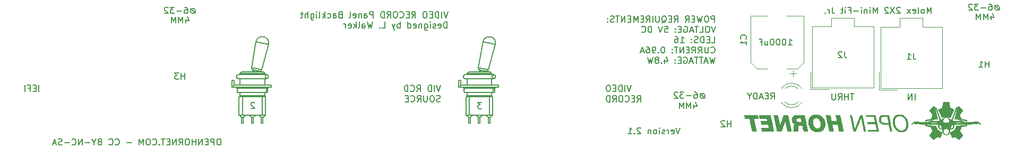
<source format=gbr>
%TF.GenerationSoftware,KiCad,Pcbnew,(5.1.12-1-10_14)*%
%TF.CreationDate,2021-11-27T12:00:22+11:00*%
%TF.ProjectId,HUD VID RCD Panel PCB V2,48554420-5649-4442-9052-43442050616e,rev?*%
%TF.SameCoordinates,Original*%
%TF.FileFunction,Legend,Bot*%
%TF.FilePolarity,Positive*%
%FSLAX46Y46*%
G04 Gerber Fmt 4.6, Leading zero omitted, Abs format (unit mm)*
G04 Created by KiCad (PCBNEW (5.1.12-1-10_14)) date 2021-11-27 12:00:22*
%MOMM*%
%LPD*%
G01*
G04 APERTURE LIST*
%ADD10C,0.150000*%
%ADD11C,0.120000*%
%ADD12C,0.010000*%
%ADD13C,0.200000*%
G04 APERTURE END LIST*
D10*
X213423380Y-70143714D02*
X213423380Y-70810380D01*
X213661476Y-69762761D02*
X213899571Y-70477047D01*
X213280523Y-70477047D01*
X212899571Y-70810380D02*
X212899571Y-69810380D01*
X212566238Y-70524666D01*
X212232904Y-69810380D01*
X212232904Y-70810380D01*
X211756714Y-70810380D02*
X211756714Y-69810380D01*
X211423380Y-70524666D01*
X211090047Y-69810380D01*
X211090047Y-70810380D01*
X166052380Y-84367714D02*
X166052380Y-85034380D01*
X166290476Y-83986761D02*
X166528571Y-84701047D01*
X165909523Y-84701047D01*
X165528571Y-85034380D02*
X165528571Y-84034380D01*
X165195238Y-84748666D01*
X164861904Y-84034380D01*
X164861904Y-85034380D01*
X164385714Y-85034380D02*
X164385714Y-84034380D01*
X164052380Y-84748666D01*
X163719047Y-84034380D01*
X163719047Y-85034380D01*
X85026380Y-70651714D02*
X85026380Y-71318380D01*
X85264476Y-70270761D02*
X85502571Y-70985047D01*
X84883523Y-70985047D01*
X84502571Y-71318380D02*
X84502571Y-70318380D01*
X84169238Y-71032666D01*
X83835904Y-70318380D01*
X83835904Y-71318380D01*
X83359714Y-71318380D02*
X83359714Y-70318380D01*
X83026380Y-71032666D01*
X82693047Y-70318380D01*
X82693047Y-71318380D01*
X90382666Y-89876380D02*
X90192190Y-89876380D01*
X90096952Y-89924000D01*
X90001714Y-90019238D01*
X89954095Y-90209714D01*
X89954095Y-90543047D01*
X90001714Y-90733523D01*
X90096952Y-90828761D01*
X90192190Y-90876380D01*
X90382666Y-90876380D01*
X90477904Y-90828761D01*
X90573142Y-90733523D01*
X90620761Y-90543047D01*
X90620761Y-90209714D01*
X90573142Y-90019238D01*
X90477904Y-89924000D01*
X90382666Y-89876380D01*
X89525523Y-90876380D02*
X89525523Y-89876380D01*
X89144571Y-89876380D01*
X89049333Y-89924000D01*
X89001714Y-89971619D01*
X88954095Y-90066857D01*
X88954095Y-90209714D01*
X89001714Y-90304952D01*
X89049333Y-90352571D01*
X89144571Y-90400190D01*
X89525523Y-90400190D01*
X88525523Y-90352571D02*
X88192190Y-90352571D01*
X88049333Y-90876380D02*
X88525523Y-90876380D01*
X88525523Y-89876380D01*
X88049333Y-89876380D01*
X87620761Y-90876380D02*
X87620761Y-89876380D01*
X87049333Y-90876380D01*
X87049333Y-89876380D01*
X86573142Y-90876380D02*
X86573142Y-89876380D01*
X86573142Y-90352571D02*
X86001714Y-90352571D01*
X86001714Y-90876380D02*
X86001714Y-89876380D01*
X85335047Y-89876380D02*
X85144571Y-89876380D01*
X85049333Y-89924000D01*
X84954095Y-90019238D01*
X84906476Y-90209714D01*
X84906476Y-90543047D01*
X84954095Y-90733523D01*
X85049333Y-90828761D01*
X85144571Y-90876380D01*
X85335047Y-90876380D01*
X85430285Y-90828761D01*
X85525523Y-90733523D01*
X85573142Y-90543047D01*
X85573142Y-90209714D01*
X85525523Y-90019238D01*
X85430285Y-89924000D01*
X85335047Y-89876380D01*
X83906476Y-90876380D02*
X84239809Y-90400190D01*
X84477904Y-90876380D02*
X84477904Y-89876380D01*
X84096952Y-89876380D01*
X84001714Y-89924000D01*
X83954095Y-89971619D01*
X83906476Y-90066857D01*
X83906476Y-90209714D01*
X83954095Y-90304952D01*
X84001714Y-90352571D01*
X84096952Y-90400190D01*
X84477904Y-90400190D01*
X83477904Y-90876380D02*
X83477904Y-89876380D01*
X82906476Y-90876380D01*
X82906476Y-89876380D01*
X82430285Y-90352571D02*
X82096952Y-90352571D01*
X81954095Y-90876380D02*
X82430285Y-90876380D01*
X82430285Y-89876380D01*
X81954095Y-89876380D01*
X81668380Y-89876380D02*
X81096952Y-89876380D01*
X81382666Y-90876380D02*
X81382666Y-89876380D01*
X80763619Y-90781142D02*
X80716000Y-90828761D01*
X80763619Y-90876380D01*
X80811238Y-90828761D01*
X80763619Y-90781142D01*
X80763619Y-90876380D01*
X79716000Y-90781142D02*
X79763619Y-90828761D01*
X79906476Y-90876380D01*
X80001714Y-90876380D01*
X80144571Y-90828761D01*
X80239809Y-90733523D01*
X80287428Y-90638285D01*
X80335047Y-90447809D01*
X80335047Y-90304952D01*
X80287428Y-90114476D01*
X80239809Y-90019238D01*
X80144571Y-89924000D01*
X80001714Y-89876380D01*
X79906476Y-89876380D01*
X79763619Y-89924000D01*
X79716000Y-89971619D01*
X79096952Y-89876380D02*
X78906476Y-89876380D01*
X78811238Y-89924000D01*
X78716000Y-90019238D01*
X78668380Y-90209714D01*
X78668380Y-90543047D01*
X78716000Y-90733523D01*
X78811238Y-90828761D01*
X78906476Y-90876380D01*
X79096952Y-90876380D01*
X79192190Y-90828761D01*
X79287428Y-90733523D01*
X79335047Y-90543047D01*
X79335047Y-90209714D01*
X79287428Y-90019238D01*
X79192190Y-89924000D01*
X79096952Y-89876380D01*
X78239809Y-90876380D02*
X78239809Y-89876380D01*
X77906476Y-90590666D01*
X77573142Y-89876380D01*
X77573142Y-90876380D01*
X76335047Y-90495428D02*
X75573142Y-90495428D01*
X73763619Y-90781142D02*
X73811238Y-90828761D01*
X73954095Y-90876380D01*
X74049333Y-90876380D01*
X74192190Y-90828761D01*
X74287428Y-90733523D01*
X74335047Y-90638285D01*
X74382666Y-90447809D01*
X74382666Y-90304952D01*
X74335047Y-90114476D01*
X74287428Y-90019238D01*
X74192190Y-89924000D01*
X74049333Y-89876380D01*
X73954095Y-89876380D01*
X73811238Y-89924000D01*
X73763619Y-89971619D01*
X72763619Y-90781142D02*
X72811238Y-90828761D01*
X72954095Y-90876380D01*
X73049333Y-90876380D01*
X73192190Y-90828761D01*
X73287428Y-90733523D01*
X73335047Y-90638285D01*
X73382666Y-90447809D01*
X73382666Y-90304952D01*
X73335047Y-90114476D01*
X73287428Y-90019238D01*
X73192190Y-89924000D01*
X73049333Y-89876380D01*
X72954095Y-89876380D01*
X72811238Y-89924000D01*
X72763619Y-89971619D01*
X71239809Y-90352571D02*
X71096952Y-90400190D01*
X71049333Y-90447809D01*
X71001714Y-90543047D01*
X71001714Y-90685904D01*
X71049333Y-90781142D01*
X71096952Y-90828761D01*
X71192190Y-90876380D01*
X71573142Y-90876380D01*
X71573142Y-89876380D01*
X71239809Y-89876380D01*
X71144571Y-89924000D01*
X71096952Y-89971619D01*
X71049333Y-90066857D01*
X71049333Y-90162095D01*
X71096952Y-90257333D01*
X71144571Y-90304952D01*
X71239809Y-90352571D01*
X71573142Y-90352571D01*
X70382666Y-90400190D02*
X70382666Y-90876380D01*
X70716000Y-89876380D02*
X70382666Y-90400190D01*
X70049333Y-89876380D01*
X69716000Y-90495428D02*
X68954095Y-90495428D01*
X68477904Y-90876380D02*
X68477904Y-89876380D01*
X67906476Y-90876380D01*
X67906476Y-89876380D01*
X66858857Y-90781142D02*
X66906476Y-90828761D01*
X67049333Y-90876380D01*
X67144571Y-90876380D01*
X67287428Y-90828761D01*
X67382666Y-90733523D01*
X67430285Y-90638285D01*
X67477904Y-90447809D01*
X67477904Y-90304952D01*
X67430285Y-90114476D01*
X67382666Y-90019238D01*
X67287428Y-89924000D01*
X67144571Y-89876380D01*
X67049333Y-89876380D01*
X66906476Y-89924000D01*
X66858857Y-89971619D01*
X66430285Y-90495428D02*
X65668380Y-90495428D01*
X65239809Y-90828761D02*
X65096952Y-90876380D01*
X64858857Y-90876380D01*
X64763619Y-90828761D01*
X64716000Y-90781142D01*
X64668380Y-90685904D01*
X64668380Y-90590666D01*
X64716000Y-90495428D01*
X64763619Y-90447809D01*
X64858857Y-90400190D01*
X65049333Y-90352571D01*
X65144571Y-90304952D01*
X65192190Y-90257333D01*
X65239809Y-90162095D01*
X65239809Y-90066857D01*
X65192190Y-89971619D01*
X65144571Y-89924000D01*
X65049333Y-89876380D01*
X64811238Y-89876380D01*
X64668380Y-89924000D01*
X64287428Y-90590666D02*
X63811238Y-90590666D01*
X64382666Y-90876380D02*
X64049333Y-89876380D01*
X63716000Y-90876380D01*
X169336404Y-71193380D02*
X169336404Y-70193380D01*
X168955452Y-70193380D01*
X168860214Y-70241000D01*
X168812595Y-70288619D01*
X168764976Y-70383857D01*
X168764976Y-70526714D01*
X168812595Y-70621952D01*
X168860214Y-70669571D01*
X168955452Y-70717190D01*
X169336404Y-70717190D01*
X168145928Y-70193380D02*
X167955452Y-70193380D01*
X167860214Y-70241000D01*
X167764976Y-70336238D01*
X167717357Y-70526714D01*
X167717357Y-70860047D01*
X167764976Y-71050523D01*
X167860214Y-71145761D01*
X167955452Y-71193380D01*
X168145928Y-71193380D01*
X168241166Y-71145761D01*
X168336404Y-71050523D01*
X168384023Y-70860047D01*
X168384023Y-70526714D01*
X168336404Y-70336238D01*
X168241166Y-70241000D01*
X168145928Y-70193380D01*
X167384023Y-70193380D02*
X167145928Y-71193380D01*
X166955452Y-70479095D01*
X166764976Y-71193380D01*
X166526880Y-70193380D01*
X166145928Y-70669571D02*
X165812595Y-70669571D01*
X165669738Y-71193380D02*
X166145928Y-71193380D01*
X166145928Y-70193380D01*
X165669738Y-70193380D01*
X164669738Y-71193380D02*
X165003071Y-70717190D01*
X165241166Y-71193380D02*
X165241166Y-70193380D01*
X164860214Y-70193380D01*
X164764976Y-70241000D01*
X164717357Y-70288619D01*
X164669738Y-70383857D01*
X164669738Y-70526714D01*
X164717357Y-70621952D01*
X164764976Y-70669571D01*
X164860214Y-70717190D01*
X165241166Y-70717190D01*
X162907833Y-71193380D02*
X163241166Y-70717190D01*
X163479261Y-71193380D02*
X163479261Y-70193380D01*
X163098309Y-70193380D01*
X163003071Y-70241000D01*
X162955452Y-70288619D01*
X162907833Y-70383857D01*
X162907833Y-70526714D01*
X162955452Y-70621952D01*
X163003071Y-70669571D01*
X163098309Y-70717190D01*
X163479261Y-70717190D01*
X162479261Y-70669571D02*
X162145928Y-70669571D01*
X162003071Y-71193380D02*
X162479261Y-71193380D01*
X162479261Y-70193380D01*
X162003071Y-70193380D01*
X160907833Y-71288619D02*
X161003071Y-71241000D01*
X161098309Y-71145761D01*
X161241166Y-71002904D01*
X161336404Y-70955285D01*
X161431642Y-70955285D01*
X161384023Y-71193380D02*
X161479261Y-71145761D01*
X161574500Y-71050523D01*
X161622119Y-70860047D01*
X161622119Y-70526714D01*
X161574500Y-70336238D01*
X161479261Y-70241000D01*
X161384023Y-70193380D01*
X161193547Y-70193380D01*
X161098309Y-70241000D01*
X161003071Y-70336238D01*
X160955452Y-70526714D01*
X160955452Y-70860047D01*
X161003071Y-71050523D01*
X161098309Y-71145761D01*
X161193547Y-71193380D01*
X161384023Y-71193380D01*
X160526880Y-70193380D02*
X160526880Y-71002904D01*
X160479261Y-71098142D01*
X160431642Y-71145761D01*
X160336404Y-71193380D01*
X160145928Y-71193380D01*
X160050690Y-71145761D01*
X160003071Y-71098142D01*
X159955452Y-71002904D01*
X159955452Y-70193380D01*
X159479261Y-71193380D02*
X159479261Y-70193380D01*
X158431642Y-71193380D02*
X158764976Y-70717190D01*
X159003071Y-71193380D02*
X159003071Y-70193380D01*
X158622119Y-70193380D01*
X158526880Y-70241000D01*
X158479261Y-70288619D01*
X158431642Y-70383857D01*
X158431642Y-70526714D01*
X158479261Y-70621952D01*
X158526880Y-70669571D01*
X158622119Y-70717190D01*
X159003071Y-70717190D01*
X158003071Y-70669571D02*
X157669738Y-70669571D01*
X157526880Y-71193380D02*
X158003071Y-71193380D01*
X158003071Y-70193380D01*
X157526880Y-70193380D01*
X157098309Y-71193380D02*
X157098309Y-70193380D01*
X156764976Y-70907666D01*
X156431642Y-70193380D01*
X156431642Y-71193380D01*
X155955452Y-70669571D02*
X155622119Y-70669571D01*
X155479261Y-71193380D02*
X155955452Y-71193380D01*
X155955452Y-70193380D01*
X155479261Y-70193380D01*
X155050690Y-71193380D02*
X155050690Y-70193380D01*
X154479261Y-71193380D01*
X154479261Y-70193380D01*
X154145928Y-70193380D02*
X153574500Y-70193380D01*
X153860214Y-71193380D02*
X153860214Y-70193380D01*
X153288785Y-71145761D02*
X153145928Y-71193380D01*
X152907833Y-71193380D01*
X152812595Y-71145761D01*
X152764976Y-71098142D01*
X152717357Y-71002904D01*
X152717357Y-70907666D01*
X152764976Y-70812428D01*
X152812595Y-70764809D01*
X152907833Y-70717190D01*
X153098309Y-70669571D01*
X153193547Y-70621952D01*
X153241166Y-70574333D01*
X153288785Y-70479095D01*
X153288785Y-70383857D01*
X153241166Y-70288619D01*
X153193547Y-70241000D01*
X153098309Y-70193380D01*
X152860214Y-70193380D01*
X152717357Y-70241000D01*
X152288785Y-71098142D02*
X152241166Y-71145761D01*
X152288785Y-71193380D01*
X152336404Y-71145761D01*
X152288785Y-71098142D01*
X152288785Y-71193380D01*
X152288785Y-70574333D02*
X152241166Y-70621952D01*
X152288785Y-70669571D01*
X152336404Y-70621952D01*
X152288785Y-70574333D01*
X152288785Y-70669571D01*
X169479261Y-71843380D02*
X169145928Y-72843380D01*
X168812595Y-71843380D01*
X168288785Y-71843380D02*
X168098309Y-71843380D01*
X168003071Y-71891000D01*
X167907833Y-71986238D01*
X167860214Y-72176714D01*
X167860214Y-72510047D01*
X167907833Y-72700523D01*
X168003071Y-72795761D01*
X168098309Y-72843380D01*
X168288785Y-72843380D01*
X168384023Y-72795761D01*
X168479261Y-72700523D01*
X168526880Y-72510047D01*
X168526880Y-72176714D01*
X168479261Y-71986238D01*
X168384023Y-71891000D01*
X168288785Y-71843380D01*
X166955452Y-72843380D02*
X167431642Y-72843380D01*
X167431642Y-71843380D01*
X166764976Y-71843380D02*
X166193547Y-71843380D01*
X166479261Y-72843380D02*
X166479261Y-71843380D01*
X165907833Y-72557666D02*
X165431642Y-72557666D01*
X166003071Y-72843380D02*
X165669738Y-71843380D01*
X165336404Y-72843380D01*
X164479261Y-71891000D02*
X164574500Y-71843380D01*
X164717357Y-71843380D01*
X164860214Y-71891000D01*
X164955452Y-71986238D01*
X165003071Y-72081476D01*
X165050690Y-72271952D01*
X165050690Y-72414809D01*
X165003071Y-72605285D01*
X164955452Y-72700523D01*
X164860214Y-72795761D01*
X164717357Y-72843380D01*
X164622119Y-72843380D01*
X164479261Y-72795761D01*
X164431642Y-72748142D01*
X164431642Y-72414809D01*
X164622119Y-72414809D01*
X164003071Y-72319571D02*
X163669738Y-72319571D01*
X163526880Y-72843380D02*
X164003071Y-72843380D01*
X164003071Y-71843380D01*
X163526880Y-71843380D01*
X163098309Y-72748142D02*
X163050690Y-72795761D01*
X163098309Y-72843380D01*
X163145928Y-72795761D01*
X163098309Y-72748142D01*
X163098309Y-72843380D01*
X163098309Y-72224333D02*
X163050690Y-72271952D01*
X163098309Y-72319571D01*
X163145928Y-72271952D01*
X163098309Y-72224333D01*
X163098309Y-72319571D01*
X161384023Y-71843380D02*
X161860214Y-71843380D01*
X161907833Y-72319571D01*
X161860214Y-72271952D01*
X161764976Y-72224333D01*
X161526880Y-72224333D01*
X161431642Y-72271952D01*
X161384023Y-72319571D01*
X161336404Y-72414809D01*
X161336404Y-72652904D01*
X161384023Y-72748142D01*
X161431642Y-72795761D01*
X161526880Y-72843380D01*
X161764976Y-72843380D01*
X161860214Y-72795761D01*
X161907833Y-72748142D01*
X161050690Y-71843380D02*
X160717357Y-72843380D01*
X160384023Y-71843380D01*
X159288785Y-72843380D02*
X159288785Y-71843380D01*
X159050690Y-71843380D01*
X158907833Y-71891000D01*
X158812595Y-71986238D01*
X158764976Y-72081476D01*
X158717357Y-72271952D01*
X158717357Y-72414809D01*
X158764976Y-72605285D01*
X158812595Y-72700523D01*
X158907833Y-72795761D01*
X159050690Y-72843380D01*
X159288785Y-72843380D01*
X157717357Y-72748142D02*
X157764976Y-72795761D01*
X157907833Y-72843380D01*
X158003071Y-72843380D01*
X158145928Y-72795761D01*
X158241166Y-72700523D01*
X158288785Y-72605285D01*
X158336404Y-72414809D01*
X158336404Y-72271952D01*
X158288785Y-72081476D01*
X158241166Y-71986238D01*
X158145928Y-71891000D01*
X158003071Y-71843380D01*
X157907833Y-71843380D01*
X157764976Y-71891000D01*
X157717357Y-71938619D01*
X168860214Y-74493380D02*
X169336404Y-74493380D01*
X169336404Y-73493380D01*
X168526880Y-73969571D02*
X168193547Y-73969571D01*
X168050690Y-74493380D02*
X168526880Y-74493380D01*
X168526880Y-73493380D01*
X168050690Y-73493380D01*
X167622119Y-74493380D02*
X167622119Y-73493380D01*
X167384023Y-73493380D01*
X167241166Y-73541000D01*
X167145928Y-73636238D01*
X167098309Y-73731476D01*
X167050690Y-73921952D01*
X167050690Y-74064809D01*
X167098309Y-74255285D01*
X167145928Y-74350523D01*
X167241166Y-74445761D01*
X167384023Y-74493380D01*
X167622119Y-74493380D01*
X166669738Y-74445761D02*
X166526880Y-74493380D01*
X166288785Y-74493380D01*
X166193547Y-74445761D01*
X166145928Y-74398142D01*
X166098309Y-74302904D01*
X166098309Y-74207666D01*
X166145928Y-74112428D01*
X166193547Y-74064809D01*
X166288785Y-74017190D01*
X166479261Y-73969571D01*
X166574500Y-73921952D01*
X166622119Y-73874333D01*
X166669738Y-73779095D01*
X166669738Y-73683857D01*
X166622119Y-73588619D01*
X166574500Y-73541000D01*
X166479261Y-73493380D01*
X166241166Y-73493380D01*
X166098309Y-73541000D01*
X165669738Y-74398142D02*
X165622119Y-74445761D01*
X165669738Y-74493380D01*
X165717357Y-74445761D01*
X165669738Y-74398142D01*
X165669738Y-74493380D01*
X165669738Y-73874333D02*
X165622119Y-73921952D01*
X165669738Y-73969571D01*
X165717357Y-73921952D01*
X165669738Y-73874333D01*
X165669738Y-73969571D01*
X163907833Y-74493380D02*
X164479261Y-74493380D01*
X164193547Y-74493380D02*
X164193547Y-73493380D01*
X164288785Y-73636238D01*
X164384023Y-73731476D01*
X164479261Y-73779095D01*
X163050690Y-73493380D02*
X163241166Y-73493380D01*
X163336404Y-73541000D01*
X163384023Y-73588619D01*
X163479261Y-73731476D01*
X163526880Y-73921952D01*
X163526880Y-74302904D01*
X163479261Y-74398142D01*
X163431642Y-74445761D01*
X163336404Y-74493380D01*
X163145928Y-74493380D01*
X163050690Y-74445761D01*
X163003071Y-74398142D01*
X162955452Y-74302904D01*
X162955452Y-74064809D01*
X163003071Y-73969571D01*
X163050690Y-73921952D01*
X163145928Y-73874333D01*
X163336404Y-73874333D01*
X163431642Y-73921952D01*
X163479261Y-73969571D01*
X163526880Y-74064809D01*
X168764976Y-76048142D02*
X168812595Y-76095761D01*
X168955452Y-76143380D01*
X169050690Y-76143380D01*
X169193547Y-76095761D01*
X169288785Y-76000523D01*
X169336404Y-75905285D01*
X169384023Y-75714809D01*
X169384023Y-75571952D01*
X169336404Y-75381476D01*
X169288785Y-75286238D01*
X169193547Y-75191000D01*
X169050690Y-75143380D01*
X168955452Y-75143380D01*
X168812595Y-75191000D01*
X168764976Y-75238619D01*
X168336404Y-75143380D02*
X168336404Y-75952904D01*
X168288785Y-76048142D01*
X168241166Y-76095761D01*
X168145928Y-76143380D01*
X167955452Y-76143380D01*
X167860214Y-76095761D01*
X167812595Y-76048142D01*
X167764976Y-75952904D01*
X167764976Y-75143380D01*
X166717357Y-76143380D02*
X167050690Y-75667190D01*
X167288785Y-76143380D02*
X167288785Y-75143380D01*
X166907833Y-75143380D01*
X166812595Y-75191000D01*
X166764976Y-75238619D01*
X166717357Y-75333857D01*
X166717357Y-75476714D01*
X166764976Y-75571952D01*
X166812595Y-75619571D01*
X166907833Y-75667190D01*
X167288785Y-75667190D01*
X165717357Y-76143380D02*
X166050690Y-75667190D01*
X166288785Y-76143380D02*
X166288785Y-75143380D01*
X165907833Y-75143380D01*
X165812595Y-75191000D01*
X165764976Y-75238619D01*
X165717357Y-75333857D01*
X165717357Y-75476714D01*
X165764976Y-75571952D01*
X165812595Y-75619571D01*
X165907833Y-75667190D01*
X166288785Y-75667190D01*
X165288785Y-75619571D02*
X164955452Y-75619571D01*
X164812595Y-76143380D02*
X165288785Y-76143380D01*
X165288785Y-75143380D01*
X164812595Y-75143380D01*
X164384023Y-76143380D02*
X164384023Y-75143380D01*
X163812595Y-76143380D01*
X163812595Y-75143380D01*
X163479261Y-75143380D02*
X162907833Y-75143380D01*
X163193547Y-76143380D02*
X163193547Y-75143380D01*
X162574500Y-76048142D02*
X162526880Y-76095761D01*
X162574500Y-76143380D01*
X162622119Y-76095761D01*
X162574500Y-76048142D01*
X162574500Y-76143380D01*
X162574500Y-75524333D02*
X162526880Y-75571952D01*
X162574500Y-75619571D01*
X162622119Y-75571952D01*
X162574500Y-75524333D01*
X162574500Y-75619571D01*
X161145928Y-75143380D02*
X161050690Y-75143380D01*
X160955452Y-75191000D01*
X160907833Y-75238619D01*
X160860214Y-75333857D01*
X160812595Y-75524333D01*
X160812595Y-75762428D01*
X160860214Y-75952904D01*
X160907833Y-76048142D01*
X160955452Y-76095761D01*
X161050690Y-76143380D01*
X161145928Y-76143380D01*
X161241166Y-76095761D01*
X161288785Y-76048142D01*
X161336404Y-75952904D01*
X161384023Y-75762428D01*
X161384023Y-75524333D01*
X161336404Y-75333857D01*
X161288785Y-75238619D01*
X161241166Y-75191000D01*
X161145928Y-75143380D01*
X160384023Y-76048142D02*
X160336404Y-76095761D01*
X160384023Y-76143380D01*
X160431642Y-76095761D01*
X160384023Y-76048142D01*
X160384023Y-76143380D01*
X159860214Y-76143380D02*
X159669738Y-76143380D01*
X159574500Y-76095761D01*
X159526880Y-76048142D01*
X159431642Y-75905285D01*
X159384023Y-75714809D01*
X159384023Y-75333857D01*
X159431642Y-75238619D01*
X159479261Y-75191000D01*
X159574500Y-75143380D01*
X159764976Y-75143380D01*
X159860214Y-75191000D01*
X159907833Y-75238619D01*
X159955452Y-75333857D01*
X159955452Y-75571952D01*
X159907833Y-75667190D01*
X159860214Y-75714809D01*
X159764976Y-75762428D01*
X159574500Y-75762428D01*
X159479261Y-75714809D01*
X159431642Y-75667190D01*
X159384023Y-75571952D01*
X158526880Y-75143380D02*
X158717357Y-75143380D01*
X158812595Y-75191000D01*
X158860214Y-75238619D01*
X158955452Y-75381476D01*
X159003071Y-75571952D01*
X159003071Y-75952904D01*
X158955452Y-76048142D01*
X158907833Y-76095761D01*
X158812595Y-76143380D01*
X158622119Y-76143380D01*
X158526880Y-76095761D01*
X158479261Y-76048142D01*
X158431642Y-75952904D01*
X158431642Y-75714809D01*
X158479261Y-75619571D01*
X158526880Y-75571952D01*
X158622119Y-75524333D01*
X158812595Y-75524333D01*
X158907833Y-75571952D01*
X158955452Y-75619571D01*
X159003071Y-75714809D01*
X158050690Y-75857666D02*
X157574500Y-75857666D01*
X158145928Y-76143380D02*
X157812595Y-75143380D01*
X157479261Y-76143380D01*
X169431642Y-76793380D02*
X169193547Y-77793380D01*
X169003071Y-77079095D01*
X168812595Y-77793380D01*
X168574500Y-76793380D01*
X168241166Y-77507666D02*
X167764976Y-77507666D01*
X168336404Y-77793380D02*
X168003071Y-76793380D01*
X167669738Y-77793380D01*
X167479261Y-76793380D02*
X166907833Y-76793380D01*
X167193547Y-77793380D02*
X167193547Y-76793380D01*
X166717357Y-76793380D02*
X166145928Y-76793380D01*
X166431642Y-77793380D02*
X166431642Y-76793380D01*
X165860214Y-77507666D02*
X165384023Y-77507666D01*
X165955452Y-77793380D02*
X165622119Y-76793380D01*
X165288785Y-77793380D01*
X164431642Y-76841000D02*
X164526880Y-76793380D01*
X164669738Y-76793380D01*
X164812595Y-76841000D01*
X164907833Y-76936238D01*
X164955452Y-77031476D01*
X165003071Y-77221952D01*
X165003071Y-77364809D01*
X164955452Y-77555285D01*
X164907833Y-77650523D01*
X164812595Y-77745761D01*
X164669738Y-77793380D01*
X164574500Y-77793380D01*
X164431642Y-77745761D01*
X164384023Y-77698142D01*
X164384023Y-77364809D01*
X164574500Y-77364809D01*
X163955452Y-77269571D02*
X163622119Y-77269571D01*
X163479261Y-77793380D02*
X163955452Y-77793380D01*
X163955452Y-76793380D01*
X163479261Y-76793380D01*
X163050690Y-77698142D02*
X163003071Y-77745761D01*
X163050690Y-77793380D01*
X163098309Y-77745761D01*
X163050690Y-77698142D01*
X163050690Y-77793380D01*
X163050690Y-77174333D02*
X163003071Y-77221952D01*
X163050690Y-77269571D01*
X163098309Y-77221952D01*
X163050690Y-77174333D01*
X163050690Y-77269571D01*
X161384023Y-77126714D02*
X161384023Y-77793380D01*
X161622119Y-76745761D02*
X161860214Y-77460047D01*
X161241166Y-77460047D01*
X160860214Y-77698142D02*
X160812595Y-77745761D01*
X160860214Y-77793380D01*
X160907833Y-77745761D01*
X160860214Y-77698142D01*
X160860214Y-77793380D01*
X160241166Y-77221952D02*
X160336404Y-77174333D01*
X160384023Y-77126714D01*
X160431642Y-77031476D01*
X160431642Y-76983857D01*
X160384023Y-76888619D01*
X160336404Y-76841000D01*
X160241166Y-76793380D01*
X160050690Y-76793380D01*
X159955452Y-76841000D01*
X159907833Y-76888619D01*
X159860214Y-76983857D01*
X159860214Y-77031476D01*
X159907833Y-77126714D01*
X159955452Y-77174333D01*
X160050690Y-77221952D01*
X160241166Y-77221952D01*
X160336404Y-77269571D01*
X160384023Y-77317190D01*
X160431642Y-77412428D01*
X160431642Y-77602904D01*
X160384023Y-77698142D01*
X160336404Y-77745761D01*
X160241166Y-77793380D01*
X160050690Y-77793380D01*
X159955452Y-77745761D01*
X159907833Y-77698142D01*
X159860214Y-77602904D01*
X159860214Y-77412428D01*
X159907833Y-77317190D01*
X159955452Y-77269571D01*
X160050690Y-77221952D01*
X159526880Y-76793380D02*
X159288785Y-77793380D01*
X159098309Y-77079095D01*
X158907833Y-77793380D01*
X158669738Y-76793380D01*
X178284000Y-83510380D02*
X178617333Y-83034190D01*
X178855428Y-83510380D02*
X178855428Y-82510380D01*
X178474476Y-82510380D01*
X178379238Y-82558000D01*
X178331619Y-82605619D01*
X178284000Y-82700857D01*
X178284000Y-82843714D01*
X178331619Y-82938952D01*
X178379238Y-82986571D01*
X178474476Y-83034190D01*
X178855428Y-83034190D01*
X177855428Y-82986571D02*
X177522095Y-82986571D01*
X177379238Y-83510380D02*
X177855428Y-83510380D01*
X177855428Y-82510380D01*
X177379238Y-82510380D01*
X176998285Y-83224666D02*
X176522095Y-83224666D01*
X177093523Y-83510380D02*
X176760190Y-82510380D01*
X176426857Y-83510380D01*
X176093523Y-83510380D02*
X176093523Y-82510380D01*
X175855428Y-82510380D01*
X175712571Y-82558000D01*
X175617333Y-82653238D01*
X175569714Y-82748476D01*
X175522095Y-82938952D01*
X175522095Y-83081809D01*
X175569714Y-83272285D01*
X175617333Y-83367523D01*
X175712571Y-83462761D01*
X175855428Y-83510380D01*
X176093523Y-83510380D01*
X174903047Y-83034190D02*
X174903047Y-83510380D01*
X175236380Y-82510380D02*
X174903047Y-83034190D01*
X174569714Y-82510380D01*
X181093809Y-74874380D02*
X181665238Y-74874380D01*
X181379523Y-74874380D02*
X181379523Y-73874380D01*
X181474761Y-74017238D01*
X181570000Y-74112476D01*
X181665238Y-74160095D01*
X180474761Y-73874380D02*
X180379523Y-73874380D01*
X180284285Y-73922000D01*
X180236666Y-73969619D01*
X180189047Y-74064857D01*
X180141428Y-74255333D01*
X180141428Y-74493428D01*
X180189047Y-74683904D01*
X180236666Y-74779142D01*
X180284285Y-74826761D01*
X180379523Y-74874380D01*
X180474761Y-74874380D01*
X180570000Y-74826761D01*
X180617619Y-74779142D01*
X180665238Y-74683904D01*
X180712857Y-74493428D01*
X180712857Y-74255333D01*
X180665238Y-74064857D01*
X180617619Y-73969619D01*
X180570000Y-73922000D01*
X180474761Y-73874380D01*
X179522380Y-73874380D02*
X179427142Y-73874380D01*
X179331904Y-73922000D01*
X179284285Y-73969619D01*
X179236666Y-74064857D01*
X179189047Y-74255333D01*
X179189047Y-74493428D01*
X179236666Y-74683904D01*
X179284285Y-74779142D01*
X179331904Y-74826761D01*
X179427142Y-74874380D01*
X179522380Y-74874380D01*
X179617619Y-74826761D01*
X179665238Y-74779142D01*
X179712857Y-74683904D01*
X179760476Y-74493428D01*
X179760476Y-74255333D01*
X179712857Y-74064857D01*
X179665238Y-73969619D01*
X179617619Y-73922000D01*
X179522380Y-73874380D01*
X178570000Y-73874380D02*
X178474761Y-73874380D01*
X178379523Y-73922000D01*
X178331904Y-73969619D01*
X178284285Y-74064857D01*
X178236666Y-74255333D01*
X178236666Y-74493428D01*
X178284285Y-74683904D01*
X178331904Y-74779142D01*
X178379523Y-74826761D01*
X178474761Y-74874380D01*
X178570000Y-74874380D01*
X178665238Y-74826761D01*
X178712857Y-74779142D01*
X178760476Y-74683904D01*
X178808095Y-74493428D01*
X178808095Y-74255333D01*
X178760476Y-74064857D01*
X178712857Y-73969619D01*
X178665238Y-73922000D01*
X178570000Y-73874380D01*
X177379523Y-74207714D02*
X177379523Y-74874380D01*
X177808095Y-74207714D02*
X177808095Y-74731523D01*
X177760476Y-74826761D01*
X177665238Y-74874380D01*
X177522380Y-74874380D01*
X177427142Y-74826761D01*
X177379523Y-74779142D01*
X176570000Y-74350571D02*
X176903333Y-74350571D01*
X176903333Y-74874380D02*
X176903333Y-73874380D01*
X176427142Y-73874380D01*
X163829476Y-88098380D02*
X163496142Y-89098380D01*
X163162809Y-88098380D01*
X162448523Y-89050761D02*
X162543761Y-89098380D01*
X162734238Y-89098380D01*
X162829476Y-89050761D01*
X162877095Y-88955523D01*
X162877095Y-88574571D01*
X162829476Y-88479333D01*
X162734238Y-88431714D01*
X162543761Y-88431714D01*
X162448523Y-88479333D01*
X162400904Y-88574571D01*
X162400904Y-88669809D01*
X162877095Y-88765047D01*
X161972333Y-89098380D02*
X161972333Y-88431714D01*
X161972333Y-88622190D02*
X161924714Y-88526952D01*
X161877095Y-88479333D01*
X161781857Y-88431714D01*
X161686619Y-88431714D01*
X161400904Y-89050761D02*
X161305666Y-89098380D01*
X161115190Y-89098380D01*
X161019952Y-89050761D01*
X160972333Y-88955523D01*
X160972333Y-88907904D01*
X161019952Y-88812666D01*
X161115190Y-88765047D01*
X161258047Y-88765047D01*
X161353285Y-88717428D01*
X161400904Y-88622190D01*
X161400904Y-88574571D01*
X161353285Y-88479333D01*
X161258047Y-88431714D01*
X161115190Y-88431714D01*
X161019952Y-88479333D01*
X160543761Y-89098380D02*
X160543761Y-88431714D01*
X160543761Y-88098380D02*
X160591380Y-88146000D01*
X160543761Y-88193619D01*
X160496142Y-88146000D01*
X160543761Y-88098380D01*
X160543761Y-88193619D01*
X159924714Y-89098380D02*
X160019952Y-89050761D01*
X160067571Y-89003142D01*
X160115190Y-88907904D01*
X160115190Y-88622190D01*
X160067571Y-88526952D01*
X160019952Y-88479333D01*
X159924714Y-88431714D01*
X159781857Y-88431714D01*
X159686619Y-88479333D01*
X159639000Y-88526952D01*
X159591380Y-88622190D01*
X159591380Y-88907904D01*
X159639000Y-89003142D01*
X159686619Y-89050761D01*
X159781857Y-89098380D01*
X159924714Y-89098380D01*
X159162809Y-88431714D02*
X159162809Y-89098380D01*
X159162809Y-88526952D02*
X159115190Y-88479333D01*
X159019952Y-88431714D01*
X158877095Y-88431714D01*
X158781857Y-88479333D01*
X158734238Y-88574571D01*
X158734238Y-89098380D01*
X157543761Y-88193619D02*
X157496142Y-88146000D01*
X157400904Y-88098380D01*
X157162809Y-88098380D01*
X157067571Y-88146000D01*
X157019952Y-88193619D01*
X156972333Y-88288857D01*
X156972333Y-88384095D01*
X157019952Y-88526952D01*
X157591380Y-89098380D01*
X156972333Y-89098380D01*
X156543761Y-89003142D02*
X156496142Y-89050761D01*
X156543761Y-89098380D01*
X156591380Y-89050761D01*
X156543761Y-89003142D01*
X156543761Y-89098380D01*
X155543761Y-89098380D02*
X156115190Y-89098380D01*
X155829476Y-89098380D02*
X155829476Y-88098380D01*
X155924714Y-88241238D01*
X156019952Y-88336476D01*
X156115190Y-88384095D01*
X191571333Y-82637380D02*
X190999904Y-82637380D01*
X191285619Y-83637380D02*
X191285619Y-82637380D01*
X190666571Y-83637380D02*
X190666571Y-82637380D01*
X190666571Y-83113571D02*
X190095142Y-83113571D01*
X190095142Y-83637380D02*
X190095142Y-82637380D01*
X189047523Y-83637380D02*
X189380857Y-83161190D01*
X189618952Y-83637380D02*
X189618952Y-82637380D01*
X189238000Y-82637380D01*
X189142761Y-82685000D01*
X189095142Y-82732619D01*
X189047523Y-82827857D01*
X189047523Y-82970714D01*
X189095142Y-83065952D01*
X189142761Y-83113571D01*
X189238000Y-83161190D01*
X189618952Y-83161190D01*
X188618952Y-82637380D02*
X188618952Y-83446904D01*
X188571333Y-83542142D01*
X188523714Y-83589761D01*
X188428476Y-83637380D01*
X188238000Y-83637380D01*
X188142761Y-83589761D01*
X188095142Y-83542142D01*
X188047523Y-83446904D01*
X188047523Y-82637380D01*
X201310809Y-83637380D02*
X201310809Y-82637380D01*
X200834619Y-83637380D02*
X200834619Y-82637380D01*
X200263190Y-83637380D01*
X200263190Y-82637380D01*
X203905380Y-69794380D02*
X203905380Y-68794380D01*
X203572047Y-69508666D01*
X203238714Y-68794380D01*
X203238714Y-69794380D01*
X202619666Y-69794380D02*
X202714904Y-69746761D01*
X202762523Y-69699142D01*
X202810142Y-69603904D01*
X202810142Y-69318190D01*
X202762523Y-69222952D01*
X202714904Y-69175333D01*
X202619666Y-69127714D01*
X202476809Y-69127714D01*
X202381571Y-69175333D01*
X202333952Y-69222952D01*
X202286333Y-69318190D01*
X202286333Y-69603904D01*
X202333952Y-69699142D01*
X202381571Y-69746761D01*
X202476809Y-69794380D01*
X202619666Y-69794380D01*
X201714904Y-69794380D02*
X201810142Y-69746761D01*
X201857761Y-69651523D01*
X201857761Y-68794380D01*
X200953000Y-69746761D02*
X201048238Y-69794380D01*
X201238714Y-69794380D01*
X201333952Y-69746761D01*
X201381571Y-69651523D01*
X201381571Y-69270571D01*
X201333952Y-69175333D01*
X201238714Y-69127714D01*
X201048238Y-69127714D01*
X200953000Y-69175333D01*
X200905380Y-69270571D01*
X200905380Y-69365809D01*
X201381571Y-69461047D01*
X200572047Y-69794380D02*
X200048238Y-69127714D01*
X200572047Y-69127714D02*
X200048238Y-69794380D01*
X198953000Y-68889619D02*
X198905380Y-68842000D01*
X198810142Y-68794380D01*
X198572047Y-68794380D01*
X198476809Y-68842000D01*
X198429190Y-68889619D01*
X198381571Y-68984857D01*
X198381571Y-69080095D01*
X198429190Y-69222952D01*
X199000619Y-69794380D01*
X198381571Y-69794380D01*
X198048238Y-68794380D02*
X197381571Y-69794380D01*
X197381571Y-68794380D02*
X198048238Y-69794380D01*
X197048238Y-68889619D02*
X197000619Y-68842000D01*
X196905380Y-68794380D01*
X196667285Y-68794380D01*
X196572047Y-68842000D01*
X196524428Y-68889619D01*
X196476809Y-68984857D01*
X196476809Y-69080095D01*
X196524428Y-69222952D01*
X197095857Y-69794380D01*
X196476809Y-69794380D01*
X195286333Y-69794380D02*
X195286333Y-68794380D01*
X194953000Y-69508666D01*
X194619666Y-68794380D01*
X194619666Y-69794380D01*
X194143476Y-69794380D02*
X194143476Y-69127714D01*
X194143476Y-68794380D02*
X194191095Y-68842000D01*
X194143476Y-68889619D01*
X194095857Y-68842000D01*
X194143476Y-68794380D01*
X194143476Y-68889619D01*
X193667285Y-69127714D02*
X193667285Y-69794380D01*
X193667285Y-69222952D02*
X193619666Y-69175333D01*
X193524428Y-69127714D01*
X193381571Y-69127714D01*
X193286333Y-69175333D01*
X193238714Y-69270571D01*
X193238714Y-69794380D01*
X192762523Y-69794380D02*
X192762523Y-69127714D01*
X192762523Y-68794380D02*
X192810142Y-68842000D01*
X192762523Y-68889619D01*
X192714904Y-68842000D01*
X192762523Y-68794380D01*
X192762523Y-68889619D01*
X192286333Y-69413428D02*
X191524428Y-69413428D01*
X190714904Y-69270571D02*
X191048238Y-69270571D01*
X191048238Y-69794380D02*
X191048238Y-68794380D01*
X190572047Y-68794380D01*
X190191095Y-69794380D02*
X190191095Y-69127714D01*
X190191095Y-68794380D02*
X190238714Y-68842000D01*
X190191095Y-68889619D01*
X190143476Y-68842000D01*
X190191095Y-68794380D01*
X190191095Y-68889619D01*
X189857761Y-69127714D02*
X189476809Y-69127714D01*
X189714904Y-68794380D02*
X189714904Y-69651523D01*
X189667285Y-69746761D01*
X189572047Y-69794380D01*
X189476809Y-69794380D01*
X188095857Y-68794380D02*
X188095857Y-69508666D01*
X188143476Y-69651523D01*
X188238714Y-69746761D01*
X188381571Y-69794380D01*
X188476809Y-69794380D01*
X187619666Y-69794380D02*
X187619666Y-69127714D01*
X187619666Y-69318190D02*
X187572047Y-69222952D01*
X187524428Y-69175333D01*
X187429190Y-69127714D01*
X187333952Y-69127714D01*
X187000619Y-69699142D02*
X186953000Y-69746761D01*
X187000619Y-69794380D01*
X187048238Y-69746761D01*
X187000619Y-69699142D01*
X187000619Y-69794380D01*
X156052976Y-81304380D02*
X155719642Y-82304380D01*
X155386309Y-81304380D01*
X155052976Y-82304380D02*
X155052976Y-81304380D01*
X154576785Y-82304380D02*
X154576785Y-81304380D01*
X154338690Y-81304380D01*
X154195833Y-81352000D01*
X154100595Y-81447238D01*
X154052976Y-81542476D01*
X154005357Y-81732952D01*
X154005357Y-81875809D01*
X154052976Y-82066285D01*
X154100595Y-82161523D01*
X154195833Y-82256761D01*
X154338690Y-82304380D01*
X154576785Y-82304380D01*
X153576785Y-81780571D02*
X153243452Y-81780571D01*
X153100595Y-82304380D02*
X153576785Y-82304380D01*
X153576785Y-81304380D01*
X153100595Y-81304380D01*
X152481547Y-81304380D02*
X152291071Y-81304380D01*
X152195833Y-81352000D01*
X152100595Y-81447238D01*
X152052976Y-81637714D01*
X152052976Y-81971047D01*
X152100595Y-82161523D01*
X152195833Y-82256761D01*
X152291071Y-82304380D01*
X152481547Y-82304380D01*
X152576785Y-82256761D01*
X152672023Y-82161523D01*
X152719642Y-81971047D01*
X152719642Y-81637714D01*
X152672023Y-81447238D01*
X152576785Y-81352000D01*
X152481547Y-81304380D01*
X157005357Y-83954380D02*
X157338690Y-83478190D01*
X157576785Y-83954380D02*
X157576785Y-82954380D01*
X157195833Y-82954380D01*
X157100595Y-83002000D01*
X157052976Y-83049619D01*
X157005357Y-83144857D01*
X157005357Y-83287714D01*
X157052976Y-83382952D01*
X157100595Y-83430571D01*
X157195833Y-83478190D01*
X157576785Y-83478190D01*
X156576785Y-83430571D02*
X156243452Y-83430571D01*
X156100595Y-83954380D02*
X156576785Y-83954380D01*
X156576785Y-82954380D01*
X156100595Y-82954380D01*
X155100595Y-83859142D02*
X155148214Y-83906761D01*
X155291071Y-83954380D01*
X155386309Y-83954380D01*
X155529166Y-83906761D01*
X155624404Y-83811523D01*
X155672023Y-83716285D01*
X155719642Y-83525809D01*
X155719642Y-83382952D01*
X155672023Y-83192476D01*
X155624404Y-83097238D01*
X155529166Y-83002000D01*
X155386309Y-82954380D01*
X155291071Y-82954380D01*
X155148214Y-83002000D01*
X155100595Y-83049619D01*
X154481547Y-82954380D02*
X154291071Y-82954380D01*
X154195833Y-83002000D01*
X154100595Y-83097238D01*
X154052976Y-83287714D01*
X154052976Y-83621047D01*
X154100595Y-83811523D01*
X154195833Y-83906761D01*
X154291071Y-83954380D01*
X154481547Y-83954380D01*
X154576785Y-83906761D01*
X154672023Y-83811523D01*
X154719642Y-83621047D01*
X154719642Y-83287714D01*
X154672023Y-83097238D01*
X154576785Y-83002000D01*
X154481547Y-82954380D01*
X153052976Y-83954380D02*
X153386309Y-83478190D01*
X153624404Y-83954380D02*
X153624404Y-82954380D01*
X153243452Y-82954380D01*
X153148214Y-83002000D01*
X153100595Y-83049619D01*
X153052976Y-83144857D01*
X153052976Y-83287714D01*
X153100595Y-83382952D01*
X153148214Y-83430571D01*
X153243452Y-83478190D01*
X153624404Y-83478190D01*
X152624404Y-83954380D02*
X152624404Y-82954380D01*
X152386309Y-82954380D01*
X152243452Y-83002000D01*
X152148214Y-83097238D01*
X152100595Y-83192476D01*
X152052976Y-83382952D01*
X152052976Y-83525809D01*
X152100595Y-83716285D01*
X152148214Y-83811523D01*
X152243452Y-83906761D01*
X152386309Y-83954380D01*
X152624404Y-83954380D01*
X125664261Y-81304380D02*
X125330928Y-82304380D01*
X124997595Y-81304380D01*
X124664261Y-82304380D02*
X124664261Y-81304380D01*
X124188071Y-82304380D02*
X124188071Y-81304380D01*
X123949976Y-81304380D01*
X123807119Y-81352000D01*
X123711880Y-81447238D01*
X123664261Y-81542476D01*
X123616642Y-81732952D01*
X123616642Y-81875809D01*
X123664261Y-82066285D01*
X123711880Y-82161523D01*
X123807119Y-82256761D01*
X123949976Y-82304380D01*
X124188071Y-82304380D01*
X121854738Y-82304380D02*
X122188071Y-81828190D01*
X122426166Y-82304380D02*
X122426166Y-81304380D01*
X122045214Y-81304380D01*
X121949976Y-81352000D01*
X121902357Y-81399619D01*
X121854738Y-81494857D01*
X121854738Y-81637714D01*
X121902357Y-81732952D01*
X121949976Y-81780571D01*
X122045214Y-81828190D01*
X122426166Y-81828190D01*
X120854738Y-82209142D02*
X120902357Y-82256761D01*
X121045214Y-82304380D01*
X121140452Y-82304380D01*
X121283309Y-82256761D01*
X121378547Y-82161523D01*
X121426166Y-82066285D01*
X121473785Y-81875809D01*
X121473785Y-81732952D01*
X121426166Y-81542476D01*
X121378547Y-81447238D01*
X121283309Y-81352000D01*
X121140452Y-81304380D01*
X121045214Y-81304380D01*
X120902357Y-81352000D01*
X120854738Y-81399619D01*
X120426166Y-82304380D02*
X120426166Y-81304380D01*
X120188071Y-81304380D01*
X120045214Y-81352000D01*
X119949976Y-81447238D01*
X119902357Y-81542476D01*
X119854738Y-81732952D01*
X119854738Y-81875809D01*
X119902357Y-82066285D01*
X119949976Y-82161523D01*
X120045214Y-82256761D01*
X120188071Y-82304380D01*
X120426166Y-82304380D01*
X125569023Y-83906761D02*
X125426166Y-83954380D01*
X125188071Y-83954380D01*
X125092833Y-83906761D01*
X125045214Y-83859142D01*
X124997595Y-83763904D01*
X124997595Y-83668666D01*
X125045214Y-83573428D01*
X125092833Y-83525809D01*
X125188071Y-83478190D01*
X125378547Y-83430571D01*
X125473785Y-83382952D01*
X125521404Y-83335333D01*
X125569023Y-83240095D01*
X125569023Y-83144857D01*
X125521404Y-83049619D01*
X125473785Y-83002000D01*
X125378547Y-82954380D01*
X125140452Y-82954380D01*
X124997595Y-83002000D01*
X124378547Y-82954380D02*
X124188071Y-82954380D01*
X124092833Y-83002000D01*
X123997595Y-83097238D01*
X123949976Y-83287714D01*
X123949976Y-83621047D01*
X123997595Y-83811523D01*
X124092833Y-83906761D01*
X124188071Y-83954380D01*
X124378547Y-83954380D01*
X124473785Y-83906761D01*
X124569023Y-83811523D01*
X124616642Y-83621047D01*
X124616642Y-83287714D01*
X124569023Y-83097238D01*
X124473785Y-83002000D01*
X124378547Y-82954380D01*
X123521404Y-82954380D02*
X123521404Y-83763904D01*
X123473785Y-83859142D01*
X123426166Y-83906761D01*
X123330928Y-83954380D01*
X123140452Y-83954380D01*
X123045214Y-83906761D01*
X122997595Y-83859142D01*
X122949976Y-83763904D01*
X122949976Y-82954380D01*
X121902357Y-83954380D02*
X122235690Y-83478190D01*
X122473785Y-83954380D02*
X122473785Y-82954380D01*
X122092833Y-82954380D01*
X121997595Y-83002000D01*
X121949976Y-83049619D01*
X121902357Y-83144857D01*
X121902357Y-83287714D01*
X121949976Y-83382952D01*
X121997595Y-83430571D01*
X122092833Y-83478190D01*
X122473785Y-83478190D01*
X120902357Y-83859142D02*
X120949976Y-83906761D01*
X121092833Y-83954380D01*
X121188071Y-83954380D01*
X121330928Y-83906761D01*
X121426166Y-83811523D01*
X121473785Y-83716285D01*
X121521404Y-83525809D01*
X121521404Y-83382952D01*
X121473785Y-83192476D01*
X121426166Y-83097238D01*
X121330928Y-83002000D01*
X121188071Y-82954380D01*
X121092833Y-82954380D01*
X120949976Y-83002000D01*
X120902357Y-83049619D01*
X120473785Y-83430571D02*
X120140452Y-83430571D01*
X119997595Y-83954380D02*
X120473785Y-83954380D01*
X120473785Y-82954380D01*
X119997595Y-82954380D01*
X61571047Y-82304380D02*
X61571047Y-81304380D01*
X61094857Y-81780571D02*
X60761523Y-81780571D01*
X60618666Y-82304380D02*
X61094857Y-82304380D01*
X61094857Y-81304380D01*
X60618666Y-81304380D01*
X59856761Y-81780571D02*
X60190095Y-81780571D01*
X60190095Y-82304380D02*
X60190095Y-81304380D01*
X59713904Y-81304380D01*
X59332952Y-82304380D02*
X59332952Y-81304380D01*
X126807261Y-69493380D02*
X126473928Y-70493380D01*
X126140595Y-69493380D01*
X125807261Y-70493380D02*
X125807261Y-69493380D01*
X125331071Y-70493380D02*
X125331071Y-69493380D01*
X125092976Y-69493380D01*
X124950119Y-69541000D01*
X124854880Y-69636238D01*
X124807261Y-69731476D01*
X124759642Y-69921952D01*
X124759642Y-70064809D01*
X124807261Y-70255285D01*
X124854880Y-70350523D01*
X124950119Y-70445761D01*
X125092976Y-70493380D01*
X125331071Y-70493380D01*
X124331071Y-69969571D02*
X123997738Y-69969571D01*
X123854880Y-70493380D02*
X124331071Y-70493380D01*
X124331071Y-69493380D01*
X123854880Y-69493380D01*
X123235833Y-69493380D02*
X123045357Y-69493380D01*
X122950119Y-69541000D01*
X122854880Y-69636238D01*
X122807261Y-69826714D01*
X122807261Y-70160047D01*
X122854880Y-70350523D01*
X122950119Y-70445761D01*
X123045357Y-70493380D01*
X123235833Y-70493380D01*
X123331071Y-70445761D01*
X123426309Y-70350523D01*
X123473928Y-70160047D01*
X123473928Y-69826714D01*
X123426309Y-69636238D01*
X123331071Y-69541000D01*
X123235833Y-69493380D01*
X121045357Y-70493380D02*
X121378690Y-70017190D01*
X121616785Y-70493380D02*
X121616785Y-69493380D01*
X121235833Y-69493380D01*
X121140595Y-69541000D01*
X121092976Y-69588619D01*
X121045357Y-69683857D01*
X121045357Y-69826714D01*
X121092976Y-69921952D01*
X121140595Y-69969571D01*
X121235833Y-70017190D01*
X121616785Y-70017190D01*
X120616785Y-69969571D02*
X120283452Y-69969571D01*
X120140595Y-70493380D02*
X120616785Y-70493380D01*
X120616785Y-69493380D01*
X120140595Y-69493380D01*
X119140595Y-70398142D02*
X119188214Y-70445761D01*
X119331071Y-70493380D01*
X119426309Y-70493380D01*
X119569166Y-70445761D01*
X119664404Y-70350523D01*
X119712023Y-70255285D01*
X119759642Y-70064809D01*
X119759642Y-69921952D01*
X119712023Y-69731476D01*
X119664404Y-69636238D01*
X119569166Y-69541000D01*
X119426309Y-69493380D01*
X119331071Y-69493380D01*
X119188214Y-69541000D01*
X119140595Y-69588619D01*
X118521547Y-69493380D02*
X118331071Y-69493380D01*
X118235833Y-69541000D01*
X118140595Y-69636238D01*
X118092976Y-69826714D01*
X118092976Y-70160047D01*
X118140595Y-70350523D01*
X118235833Y-70445761D01*
X118331071Y-70493380D01*
X118521547Y-70493380D01*
X118616785Y-70445761D01*
X118712023Y-70350523D01*
X118759642Y-70160047D01*
X118759642Y-69826714D01*
X118712023Y-69636238D01*
X118616785Y-69541000D01*
X118521547Y-69493380D01*
X117092976Y-70493380D02*
X117426309Y-70017190D01*
X117664404Y-70493380D02*
X117664404Y-69493380D01*
X117283452Y-69493380D01*
X117188214Y-69541000D01*
X117140595Y-69588619D01*
X117092976Y-69683857D01*
X117092976Y-69826714D01*
X117140595Y-69921952D01*
X117188214Y-69969571D01*
X117283452Y-70017190D01*
X117664404Y-70017190D01*
X116664404Y-70493380D02*
X116664404Y-69493380D01*
X116426309Y-69493380D01*
X116283452Y-69541000D01*
X116188214Y-69636238D01*
X116140595Y-69731476D01*
X116092976Y-69921952D01*
X116092976Y-70064809D01*
X116140595Y-70255285D01*
X116188214Y-70350523D01*
X116283452Y-70445761D01*
X116426309Y-70493380D01*
X116664404Y-70493380D01*
X114902500Y-70493380D02*
X114902500Y-69493380D01*
X114521547Y-69493380D01*
X114426309Y-69541000D01*
X114378690Y-69588619D01*
X114331071Y-69683857D01*
X114331071Y-69826714D01*
X114378690Y-69921952D01*
X114426309Y-69969571D01*
X114521547Y-70017190D01*
X114902500Y-70017190D01*
X113473928Y-70493380D02*
X113473928Y-69969571D01*
X113521547Y-69874333D01*
X113616785Y-69826714D01*
X113807261Y-69826714D01*
X113902500Y-69874333D01*
X113473928Y-70445761D02*
X113569166Y-70493380D01*
X113807261Y-70493380D01*
X113902500Y-70445761D01*
X113950119Y-70350523D01*
X113950119Y-70255285D01*
X113902500Y-70160047D01*
X113807261Y-70112428D01*
X113569166Y-70112428D01*
X113473928Y-70064809D01*
X112997738Y-69826714D02*
X112997738Y-70493380D01*
X112997738Y-69921952D02*
X112950119Y-69874333D01*
X112854880Y-69826714D01*
X112712023Y-69826714D01*
X112616785Y-69874333D01*
X112569166Y-69969571D01*
X112569166Y-70493380D01*
X111712023Y-70445761D02*
X111807261Y-70493380D01*
X111997738Y-70493380D01*
X112092976Y-70445761D01*
X112140595Y-70350523D01*
X112140595Y-69969571D01*
X112092976Y-69874333D01*
X111997738Y-69826714D01*
X111807261Y-69826714D01*
X111712023Y-69874333D01*
X111664404Y-69969571D01*
X111664404Y-70064809D01*
X112140595Y-70160047D01*
X111092976Y-70493380D02*
X111188214Y-70445761D01*
X111235833Y-70350523D01*
X111235833Y-69493380D01*
X109616785Y-69969571D02*
X109473928Y-70017190D01*
X109426309Y-70064809D01*
X109378690Y-70160047D01*
X109378690Y-70302904D01*
X109426309Y-70398142D01*
X109473928Y-70445761D01*
X109569166Y-70493380D01*
X109950119Y-70493380D01*
X109950119Y-69493380D01*
X109616785Y-69493380D01*
X109521547Y-69541000D01*
X109473928Y-69588619D01*
X109426309Y-69683857D01*
X109426309Y-69779095D01*
X109473928Y-69874333D01*
X109521547Y-69921952D01*
X109616785Y-69969571D01*
X109950119Y-69969571D01*
X108521547Y-70493380D02*
X108521547Y-69969571D01*
X108569166Y-69874333D01*
X108664404Y-69826714D01*
X108854880Y-69826714D01*
X108950119Y-69874333D01*
X108521547Y-70445761D02*
X108616785Y-70493380D01*
X108854880Y-70493380D01*
X108950119Y-70445761D01*
X108997738Y-70350523D01*
X108997738Y-70255285D01*
X108950119Y-70160047D01*
X108854880Y-70112428D01*
X108616785Y-70112428D01*
X108521547Y-70064809D01*
X107616785Y-70445761D02*
X107712023Y-70493380D01*
X107902500Y-70493380D01*
X107997738Y-70445761D01*
X108045357Y-70398142D01*
X108092976Y-70302904D01*
X108092976Y-70017190D01*
X108045357Y-69921952D01*
X107997738Y-69874333D01*
X107902500Y-69826714D01*
X107712023Y-69826714D01*
X107616785Y-69874333D01*
X107188214Y-70493380D02*
X107188214Y-69493380D01*
X107092976Y-70112428D02*
X106807261Y-70493380D01*
X106807261Y-69826714D02*
X107188214Y-70207666D01*
X106235833Y-70493380D02*
X106331071Y-70445761D01*
X106378690Y-70350523D01*
X106378690Y-69493380D01*
X105854880Y-70493380D02*
X105854880Y-69826714D01*
X105854880Y-69493380D02*
X105902500Y-69541000D01*
X105854880Y-69588619D01*
X105807261Y-69541000D01*
X105854880Y-69493380D01*
X105854880Y-69588619D01*
X104950119Y-69826714D02*
X104950119Y-70636238D01*
X104997738Y-70731476D01*
X105045357Y-70779095D01*
X105140595Y-70826714D01*
X105283452Y-70826714D01*
X105378690Y-70779095D01*
X104950119Y-70445761D02*
X105045357Y-70493380D01*
X105235833Y-70493380D01*
X105331071Y-70445761D01*
X105378690Y-70398142D01*
X105426309Y-70302904D01*
X105426309Y-70017190D01*
X105378690Y-69921952D01*
X105331071Y-69874333D01*
X105235833Y-69826714D01*
X105045357Y-69826714D01*
X104950119Y-69874333D01*
X104473928Y-70493380D02*
X104473928Y-69493380D01*
X104045357Y-70493380D02*
X104045357Y-69969571D01*
X104092976Y-69874333D01*
X104188214Y-69826714D01*
X104331071Y-69826714D01*
X104426309Y-69874333D01*
X104473928Y-69921952D01*
X103712023Y-69826714D02*
X103331071Y-69826714D01*
X103569166Y-69493380D02*
X103569166Y-70350523D01*
X103521547Y-70445761D01*
X103426309Y-70493380D01*
X103331071Y-70493380D01*
X126664404Y-72143380D02*
X126664404Y-71143380D01*
X126426309Y-71143380D01*
X126283452Y-71191000D01*
X126188214Y-71286238D01*
X126140595Y-71381476D01*
X126092976Y-71571952D01*
X126092976Y-71714809D01*
X126140595Y-71905285D01*
X126188214Y-72000523D01*
X126283452Y-72095761D01*
X126426309Y-72143380D01*
X126664404Y-72143380D01*
X125283452Y-72095761D02*
X125378690Y-72143380D01*
X125569166Y-72143380D01*
X125664404Y-72095761D01*
X125712023Y-72000523D01*
X125712023Y-71619571D01*
X125664404Y-71524333D01*
X125569166Y-71476714D01*
X125378690Y-71476714D01*
X125283452Y-71524333D01*
X125235833Y-71619571D01*
X125235833Y-71714809D01*
X125712023Y-71810047D01*
X124854880Y-72095761D02*
X124759642Y-72143380D01*
X124569166Y-72143380D01*
X124473928Y-72095761D01*
X124426309Y-72000523D01*
X124426309Y-71952904D01*
X124473928Y-71857666D01*
X124569166Y-71810047D01*
X124712023Y-71810047D01*
X124807261Y-71762428D01*
X124854880Y-71667190D01*
X124854880Y-71619571D01*
X124807261Y-71524333D01*
X124712023Y-71476714D01*
X124569166Y-71476714D01*
X124473928Y-71524333D01*
X123997738Y-72143380D02*
X123997738Y-71476714D01*
X123997738Y-71143380D02*
X124045357Y-71191000D01*
X123997738Y-71238619D01*
X123950119Y-71191000D01*
X123997738Y-71143380D01*
X123997738Y-71238619D01*
X123092976Y-71476714D02*
X123092976Y-72286238D01*
X123140595Y-72381476D01*
X123188214Y-72429095D01*
X123283452Y-72476714D01*
X123426309Y-72476714D01*
X123521547Y-72429095D01*
X123092976Y-72095761D02*
X123188214Y-72143380D01*
X123378690Y-72143380D01*
X123473928Y-72095761D01*
X123521547Y-72048142D01*
X123569166Y-71952904D01*
X123569166Y-71667190D01*
X123521547Y-71571952D01*
X123473928Y-71524333D01*
X123378690Y-71476714D01*
X123188214Y-71476714D01*
X123092976Y-71524333D01*
X122616785Y-71476714D02*
X122616785Y-72143380D01*
X122616785Y-71571952D02*
X122569166Y-71524333D01*
X122473928Y-71476714D01*
X122331071Y-71476714D01*
X122235833Y-71524333D01*
X122188214Y-71619571D01*
X122188214Y-72143380D01*
X121331071Y-72095761D02*
X121426309Y-72143380D01*
X121616785Y-72143380D01*
X121712023Y-72095761D01*
X121759642Y-72000523D01*
X121759642Y-71619571D01*
X121712023Y-71524333D01*
X121616785Y-71476714D01*
X121426309Y-71476714D01*
X121331071Y-71524333D01*
X121283452Y-71619571D01*
X121283452Y-71714809D01*
X121759642Y-71810047D01*
X120426309Y-72143380D02*
X120426309Y-71143380D01*
X120426309Y-72095761D02*
X120521547Y-72143380D01*
X120712023Y-72143380D01*
X120807261Y-72095761D01*
X120854880Y-72048142D01*
X120902500Y-71952904D01*
X120902500Y-71667190D01*
X120854880Y-71571952D01*
X120807261Y-71524333D01*
X120712023Y-71476714D01*
X120521547Y-71476714D01*
X120426309Y-71524333D01*
X119188214Y-72143380D02*
X119188214Y-71143380D01*
X119188214Y-71524333D02*
X119092976Y-71476714D01*
X118902500Y-71476714D01*
X118807261Y-71524333D01*
X118759642Y-71571952D01*
X118712023Y-71667190D01*
X118712023Y-71952904D01*
X118759642Y-72048142D01*
X118807261Y-72095761D01*
X118902500Y-72143380D01*
X119092976Y-72143380D01*
X119188214Y-72095761D01*
X118378690Y-71476714D02*
X118140595Y-72143380D01*
X117902500Y-71476714D02*
X118140595Y-72143380D01*
X118235833Y-72381476D01*
X118283452Y-72429095D01*
X118378690Y-72476714D01*
X116283452Y-72143380D02*
X116759642Y-72143380D01*
X116759642Y-71143380D01*
X115950119Y-72048142D02*
X115902500Y-72095761D01*
X115950119Y-72143380D01*
X115997738Y-72095761D01*
X115950119Y-72048142D01*
X115950119Y-72143380D01*
X114807261Y-71143380D02*
X114569166Y-72143380D01*
X114378690Y-71429095D01*
X114188214Y-72143380D01*
X113950119Y-71143380D01*
X113140595Y-72143380D02*
X113140595Y-71619571D01*
X113188214Y-71524333D01*
X113283452Y-71476714D01*
X113473928Y-71476714D01*
X113569166Y-71524333D01*
X113140595Y-72095761D02*
X113235833Y-72143380D01*
X113473928Y-72143380D01*
X113569166Y-72095761D01*
X113616785Y-72000523D01*
X113616785Y-71905285D01*
X113569166Y-71810047D01*
X113473928Y-71762428D01*
X113235833Y-71762428D01*
X113140595Y-71714809D01*
X112521547Y-72143380D02*
X112616785Y-72095761D01*
X112664404Y-72000523D01*
X112664404Y-71143380D01*
X112140595Y-72143380D02*
X112140595Y-71143380D01*
X112045357Y-71762428D02*
X111759642Y-72143380D01*
X111759642Y-71476714D02*
X112140595Y-71857666D01*
X110950119Y-72095761D02*
X111045357Y-72143380D01*
X111235833Y-72143380D01*
X111331071Y-72095761D01*
X111378690Y-72000523D01*
X111378690Y-71619571D01*
X111331071Y-71524333D01*
X111235833Y-71476714D01*
X111045357Y-71476714D01*
X110950119Y-71524333D01*
X110902500Y-71619571D01*
X110902500Y-71714809D01*
X111378690Y-71810047D01*
X110473928Y-72143380D02*
X110473928Y-71476714D01*
X110473928Y-71667190D02*
X110426309Y-71571952D01*
X110378690Y-71524333D01*
X110283452Y-71476714D01*
X110188214Y-71476714D01*
D11*
%TO.C,J1*%
X200719000Y-81774000D02*
X195809000Y-81774000D01*
X195809000Y-81774000D02*
X195809000Y-71954000D01*
X195809000Y-71954000D02*
X198909000Y-71954000D01*
X198909000Y-71954000D02*
X198909000Y-70554000D01*
X198909000Y-70554000D02*
X200719000Y-70554000D01*
X200719000Y-81774000D02*
X205629000Y-81774000D01*
X205629000Y-81774000D02*
X205629000Y-71954000D01*
X205629000Y-71954000D02*
X202529000Y-71954000D01*
X202529000Y-71954000D02*
X202529000Y-70554000D01*
X202529000Y-70554000D02*
X200719000Y-70554000D01*
X198419000Y-82014000D02*
X195569000Y-82014000D01*
X195569000Y-82014000D02*
X195569000Y-79164000D01*
D12*
%TO.C,G\u002A\u002A\u002A*%
G36*
X209531870Y-87643169D02*
G01*
X209519057Y-87644538D01*
X209498826Y-87646753D01*
X209471674Y-87649755D01*
X209438097Y-87653489D01*
X209398594Y-87657899D01*
X209353660Y-87662929D01*
X209303793Y-87668522D01*
X209249491Y-87674622D01*
X209191249Y-87681173D01*
X209129566Y-87688118D01*
X209064938Y-87695402D01*
X208997862Y-87702968D01*
X208928835Y-87710760D01*
X208858355Y-87718721D01*
X208786919Y-87726796D01*
X208715022Y-87734928D01*
X208643164Y-87743061D01*
X208571840Y-87751139D01*
X208501548Y-87759105D01*
X208432784Y-87766904D01*
X208366047Y-87774478D01*
X208301832Y-87781773D01*
X208240637Y-87788731D01*
X208182959Y-87795296D01*
X208129295Y-87801413D01*
X208080142Y-87807024D01*
X208035998Y-87812074D01*
X207997358Y-87816506D01*
X207964721Y-87820265D01*
X207938584Y-87823293D01*
X207919442Y-87825536D01*
X207907794Y-87826935D01*
X207904738Y-87827329D01*
X207893177Y-87829787D01*
X207887389Y-87834150D01*
X207884800Y-87841758D01*
X207882553Y-87848171D01*
X207877162Y-87861398D01*
X207869020Y-87880563D01*
X207858522Y-87904790D01*
X207846062Y-87933200D01*
X207832034Y-87964917D01*
X207816832Y-87999065D01*
X207800850Y-88034766D01*
X207784483Y-88071144D01*
X207768125Y-88107321D01*
X207752171Y-88142422D01*
X207737013Y-88175568D01*
X207723047Y-88205883D01*
X207710667Y-88232490D01*
X207700267Y-88254513D01*
X207692241Y-88271074D01*
X207688307Y-88278832D01*
X207667436Y-88314167D01*
X207640821Y-88352331D01*
X207609899Y-88391670D01*
X207576110Y-88430530D01*
X207540893Y-88467259D01*
X207505685Y-88500202D01*
X207471926Y-88527708D01*
X207471433Y-88528074D01*
X207463815Y-88533146D01*
X207449594Y-88542033D01*
X207429493Y-88554308D01*
X207404238Y-88569545D01*
X207374554Y-88587319D01*
X207341165Y-88607204D01*
X207304797Y-88628775D01*
X207266174Y-88651605D01*
X207226021Y-88675269D01*
X207185063Y-88699341D01*
X207144024Y-88723396D01*
X207103630Y-88747008D01*
X207064606Y-88769750D01*
X207027675Y-88791198D01*
X206993564Y-88810925D01*
X206962996Y-88828506D01*
X206936698Y-88843515D01*
X206915392Y-88855526D01*
X206899806Y-88864114D01*
X206894527Y-88866917D01*
X206875659Y-88876716D01*
X207035948Y-89264066D01*
X207064406Y-89332694D01*
X207090520Y-89395369D01*
X207114201Y-89451889D01*
X207135362Y-89502048D01*
X207153916Y-89545642D01*
X207169774Y-89582467D01*
X207182850Y-89612320D01*
X207193055Y-89634995D01*
X207200302Y-89650289D01*
X207204505Y-89657997D01*
X207205187Y-89658825D01*
X207216067Y-89664542D01*
X207224996Y-89666233D01*
X207231024Y-89664286D01*
X207243640Y-89658729D01*
X207261988Y-89649987D01*
X207285213Y-89638486D01*
X207312458Y-89624652D01*
X207342869Y-89608910D01*
X207375591Y-89591687D01*
X207386657Y-89585800D01*
X207425894Y-89564925D01*
X207458452Y-89547782D01*
X207485090Y-89534061D01*
X207506568Y-89523448D01*
X207523646Y-89515633D01*
X207537084Y-89510306D01*
X207547640Y-89507154D01*
X207556076Y-89505866D01*
X207563150Y-89506131D01*
X207569622Y-89507639D01*
X207573816Y-89509118D01*
X207578660Y-89512014D01*
X207589977Y-89519371D01*
X207607265Y-89530851D01*
X207630024Y-89546113D01*
X207657752Y-89564819D01*
X207689949Y-89586628D01*
X207726113Y-89611201D01*
X207765744Y-89638199D01*
X207808340Y-89667282D01*
X207853400Y-89698110D01*
X207900423Y-89730345D01*
X207911166Y-89737718D01*
X207967322Y-89776263D01*
X208016932Y-89810285D01*
X208060434Y-89840050D01*
X208098264Y-89865821D01*
X208130859Y-89887866D01*
X208158657Y-89906448D01*
X208182094Y-89921833D01*
X208201607Y-89934286D01*
X208217634Y-89944073D01*
X208230610Y-89951458D01*
X208240974Y-89956708D01*
X208249163Y-89960086D01*
X208255612Y-89961859D01*
X208260760Y-89962291D01*
X208265043Y-89961648D01*
X208268898Y-89960195D01*
X208272763Y-89958197D01*
X208273650Y-89957715D01*
X208278189Y-89953898D01*
X208288183Y-89944564D01*
X208303132Y-89930212D01*
X208322538Y-89911340D01*
X208345904Y-89888447D01*
X208372730Y-89862031D01*
X208402519Y-89832590D01*
X208434772Y-89800622D01*
X208468990Y-89766627D01*
X208504675Y-89731101D01*
X208541330Y-89694544D01*
X208578455Y-89657453D01*
X208615553Y-89620328D01*
X208652124Y-89583665D01*
X208687671Y-89547965D01*
X208721695Y-89513724D01*
X208753699Y-89481442D01*
X208783182Y-89451616D01*
X208809648Y-89424745D01*
X208832598Y-89401327D01*
X208851534Y-89381860D01*
X208865956Y-89366844D01*
X208875368Y-89356775D01*
X208879270Y-89352153D01*
X208879289Y-89352118D01*
X208883465Y-89342869D01*
X208885274Y-89333954D01*
X208884285Y-89324203D01*
X208880061Y-89312445D01*
X208872169Y-89297509D01*
X208860174Y-89278225D01*
X208843643Y-89253422D01*
X208841520Y-89250293D01*
X208831883Y-89236148D01*
X208817945Y-89215745D01*
X208800199Y-89189807D01*
X208779140Y-89159055D01*
X208755261Y-89124208D01*
X208729056Y-89085987D01*
X208701021Y-89045115D01*
X208671648Y-89002311D01*
X208641433Y-88958296D01*
X208614479Y-88919050D01*
X208585098Y-88876209D01*
X208557024Y-88835144D01*
X208530642Y-88796427D01*
X208506336Y-88760626D01*
X208484490Y-88728312D01*
X208465489Y-88700056D01*
X208449717Y-88676427D01*
X208437559Y-88657995D01*
X208429399Y-88645331D01*
X208425621Y-88639005D01*
X208425493Y-88638727D01*
X208421391Y-88625636D01*
X208419700Y-88613447D01*
X208421264Y-88607339D01*
X208425764Y-88594125D01*
X208432909Y-88574530D01*
X208442410Y-88549275D01*
X208453977Y-88519084D01*
X208467319Y-88484679D01*
X208482146Y-88446783D01*
X208498170Y-88406120D01*
X208515099Y-88363412D01*
X208532644Y-88319382D01*
X208550515Y-88274753D01*
X208568421Y-88230249D01*
X208586074Y-88186591D01*
X208603182Y-88144503D01*
X208619456Y-88104709D01*
X208634607Y-88067930D01*
X208648343Y-88034890D01*
X208660376Y-88006311D01*
X208670414Y-87982917D01*
X208678169Y-87965431D01*
X208683350Y-87954575D01*
X208685261Y-87951343D01*
X208694022Y-87942095D01*
X208701857Y-87935643D01*
X208702812Y-87935078D01*
X208707897Y-87933785D01*
X208720728Y-87931069D01*
X208740725Y-87927042D01*
X208767306Y-87921814D01*
X208799893Y-87915497D01*
X208837903Y-87908203D01*
X208880757Y-87900042D01*
X208927875Y-87891126D01*
X208978675Y-87881565D01*
X209032578Y-87871472D01*
X209089003Y-87860957D01*
X209111931Y-87856698D01*
X209185205Y-87843062D01*
X209250435Y-87830841D01*
X209307914Y-87819976D01*
X209357934Y-87810408D01*
X209400789Y-87802079D01*
X209436772Y-87794931D01*
X209466175Y-87788905D01*
X209489293Y-87783942D01*
X209506418Y-87779985D01*
X209517843Y-87776975D01*
X209523862Y-87774854D01*
X209524600Y-87774424D01*
X209532900Y-87767321D01*
X209538733Y-87758963D01*
X209542513Y-87747782D01*
X209544654Y-87732212D01*
X209545570Y-87710686D01*
X209545704Y-87694558D01*
X209545663Y-87672880D01*
X209545317Y-87658274D01*
X209544426Y-87649347D01*
X209542751Y-87644706D01*
X209540050Y-87642955D01*
X209536767Y-87642699D01*
X209531870Y-87643169D01*
G37*
X209531870Y-87643169D02*
X209519057Y-87644538D01*
X209498826Y-87646753D01*
X209471674Y-87649755D01*
X209438097Y-87653489D01*
X209398594Y-87657899D01*
X209353660Y-87662929D01*
X209303793Y-87668522D01*
X209249491Y-87674622D01*
X209191249Y-87681173D01*
X209129566Y-87688118D01*
X209064938Y-87695402D01*
X208997862Y-87702968D01*
X208928835Y-87710760D01*
X208858355Y-87718721D01*
X208786919Y-87726796D01*
X208715022Y-87734928D01*
X208643164Y-87743061D01*
X208571840Y-87751139D01*
X208501548Y-87759105D01*
X208432784Y-87766904D01*
X208366047Y-87774478D01*
X208301832Y-87781773D01*
X208240637Y-87788731D01*
X208182959Y-87795296D01*
X208129295Y-87801413D01*
X208080142Y-87807024D01*
X208035998Y-87812074D01*
X207997358Y-87816506D01*
X207964721Y-87820265D01*
X207938584Y-87823293D01*
X207919442Y-87825536D01*
X207907794Y-87826935D01*
X207904738Y-87827329D01*
X207893177Y-87829787D01*
X207887389Y-87834150D01*
X207884800Y-87841758D01*
X207882553Y-87848171D01*
X207877162Y-87861398D01*
X207869020Y-87880563D01*
X207858522Y-87904790D01*
X207846062Y-87933200D01*
X207832034Y-87964917D01*
X207816832Y-87999065D01*
X207800850Y-88034766D01*
X207784483Y-88071144D01*
X207768125Y-88107321D01*
X207752171Y-88142422D01*
X207737013Y-88175568D01*
X207723047Y-88205883D01*
X207710667Y-88232490D01*
X207700267Y-88254513D01*
X207692241Y-88271074D01*
X207688307Y-88278832D01*
X207667436Y-88314167D01*
X207640821Y-88352331D01*
X207609899Y-88391670D01*
X207576110Y-88430530D01*
X207540893Y-88467259D01*
X207505685Y-88500202D01*
X207471926Y-88527708D01*
X207471433Y-88528074D01*
X207463815Y-88533146D01*
X207449594Y-88542033D01*
X207429493Y-88554308D01*
X207404238Y-88569545D01*
X207374554Y-88587319D01*
X207341165Y-88607204D01*
X207304797Y-88628775D01*
X207266174Y-88651605D01*
X207226021Y-88675269D01*
X207185063Y-88699341D01*
X207144024Y-88723396D01*
X207103630Y-88747008D01*
X207064606Y-88769750D01*
X207027675Y-88791198D01*
X206993564Y-88810925D01*
X206962996Y-88828506D01*
X206936698Y-88843515D01*
X206915392Y-88855526D01*
X206899806Y-88864114D01*
X206894527Y-88866917D01*
X206875659Y-88876716D01*
X207035948Y-89264066D01*
X207064406Y-89332694D01*
X207090520Y-89395369D01*
X207114201Y-89451889D01*
X207135362Y-89502048D01*
X207153916Y-89545642D01*
X207169774Y-89582467D01*
X207182850Y-89612320D01*
X207193055Y-89634995D01*
X207200302Y-89650289D01*
X207204505Y-89657997D01*
X207205187Y-89658825D01*
X207216067Y-89664542D01*
X207224996Y-89666233D01*
X207231024Y-89664286D01*
X207243640Y-89658729D01*
X207261988Y-89649987D01*
X207285213Y-89638486D01*
X207312458Y-89624652D01*
X207342869Y-89608910D01*
X207375591Y-89591687D01*
X207386657Y-89585800D01*
X207425894Y-89564925D01*
X207458452Y-89547782D01*
X207485090Y-89534061D01*
X207506568Y-89523448D01*
X207523646Y-89515633D01*
X207537084Y-89510306D01*
X207547640Y-89507154D01*
X207556076Y-89505866D01*
X207563150Y-89506131D01*
X207569622Y-89507639D01*
X207573816Y-89509118D01*
X207578660Y-89512014D01*
X207589977Y-89519371D01*
X207607265Y-89530851D01*
X207630024Y-89546113D01*
X207657752Y-89564819D01*
X207689949Y-89586628D01*
X207726113Y-89611201D01*
X207765744Y-89638199D01*
X207808340Y-89667282D01*
X207853400Y-89698110D01*
X207900423Y-89730345D01*
X207911166Y-89737718D01*
X207967322Y-89776263D01*
X208016932Y-89810285D01*
X208060434Y-89840050D01*
X208098264Y-89865821D01*
X208130859Y-89887866D01*
X208158657Y-89906448D01*
X208182094Y-89921833D01*
X208201607Y-89934286D01*
X208217634Y-89944073D01*
X208230610Y-89951458D01*
X208240974Y-89956708D01*
X208249163Y-89960086D01*
X208255612Y-89961859D01*
X208260760Y-89962291D01*
X208265043Y-89961648D01*
X208268898Y-89960195D01*
X208272763Y-89958197D01*
X208273650Y-89957715D01*
X208278189Y-89953898D01*
X208288183Y-89944564D01*
X208303132Y-89930212D01*
X208322538Y-89911340D01*
X208345904Y-89888447D01*
X208372730Y-89862031D01*
X208402519Y-89832590D01*
X208434772Y-89800622D01*
X208468990Y-89766627D01*
X208504675Y-89731101D01*
X208541330Y-89694544D01*
X208578455Y-89657453D01*
X208615553Y-89620328D01*
X208652124Y-89583665D01*
X208687671Y-89547965D01*
X208721695Y-89513724D01*
X208753699Y-89481442D01*
X208783182Y-89451616D01*
X208809648Y-89424745D01*
X208832598Y-89401327D01*
X208851534Y-89381860D01*
X208865956Y-89366844D01*
X208875368Y-89356775D01*
X208879270Y-89352153D01*
X208879289Y-89352118D01*
X208883465Y-89342869D01*
X208885274Y-89333954D01*
X208884285Y-89324203D01*
X208880061Y-89312445D01*
X208872169Y-89297509D01*
X208860174Y-89278225D01*
X208843643Y-89253422D01*
X208841520Y-89250293D01*
X208831883Y-89236148D01*
X208817945Y-89215745D01*
X208800199Y-89189807D01*
X208779140Y-89159055D01*
X208755261Y-89124208D01*
X208729056Y-89085987D01*
X208701021Y-89045115D01*
X208671648Y-89002311D01*
X208641433Y-88958296D01*
X208614479Y-88919050D01*
X208585098Y-88876209D01*
X208557024Y-88835144D01*
X208530642Y-88796427D01*
X208506336Y-88760626D01*
X208484490Y-88728312D01*
X208465489Y-88700056D01*
X208449717Y-88676427D01*
X208437559Y-88657995D01*
X208429399Y-88645331D01*
X208425621Y-88639005D01*
X208425493Y-88638727D01*
X208421391Y-88625636D01*
X208419700Y-88613447D01*
X208421264Y-88607339D01*
X208425764Y-88594125D01*
X208432909Y-88574530D01*
X208442410Y-88549275D01*
X208453977Y-88519084D01*
X208467319Y-88484679D01*
X208482146Y-88446783D01*
X208498170Y-88406120D01*
X208515099Y-88363412D01*
X208532644Y-88319382D01*
X208550515Y-88274753D01*
X208568421Y-88230249D01*
X208586074Y-88186591D01*
X208603182Y-88144503D01*
X208619456Y-88104709D01*
X208634607Y-88067930D01*
X208648343Y-88034890D01*
X208660376Y-88006311D01*
X208670414Y-87982917D01*
X208678169Y-87965431D01*
X208683350Y-87954575D01*
X208685261Y-87951343D01*
X208694022Y-87942095D01*
X208701857Y-87935643D01*
X208702812Y-87935078D01*
X208707897Y-87933785D01*
X208720728Y-87931069D01*
X208740725Y-87927042D01*
X208767306Y-87921814D01*
X208799893Y-87915497D01*
X208837903Y-87908203D01*
X208880757Y-87900042D01*
X208927875Y-87891126D01*
X208978675Y-87881565D01*
X209032578Y-87871472D01*
X209089003Y-87860957D01*
X209111931Y-87856698D01*
X209185205Y-87843062D01*
X209250435Y-87830841D01*
X209307914Y-87819976D01*
X209357934Y-87810408D01*
X209400789Y-87802079D01*
X209436772Y-87794931D01*
X209466175Y-87788905D01*
X209489293Y-87783942D01*
X209506418Y-87779985D01*
X209517843Y-87776975D01*
X209523862Y-87774854D01*
X209524600Y-87774424D01*
X209532900Y-87767321D01*
X209538733Y-87758963D01*
X209542513Y-87747782D01*
X209544654Y-87732212D01*
X209545570Y-87710686D01*
X209545704Y-87694558D01*
X209545663Y-87672880D01*
X209545317Y-87658274D01*
X209544426Y-87649347D01*
X209542751Y-87644706D01*
X209540050Y-87642955D01*
X209536767Y-87642699D01*
X209531870Y-87643169D01*
G36*
X202951703Y-87642971D02*
G01*
X202948867Y-87644746D01*
X202947173Y-87649463D01*
X202946326Y-87658561D01*
X202946033Y-87673481D01*
X202946000Y-87691519D01*
X202946696Y-87720159D01*
X202949001Y-87741679D01*
X202953241Y-87757326D01*
X202959742Y-87768349D01*
X202967871Y-87775398D01*
X202973460Y-87777112D01*
X202986850Y-87780240D01*
X203007512Y-87784676D01*
X203034919Y-87790318D01*
X203068541Y-87797061D01*
X203107850Y-87804802D01*
X203152317Y-87813435D01*
X203201414Y-87822858D01*
X203254613Y-87832967D01*
X203311385Y-87843657D01*
X203371200Y-87854824D01*
X203379532Y-87856372D01*
X203436765Y-87867026D01*
X203491701Y-87877299D01*
X203543759Y-87887082D01*
X203592360Y-87896262D01*
X203636923Y-87904729D01*
X203676869Y-87912371D01*
X203711617Y-87919077D01*
X203740587Y-87924736D01*
X203763199Y-87929238D01*
X203778873Y-87932470D01*
X203787028Y-87934321D01*
X203788049Y-87934647D01*
X203792339Y-87937275D01*
X203796546Y-87940711D01*
X203800902Y-87945467D01*
X203805638Y-87952052D01*
X203810984Y-87960977D01*
X203817173Y-87972753D01*
X203824434Y-87987891D01*
X203832999Y-88006900D01*
X203843099Y-88030291D01*
X203854965Y-88058576D01*
X203868828Y-88092264D01*
X203884919Y-88131866D01*
X203903469Y-88177893D01*
X203924708Y-88230855D01*
X203944722Y-88280887D01*
X203970990Y-88346765D01*
X203994066Y-88404999D01*
X204014018Y-88455761D01*
X204030910Y-88499223D01*
X204044807Y-88535556D01*
X204055775Y-88564931D01*
X204063879Y-88587522D01*
X204069184Y-88603498D01*
X204071757Y-88613033D01*
X204072040Y-88615320D01*
X204070324Y-88629519D01*
X204066199Y-88642313D01*
X204065900Y-88642904D01*
X204062636Y-88648080D01*
X204054931Y-88659712D01*
X204043138Y-88677279D01*
X204027611Y-88700263D01*
X204008706Y-88728140D01*
X203986775Y-88760391D01*
X203962172Y-88796495D01*
X203935253Y-88835931D01*
X203906371Y-88878179D01*
X203875880Y-88922717D01*
X203847143Y-88964638D01*
X203815301Y-89011061D01*
X203784589Y-89055840D01*
X203755377Y-89098432D01*
X203728037Y-89138298D01*
X203702940Y-89174896D01*
X203680455Y-89207686D01*
X203660955Y-89236127D01*
X203644809Y-89259678D01*
X203632390Y-89277799D01*
X203624066Y-89289948D01*
X203620450Y-89295233D01*
X203609833Y-89314565D01*
X203606400Y-89331184D01*
X203606598Y-89333863D01*
X203607419Y-89336884D01*
X203609204Y-89340603D01*
X203612292Y-89345378D01*
X203617025Y-89351565D01*
X203623741Y-89359523D01*
X203632782Y-89369607D01*
X203644487Y-89382176D01*
X203659198Y-89397587D01*
X203677253Y-89416196D01*
X203698994Y-89438362D01*
X203724761Y-89464441D01*
X203754893Y-89494790D01*
X203789732Y-89529767D01*
X203829617Y-89569730D01*
X203874889Y-89615034D01*
X203914407Y-89654559D01*
X203965302Y-89705515D01*
X204010518Y-89750851D01*
X204050438Y-89790859D01*
X204085446Y-89825830D01*
X204115924Y-89856053D01*
X204142257Y-89881821D01*
X204164827Y-89903423D01*
X204184018Y-89921151D01*
X204200214Y-89935296D01*
X204213796Y-89946148D01*
X204225150Y-89953998D01*
X204234659Y-89959137D01*
X204242705Y-89961855D01*
X204249672Y-89962445D01*
X204255943Y-89961196D01*
X204261902Y-89958399D01*
X204267933Y-89954345D01*
X204274417Y-89949325D01*
X204281740Y-89943630D01*
X204288773Y-89938568D01*
X204297662Y-89932490D01*
X204312940Y-89922027D01*
X204334018Y-89907582D01*
X204360303Y-89889563D01*
X204391206Y-89868373D01*
X204426135Y-89844418D01*
X204464500Y-89818104D01*
X204505709Y-89789835D01*
X204549173Y-89760016D01*
X204594299Y-89729054D01*
X204620049Y-89711384D01*
X204672795Y-89675208D01*
X204719037Y-89643545D01*
X204759234Y-89616096D01*
X204793848Y-89592561D01*
X204823340Y-89572641D01*
X204848169Y-89556037D01*
X204868798Y-89542449D01*
X204885687Y-89531578D01*
X204899297Y-89523126D01*
X204910089Y-89516791D01*
X204918523Y-89512275D01*
X204925061Y-89509279D01*
X204930163Y-89507504D01*
X204934290Y-89506649D01*
X204935432Y-89506525D01*
X204940592Y-89506295D01*
X204946032Y-89506755D01*
X204952519Y-89508261D01*
X204960821Y-89511170D01*
X204971702Y-89515835D01*
X204985931Y-89522614D01*
X205004275Y-89531862D01*
X205027500Y-89543933D01*
X205056372Y-89559184D01*
X205091659Y-89577971D01*
X205105846Y-89585543D01*
X205147194Y-89607454D01*
X205183181Y-89626179D01*
X205213442Y-89641541D01*
X205237616Y-89653360D01*
X205255340Y-89661457D01*
X205266253Y-89665652D01*
X205269150Y-89666233D01*
X205282310Y-89662616D01*
X205289977Y-89656708D01*
X205292594Y-89651737D01*
X205298206Y-89639483D01*
X205306584Y-89620492D01*
X205317499Y-89595310D01*
X205330723Y-89564483D01*
X205346025Y-89528556D01*
X205363178Y-89488075D01*
X205381951Y-89443587D01*
X205402117Y-89395636D01*
X205423445Y-89344768D01*
X205445707Y-89291531D01*
X205468673Y-89236468D01*
X205492115Y-89180127D01*
X205515804Y-89123052D01*
X205539510Y-89065790D01*
X205563004Y-89008887D01*
X205586058Y-88952888D01*
X205608442Y-88898339D01*
X205615837Y-88880274D01*
X205614167Y-88875193D01*
X205610128Y-88872915D01*
X205604149Y-88870041D01*
X205591585Y-88863246D01*
X205573125Y-88852936D01*
X205549463Y-88839516D01*
X205521291Y-88823391D01*
X205489299Y-88804966D01*
X205454180Y-88784646D01*
X205416627Y-88762837D01*
X205377330Y-88739944D01*
X205336981Y-88716371D01*
X205296273Y-88692525D01*
X205255897Y-88668810D01*
X205216546Y-88645631D01*
X205178911Y-88623393D01*
X205143683Y-88602502D01*
X205111556Y-88583363D01*
X205083220Y-88566381D01*
X205059368Y-88551961D01*
X205040691Y-88540509D01*
X205027882Y-88532428D01*
X205022555Y-88528835D01*
X204988894Y-88501778D01*
X204953354Y-88468810D01*
X204917549Y-88431731D01*
X204883093Y-88392343D01*
X204851602Y-88352445D01*
X204824690Y-88313839D01*
X204813444Y-88295565D01*
X204808512Y-88286236D01*
X204800641Y-88270243D01*
X204790241Y-88248489D01*
X204777724Y-88221877D01*
X204763498Y-88191312D01*
X204747975Y-88157697D01*
X204731566Y-88121935D01*
X204714679Y-88084930D01*
X204697727Y-88047587D01*
X204681118Y-88010807D01*
X204665263Y-87975496D01*
X204650574Y-87942556D01*
X204637459Y-87912892D01*
X204626330Y-87887406D01*
X204617597Y-87867003D01*
X204611669Y-87852586D01*
X204609115Y-87845617D01*
X204605922Y-87835289D01*
X204603927Y-87829451D01*
X204603673Y-87828966D01*
X204599488Y-87828495D01*
X204587294Y-87827113D01*
X204567496Y-87824866D01*
X204540498Y-87821799D01*
X204506703Y-87817958D01*
X204466515Y-87813391D01*
X204420338Y-87808141D01*
X204368577Y-87802256D01*
X204311635Y-87795781D01*
X204249917Y-87788763D01*
X204183825Y-87781247D01*
X204113764Y-87773278D01*
X204040139Y-87764904D01*
X203963352Y-87756169D01*
X203883809Y-87747121D01*
X203801912Y-87737804D01*
X203784584Y-87735833D01*
X203702096Y-87726454D01*
X203621789Y-87717335D01*
X203544075Y-87708521D01*
X203469363Y-87700059D01*
X203398063Y-87691994D01*
X203330586Y-87684373D01*
X203267342Y-87677242D01*
X203208741Y-87670647D01*
X203155193Y-87664634D01*
X203107109Y-87659250D01*
X203064899Y-87654539D01*
X203028973Y-87650550D01*
X202999741Y-87647326D01*
X202977614Y-87644915D01*
X202963001Y-87643363D01*
X202956313Y-87642716D01*
X202955975Y-87642699D01*
X202951703Y-87642971D01*
G37*
X202951703Y-87642971D02*
X202948867Y-87644746D01*
X202947173Y-87649463D01*
X202946326Y-87658561D01*
X202946033Y-87673481D01*
X202946000Y-87691519D01*
X202946696Y-87720159D01*
X202949001Y-87741679D01*
X202953241Y-87757326D01*
X202959742Y-87768349D01*
X202967871Y-87775398D01*
X202973460Y-87777112D01*
X202986850Y-87780240D01*
X203007512Y-87784676D01*
X203034919Y-87790318D01*
X203068541Y-87797061D01*
X203107850Y-87804802D01*
X203152317Y-87813435D01*
X203201414Y-87822858D01*
X203254613Y-87832967D01*
X203311385Y-87843657D01*
X203371200Y-87854824D01*
X203379532Y-87856372D01*
X203436765Y-87867026D01*
X203491701Y-87877299D01*
X203543759Y-87887082D01*
X203592360Y-87896262D01*
X203636923Y-87904729D01*
X203676869Y-87912371D01*
X203711617Y-87919077D01*
X203740587Y-87924736D01*
X203763199Y-87929238D01*
X203778873Y-87932470D01*
X203787028Y-87934321D01*
X203788049Y-87934647D01*
X203792339Y-87937275D01*
X203796546Y-87940711D01*
X203800902Y-87945467D01*
X203805638Y-87952052D01*
X203810984Y-87960977D01*
X203817173Y-87972753D01*
X203824434Y-87987891D01*
X203832999Y-88006900D01*
X203843099Y-88030291D01*
X203854965Y-88058576D01*
X203868828Y-88092264D01*
X203884919Y-88131866D01*
X203903469Y-88177893D01*
X203924708Y-88230855D01*
X203944722Y-88280887D01*
X203970990Y-88346765D01*
X203994066Y-88404999D01*
X204014018Y-88455761D01*
X204030910Y-88499223D01*
X204044807Y-88535556D01*
X204055775Y-88564931D01*
X204063879Y-88587522D01*
X204069184Y-88603498D01*
X204071757Y-88613033D01*
X204072040Y-88615320D01*
X204070324Y-88629519D01*
X204066199Y-88642313D01*
X204065900Y-88642904D01*
X204062636Y-88648080D01*
X204054931Y-88659712D01*
X204043138Y-88677279D01*
X204027611Y-88700263D01*
X204008706Y-88728140D01*
X203986775Y-88760391D01*
X203962172Y-88796495D01*
X203935253Y-88835931D01*
X203906371Y-88878179D01*
X203875880Y-88922717D01*
X203847143Y-88964638D01*
X203815301Y-89011061D01*
X203784589Y-89055840D01*
X203755377Y-89098432D01*
X203728037Y-89138298D01*
X203702940Y-89174896D01*
X203680455Y-89207686D01*
X203660955Y-89236127D01*
X203644809Y-89259678D01*
X203632390Y-89277799D01*
X203624066Y-89289948D01*
X203620450Y-89295233D01*
X203609833Y-89314565D01*
X203606400Y-89331184D01*
X203606598Y-89333863D01*
X203607419Y-89336884D01*
X203609204Y-89340603D01*
X203612292Y-89345378D01*
X203617025Y-89351565D01*
X203623741Y-89359523D01*
X203632782Y-89369607D01*
X203644487Y-89382176D01*
X203659198Y-89397587D01*
X203677253Y-89416196D01*
X203698994Y-89438362D01*
X203724761Y-89464441D01*
X203754893Y-89494790D01*
X203789732Y-89529767D01*
X203829617Y-89569730D01*
X203874889Y-89615034D01*
X203914407Y-89654559D01*
X203965302Y-89705515D01*
X204010518Y-89750851D01*
X204050438Y-89790859D01*
X204085446Y-89825830D01*
X204115924Y-89856053D01*
X204142257Y-89881821D01*
X204164827Y-89903423D01*
X204184018Y-89921151D01*
X204200214Y-89935296D01*
X204213796Y-89946148D01*
X204225150Y-89953998D01*
X204234659Y-89959137D01*
X204242705Y-89961855D01*
X204249672Y-89962445D01*
X204255943Y-89961196D01*
X204261902Y-89958399D01*
X204267933Y-89954345D01*
X204274417Y-89949325D01*
X204281740Y-89943630D01*
X204288773Y-89938568D01*
X204297662Y-89932490D01*
X204312940Y-89922027D01*
X204334018Y-89907582D01*
X204360303Y-89889563D01*
X204391206Y-89868373D01*
X204426135Y-89844418D01*
X204464500Y-89818104D01*
X204505709Y-89789835D01*
X204549173Y-89760016D01*
X204594299Y-89729054D01*
X204620049Y-89711384D01*
X204672795Y-89675208D01*
X204719037Y-89643545D01*
X204759234Y-89616096D01*
X204793848Y-89592561D01*
X204823340Y-89572641D01*
X204848169Y-89556037D01*
X204868798Y-89542449D01*
X204885687Y-89531578D01*
X204899297Y-89523126D01*
X204910089Y-89516791D01*
X204918523Y-89512275D01*
X204925061Y-89509279D01*
X204930163Y-89507504D01*
X204934290Y-89506649D01*
X204935432Y-89506525D01*
X204940592Y-89506295D01*
X204946032Y-89506755D01*
X204952519Y-89508261D01*
X204960821Y-89511170D01*
X204971702Y-89515835D01*
X204985931Y-89522614D01*
X205004275Y-89531862D01*
X205027500Y-89543933D01*
X205056372Y-89559184D01*
X205091659Y-89577971D01*
X205105846Y-89585543D01*
X205147194Y-89607454D01*
X205183181Y-89626179D01*
X205213442Y-89641541D01*
X205237616Y-89653360D01*
X205255340Y-89661457D01*
X205266253Y-89665652D01*
X205269150Y-89666233D01*
X205282310Y-89662616D01*
X205289977Y-89656708D01*
X205292594Y-89651737D01*
X205298206Y-89639483D01*
X205306584Y-89620492D01*
X205317499Y-89595310D01*
X205330723Y-89564483D01*
X205346025Y-89528556D01*
X205363178Y-89488075D01*
X205381951Y-89443587D01*
X205402117Y-89395636D01*
X205423445Y-89344768D01*
X205445707Y-89291531D01*
X205468673Y-89236468D01*
X205492115Y-89180127D01*
X205515804Y-89123052D01*
X205539510Y-89065790D01*
X205563004Y-89008887D01*
X205586058Y-88952888D01*
X205608442Y-88898339D01*
X205615837Y-88880274D01*
X205614167Y-88875193D01*
X205610128Y-88872915D01*
X205604149Y-88870041D01*
X205591585Y-88863246D01*
X205573125Y-88852936D01*
X205549463Y-88839516D01*
X205521291Y-88823391D01*
X205489299Y-88804966D01*
X205454180Y-88784646D01*
X205416627Y-88762837D01*
X205377330Y-88739944D01*
X205336981Y-88716371D01*
X205296273Y-88692525D01*
X205255897Y-88668810D01*
X205216546Y-88645631D01*
X205178911Y-88623393D01*
X205143683Y-88602502D01*
X205111556Y-88583363D01*
X205083220Y-88566381D01*
X205059368Y-88551961D01*
X205040691Y-88540509D01*
X205027882Y-88532428D01*
X205022555Y-88528835D01*
X204988894Y-88501778D01*
X204953354Y-88468810D01*
X204917549Y-88431731D01*
X204883093Y-88392343D01*
X204851602Y-88352445D01*
X204824690Y-88313839D01*
X204813444Y-88295565D01*
X204808512Y-88286236D01*
X204800641Y-88270243D01*
X204790241Y-88248489D01*
X204777724Y-88221877D01*
X204763498Y-88191312D01*
X204747975Y-88157697D01*
X204731566Y-88121935D01*
X204714679Y-88084930D01*
X204697727Y-88047587D01*
X204681118Y-88010807D01*
X204665263Y-87975496D01*
X204650574Y-87942556D01*
X204637459Y-87912892D01*
X204626330Y-87887406D01*
X204617597Y-87867003D01*
X204611669Y-87852586D01*
X204609115Y-87845617D01*
X204605922Y-87835289D01*
X204603927Y-87829451D01*
X204603673Y-87828966D01*
X204599488Y-87828495D01*
X204587294Y-87827113D01*
X204567496Y-87824866D01*
X204540498Y-87821799D01*
X204506703Y-87817958D01*
X204466515Y-87813391D01*
X204420338Y-87808141D01*
X204368577Y-87802256D01*
X204311635Y-87795781D01*
X204249917Y-87788763D01*
X204183825Y-87781247D01*
X204113764Y-87773278D01*
X204040139Y-87764904D01*
X203963352Y-87756169D01*
X203883809Y-87747121D01*
X203801912Y-87737804D01*
X203784584Y-87735833D01*
X203702096Y-87726454D01*
X203621789Y-87717335D01*
X203544075Y-87708521D01*
X203469363Y-87700059D01*
X203398063Y-87691994D01*
X203330586Y-87684373D01*
X203267342Y-87677242D01*
X203208741Y-87670647D01*
X203155193Y-87664634D01*
X203107109Y-87659250D01*
X203064899Y-87654539D01*
X203028973Y-87650550D01*
X202999741Y-87647326D01*
X202977614Y-87644915D01*
X202963001Y-87643363D01*
X202956313Y-87642716D01*
X202955975Y-87642699D01*
X202951703Y-87642971D01*
G36*
X207859474Y-84811312D02*
G01*
X207853135Y-84814484D01*
X207849308Y-84821664D01*
X207849099Y-84822241D01*
X207846612Y-84829214D01*
X207841449Y-84843702D01*
X207833775Y-84865243D01*
X207823754Y-84893377D01*
X207811551Y-84927641D01*
X207797330Y-84967574D01*
X207781254Y-85012716D01*
X207763489Y-85062604D01*
X207744198Y-85116777D01*
X207723546Y-85174774D01*
X207701697Y-85236134D01*
X207678815Y-85300395D01*
X207655065Y-85367095D01*
X207630611Y-85435774D01*
X207605617Y-85505970D01*
X207580247Y-85577221D01*
X207554666Y-85649066D01*
X207529039Y-85721044D01*
X207503528Y-85792694D01*
X207478299Y-85863554D01*
X207453516Y-85933162D01*
X207429343Y-86001058D01*
X207405944Y-86066780D01*
X207383484Y-86129866D01*
X207362128Y-86189855D01*
X207342038Y-86246286D01*
X207323379Y-86298698D01*
X207306317Y-86346628D01*
X207291015Y-86389617D01*
X207277636Y-86427201D01*
X207266347Y-86458920D01*
X207263887Y-86465833D01*
X207246055Y-86515919D01*
X207229045Y-86563664D01*
X207213069Y-86608471D01*
X207198339Y-86649745D01*
X207185070Y-86686892D01*
X207173473Y-86719314D01*
X207163762Y-86746418D01*
X207156150Y-86767607D01*
X207150849Y-86782287D01*
X207148072Y-86789861D01*
X207147700Y-86790797D01*
X207143623Y-86790064D01*
X207134699Y-86786846D01*
X207132139Y-86785799D01*
X207114656Y-86780214D01*
X207090088Y-86774838D01*
X207059817Y-86769844D01*
X207025225Y-86765403D01*
X206987693Y-86761687D01*
X206948604Y-86758869D01*
X206909338Y-86757120D01*
X206899855Y-86756874D01*
X206855326Y-86755896D01*
X206834901Y-86721461D01*
X206810269Y-86683145D01*
X206781706Y-86644112D01*
X206750682Y-86606078D01*
X206718671Y-86570763D01*
X206687144Y-86539884D01*
X206659134Y-86516337D01*
X206629959Y-86496787D01*
X206593985Y-86476959D01*
X206552827Y-86457518D01*
X206508100Y-86439131D01*
X206461419Y-86422463D01*
X206414398Y-86408181D01*
X206370766Y-86397403D01*
X206337053Y-86391925D01*
X206297674Y-86388464D01*
X206255187Y-86387021D01*
X206212150Y-86387595D01*
X206171120Y-86390188D01*
X206134654Y-86394798D01*
X206121000Y-86397403D01*
X206068893Y-86410439D01*
X206016848Y-86426802D01*
X205966400Y-86445838D01*
X205919086Y-86466892D01*
X205876442Y-86489310D01*
X205840003Y-86512438D01*
X205825462Y-86523363D01*
X205794816Y-86550343D01*
X205762625Y-86583022D01*
X205730649Y-86619306D01*
X205700650Y-86657099D01*
X205674388Y-86694306D01*
X205655169Y-86725984D01*
X205638778Y-86755850D01*
X205590964Y-86756891D01*
X205535686Y-86759315D01*
X205481709Y-86764019D01*
X205430860Y-86770767D01*
X205384969Y-86779322D01*
X205350910Y-86787932D01*
X205350190Y-86787798D01*
X205349228Y-86786863D01*
X205347933Y-86784882D01*
X205346217Y-86781606D01*
X205343990Y-86776791D01*
X205341164Y-86770188D01*
X205337649Y-86761551D01*
X205333356Y-86750633D01*
X205328196Y-86737188D01*
X205322080Y-86720970D01*
X205314919Y-86701730D01*
X205306623Y-86679223D01*
X205297104Y-86653202D01*
X205286272Y-86623421D01*
X205274038Y-86589631D01*
X205260313Y-86551588D01*
X205245008Y-86509044D01*
X205228033Y-86461752D01*
X205209301Y-86409466D01*
X205188720Y-86351939D01*
X205166203Y-86288924D01*
X205141661Y-86220175D01*
X205115003Y-86145445D01*
X205086141Y-86064487D01*
X205054986Y-85977055D01*
X205021449Y-85882901D01*
X204985440Y-85781780D01*
X204946870Y-85673444D01*
X204905651Y-85557647D01*
X204861693Y-85434142D01*
X204857484Y-85422316D01*
X204640524Y-84812716D01*
X204621855Y-84811466D01*
X204608764Y-84811570D01*
X204599642Y-84815146D01*
X204591154Y-84822773D01*
X204579123Y-84835331D01*
X204889214Y-85882076D01*
X205199305Y-86928822D01*
X205188240Y-86937645D01*
X205181391Y-86942057D01*
X205168206Y-86949629D01*
X205149902Y-86959695D01*
X205127698Y-86971593D01*
X205102810Y-86984658D01*
X205087761Y-86992439D01*
X204998345Y-87038411D01*
X204695014Y-87020809D01*
X204605026Y-87015594D01*
X204523037Y-87010862D01*
X204448596Y-87006591D01*
X204381249Y-87002761D01*
X204320544Y-86999350D01*
X204266029Y-86996338D01*
X204217252Y-86993705D01*
X204173760Y-86991429D01*
X204135100Y-86989489D01*
X204100822Y-86987865D01*
X204070471Y-86986535D01*
X204043596Y-86985480D01*
X204019745Y-86984677D01*
X203998465Y-86984107D01*
X203979303Y-86983748D01*
X203961808Y-86983580D01*
X203945527Y-86983581D01*
X203930007Y-86983731D01*
X203914797Y-86984009D01*
X203902733Y-86984305D01*
X203843432Y-86986256D01*
X203791127Y-86988741D01*
X203746130Y-86991737D01*
X203708757Y-86995221D01*
X203679320Y-86999169D01*
X203664447Y-87002006D01*
X203639664Y-87010424D01*
X203620355Y-87023954D01*
X203604967Y-87043876D01*
X203598245Y-87056665D01*
X203594168Y-87065056D01*
X203591114Y-87071909D01*
X203589797Y-87077521D01*
X203590927Y-87082190D01*
X203595215Y-87086213D01*
X203603374Y-87089888D01*
X203616115Y-87093512D01*
X203634150Y-87097383D01*
X203658189Y-87101799D01*
X203688945Y-87107056D01*
X203727128Y-87113453D01*
X203738692Y-87115395D01*
X203783241Y-87122925D01*
X203819950Y-87129210D01*
X203849339Y-87134353D01*
X203871927Y-87138454D01*
X203888233Y-87141614D01*
X203898776Y-87143934D01*
X203904077Y-87145515D01*
X203904653Y-87146458D01*
X203901026Y-87146864D01*
X203900617Y-87146876D01*
X203895488Y-87147027D01*
X203882364Y-87147426D01*
X203861710Y-87148058D01*
X203833994Y-87148908D01*
X203799681Y-87149961D01*
X203759239Y-87151205D01*
X203713133Y-87152624D01*
X203661831Y-87154203D01*
X203605799Y-87155930D01*
X203545504Y-87157788D01*
X203481411Y-87159764D01*
X203413989Y-87161844D01*
X203343704Y-87164012D01*
X203271021Y-87166255D01*
X203246336Y-87167018D01*
X202600522Y-87186956D01*
X202010202Y-87164963D01*
X201939219Y-87162314D01*
X201869943Y-87159718D01*
X201802911Y-87157197D01*
X201738659Y-87154772D01*
X201677723Y-87152462D01*
X201620640Y-87150289D01*
X201567946Y-87148272D01*
X201520177Y-87146433D01*
X201477870Y-87144792D01*
X201441560Y-87143370D01*
X201411785Y-87142186D01*
X201389080Y-87141262D01*
X201373982Y-87140619D01*
X201368842Y-87140378D01*
X201317801Y-87137786D01*
X201319582Y-87125652D01*
X201318847Y-87109949D01*
X201311907Y-87099216D01*
X201299622Y-87093758D01*
X201282855Y-87093879D01*
X201262464Y-87099885D01*
X201255579Y-87102971D01*
X201249202Y-87106867D01*
X201236690Y-87115248D01*
X201218751Y-87127607D01*
X201196088Y-87143438D01*
X201169409Y-87162235D01*
X201139418Y-87183492D01*
X201106821Y-87206703D01*
X201072323Y-87231363D01*
X201036631Y-87256963D01*
X201000450Y-87282999D01*
X200964485Y-87308965D01*
X200929442Y-87334354D01*
X200896027Y-87358660D01*
X200864945Y-87381378D01*
X200836902Y-87402000D01*
X200812603Y-87420021D01*
X200792754Y-87434935D01*
X200792199Y-87435355D01*
X200770936Y-87454459D01*
X200756681Y-87474752D01*
X200748807Y-87495138D01*
X200746473Y-87510370D01*
X200749644Y-87520635D01*
X200758915Y-87526352D01*
X200774880Y-87527943D01*
X200793139Y-87526492D01*
X200800612Y-87525261D01*
X200808080Y-87523134D01*
X200816522Y-87519535D01*
X200826918Y-87513889D01*
X200840248Y-87505620D01*
X200857491Y-87494154D01*
X200879627Y-87478913D01*
X200907636Y-87459324D01*
X200908420Y-87458773D01*
X201000783Y-87393918D01*
X201085450Y-87401849D01*
X201119041Y-87404981D01*
X201158724Y-87408657D01*
X201203799Y-87412813D01*
X201253567Y-87417386D01*
X201307328Y-87422312D01*
X201364384Y-87427529D01*
X201424035Y-87432972D01*
X201485583Y-87438578D01*
X201548328Y-87444285D01*
X201611572Y-87450028D01*
X201674614Y-87455744D01*
X201736756Y-87461371D01*
X201797299Y-87466844D01*
X201855543Y-87472100D01*
X201910790Y-87477076D01*
X201962341Y-87481708D01*
X202009495Y-87485934D01*
X202051555Y-87489689D01*
X202087821Y-87492911D01*
X202117594Y-87495536D01*
X202140174Y-87497501D01*
X202152250Y-87498526D01*
X202172042Y-87500082D01*
X202192433Y-87501479D01*
X202214089Y-87502736D01*
X202237677Y-87503871D01*
X202263863Y-87504901D01*
X202293312Y-87505845D01*
X202326691Y-87506720D01*
X202364666Y-87507543D01*
X202407903Y-87508333D01*
X202457068Y-87509107D01*
X202512827Y-87509884D01*
X202575847Y-87510680D01*
X202632733Y-87511352D01*
X202681889Y-87511922D01*
X202729140Y-87512475D01*
X202774975Y-87513017D01*
X202819883Y-87513555D01*
X202864355Y-87514097D01*
X202908881Y-87514648D01*
X202953950Y-87515215D01*
X203000052Y-87515804D01*
X203047677Y-87516423D01*
X203097315Y-87517077D01*
X203149455Y-87517774D01*
X203204587Y-87518520D01*
X203263200Y-87519322D01*
X203325786Y-87520186D01*
X203392833Y-87521118D01*
X203464831Y-87522126D01*
X203542270Y-87523216D01*
X203625639Y-87524395D01*
X203715430Y-87525669D01*
X203812130Y-87527044D01*
X203916231Y-87528528D01*
X204028221Y-87530127D01*
X204048783Y-87530421D01*
X204141679Y-87531749D01*
X204226490Y-87532965D01*
X204303601Y-87534079D01*
X204373392Y-87535101D01*
X204436246Y-87536040D01*
X204492545Y-87536905D01*
X204542672Y-87537707D01*
X204587009Y-87538454D01*
X204625937Y-87539157D01*
X204659839Y-87539825D01*
X204689097Y-87540467D01*
X204714094Y-87541094D01*
X204735211Y-87541715D01*
X204752831Y-87542339D01*
X204767337Y-87542976D01*
X204779109Y-87543635D01*
X204788531Y-87544327D01*
X204795984Y-87545060D01*
X204801851Y-87545845D01*
X204806514Y-87546691D01*
X204810355Y-87547607D01*
X204813757Y-87548603D01*
X204817101Y-87549689D01*
X204817133Y-87549700D01*
X204839976Y-87555490D01*
X204869435Y-87560258D01*
X204903701Y-87563807D01*
X204940963Y-87565942D01*
X204971936Y-87566499D01*
X204992974Y-87566597D01*
X205006866Y-87567031D01*
X205014929Y-87568010D01*
X205018482Y-87569746D01*
X205018844Y-87572449D01*
X205018368Y-87573908D01*
X205009911Y-87597193D01*
X205001013Y-87624170D01*
X204992395Y-87652405D01*
X204984777Y-87679468D01*
X204978879Y-87702925D01*
X204975955Y-87717050D01*
X204973176Y-87737720D01*
X204971002Y-87762892D01*
X204969735Y-87788609D01*
X204969533Y-87801632D01*
X204970392Y-87834556D01*
X204973243Y-87865216D01*
X204978497Y-87894739D01*
X204986564Y-87924255D01*
X204997856Y-87954893D01*
X205012783Y-87987784D01*
X205031757Y-88024056D01*
X205055187Y-88064838D01*
X205080328Y-88106175D01*
X205093542Y-88124720D01*
X205111910Y-88146694D01*
X205133804Y-88170457D01*
X205157595Y-88194370D01*
X205181655Y-88216796D01*
X205204354Y-88236095D01*
X205223533Y-88250278D01*
X205279078Y-88283026D01*
X205336194Y-88308986D01*
X205394062Y-88327985D01*
X205451859Y-88339850D01*
X205508765Y-88344404D01*
X205563958Y-88341475D01*
X205610883Y-88332457D01*
X205627399Y-88328210D01*
X205641213Y-88324868D01*
X205649921Y-88323007D01*
X205651100Y-88322831D01*
X205653927Y-88323952D01*
X205656057Y-88328838D01*
X205657717Y-88338727D01*
X205659131Y-88354859D01*
X205660230Y-88372950D01*
X205662211Y-88411561D01*
X205663503Y-88443306D01*
X205664121Y-88469757D01*
X205664081Y-88492485D01*
X205663399Y-88513061D01*
X205662089Y-88533056D01*
X205661819Y-88536336D01*
X205661225Y-88575613D01*
X205665327Y-88620552D01*
X205673853Y-88669962D01*
X205686529Y-88722651D01*
X205703080Y-88777427D01*
X205723234Y-88833098D01*
X205738285Y-88869540D01*
X205762712Y-88920880D01*
X205789659Y-88967315D01*
X205820592Y-89010979D01*
X205856976Y-89054004D01*
X205886008Y-89084416D01*
X205941577Y-89135482D01*
X205998406Y-89178206D01*
X206056557Y-89212628D01*
X206116094Y-89238786D01*
X206148516Y-89249395D01*
X206177899Y-89256008D01*
X206211361Y-89260494D01*
X206245820Y-89262648D01*
X206278193Y-89262269D01*
X206303033Y-89259586D01*
X206350204Y-89247987D01*
X206399703Y-89229555D01*
X206449977Y-89204983D01*
X206499470Y-89174965D01*
X206511513Y-89166709D01*
X206535760Y-89148102D01*
X206563268Y-89124373D01*
X206592300Y-89097234D01*
X206621118Y-89068396D01*
X206647984Y-89039570D01*
X206671161Y-89012469D01*
X206681286Y-88999483D01*
X206706060Y-88962470D01*
X206730449Y-88918615D01*
X206753667Y-88869534D01*
X206774928Y-88816841D01*
X206787311Y-88781466D01*
X206800297Y-88740886D01*
X206810571Y-88705573D01*
X206818382Y-88673699D01*
X206823978Y-88643433D01*
X206824680Y-88637533D01*
X206711333Y-88637533D01*
X206710340Y-88671820D01*
X206706870Y-88705351D01*
X206700551Y-88740080D01*
X206691013Y-88777961D01*
X206677887Y-88820950D01*
X206674860Y-88830150D01*
X206650620Y-88894088D01*
X206622749Y-88950794D01*
X206590976Y-89000809D01*
X206585195Y-89008647D01*
X206546335Y-89055457D01*
X206504178Y-89097509D01*
X206459620Y-89134183D01*
X206413556Y-89164861D01*
X206366883Y-89188925D01*
X206320497Y-89205758D01*
X206289328Y-89212799D01*
X206265828Y-89215950D01*
X206244960Y-89216674D01*
X206222448Y-89214993D01*
X206208791Y-89213192D01*
X206162969Y-89202622D01*
X206116487Y-89184476D01*
X206070252Y-89159500D01*
X206025171Y-89128438D01*
X205982150Y-89092037D01*
X205942097Y-89051040D01*
X205905919Y-89006194D01*
X205874521Y-88958242D01*
X205855901Y-88923283D01*
X205831124Y-88866890D01*
X205811125Y-88810571D01*
X205796081Y-88755315D01*
X205786175Y-88702111D01*
X205781587Y-88651949D01*
X205782496Y-88605817D01*
X205789083Y-88564705D01*
X205789948Y-88561333D01*
X205802047Y-88524246D01*
X205818633Y-88485897D01*
X205838739Y-88447792D01*
X205861398Y-88411442D01*
X205885645Y-88378353D01*
X205910512Y-88350036D01*
X205935032Y-88327998D01*
X205943191Y-88322155D01*
X205985009Y-88298402D01*
X206033015Y-88278152D01*
X206085514Y-88261813D01*
X206140814Y-88249792D01*
X206197221Y-88242498D01*
X206253042Y-88240338D01*
X206279205Y-88241248D01*
X206330867Y-88246519D01*
X206381935Y-88255778D01*
X206431032Y-88268570D01*
X206476781Y-88284440D01*
X206517806Y-88302936D01*
X206552730Y-88323602D01*
X206570985Y-88337535D01*
X206593863Y-88360382D01*
X206617325Y-88389759D01*
X206640272Y-88423897D01*
X206661604Y-88461027D01*
X206680223Y-88499382D01*
X206694947Y-88536953D01*
X206701837Y-88557748D01*
X206706446Y-88573874D01*
X206709238Y-88588183D01*
X206710679Y-88603524D01*
X206711233Y-88622748D01*
X206711333Y-88637533D01*
X206824680Y-88637533D01*
X206827607Y-88612949D01*
X206829519Y-88580417D01*
X206829961Y-88544009D01*
X206829183Y-88501895D01*
X206828436Y-88478783D01*
X206828394Y-88466724D01*
X206828837Y-88449548D01*
X206829668Y-88428879D01*
X206830793Y-88406339D01*
X206832113Y-88383552D01*
X206833533Y-88362140D01*
X206834956Y-88343728D01*
X206836286Y-88329937D01*
X206837426Y-88322392D01*
X206837776Y-88321512D01*
X206842341Y-88321837D01*
X206853107Y-88324181D01*
X206868172Y-88328103D01*
X206876865Y-88330560D01*
X206928287Y-88341177D01*
X206982740Y-88344286D01*
X207039418Y-88339926D01*
X207097515Y-88328136D01*
X207130659Y-88318205D01*
X207192139Y-88293818D01*
X207248300Y-88263351D01*
X207300423Y-88226031D01*
X207337550Y-88193159D01*
X207363189Y-88167571D01*
X207384232Y-88144080D01*
X207402749Y-88120050D01*
X207420809Y-88092843D01*
X207435659Y-88068149D01*
X207458178Y-88028724D01*
X207476337Y-87994818D01*
X207490679Y-87965049D01*
X207501746Y-87938032D01*
X207510080Y-87912384D01*
X207516225Y-87886722D01*
X207517798Y-87877256D01*
X207389783Y-87877256D01*
X207383317Y-87927528D01*
X207369148Y-87976373D01*
X207347229Y-88024416D01*
X207337467Y-88041575D01*
X207318947Y-88068404D01*
X207295045Y-88096889D01*
X207267909Y-88124810D01*
X207239686Y-88149948D01*
X207214201Y-88168980D01*
X207170636Y-88194648D01*
X207123948Y-88216268D01*
X207076651Y-88232824D01*
X207031259Y-88243304D01*
X207029050Y-88243656D01*
X207005223Y-88245858D01*
X206977520Y-88246093D01*
X206949077Y-88244525D01*
X206923028Y-88241318D01*
X206904166Y-88237147D01*
X206891237Y-88232694D01*
X206875678Y-88226511D01*
X206859989Y-88219695D01*
X206846670Y-88213341D01*
X206838220Y-88208547D01*
X206837218Y-88207772D01*
X206838903Y-88204922D01*
X205651603Y-88204922D01*
X205650113Y-88210090D01*
X205644131Y-88214711D01*
X205634166Y-88220131D01*
X205598521Y-88234617D01*
X205557931Y-88243212D01*
X205513604Y-88245840D01*
X205466750Y-88242424D01*
X205421223Y-88233569D01*
X205365733Y-88215268D01*
X205312288Y-88189342D01*
X205262323Y-88156607D01*
X205217270Y-88117882D01*
X205215577Y-88116207D01*
X205178411Y-88073798D01*
X205147768Y-88027356D01*
X205124330Y-87978047D01*
X205111119Y-87936916D01*
X205105856Y-87906775D01*
X205103557Y-87871519D01*
X205104182Y-87833953D01*
X205107693Y-87796878D01*
X205113475Y-87765466D01*
X205119055Y-87744784D01*
X205126469Y-87721202D01*
X205135202Y-87695982D01*
X205144742Y-87670388D01*
X205154574Y-87645681D01*
X205164185Y-87623123D01*
X205173062Y-87603977D01*
X205180690Y-87589505D01*
X205186557Y-87580969D01*
X205189263Y-87579199D01*
X205194791Y-87580574D01*
X205206381Y-87584285D01*
X205222160Y-87589715D01*
X205234965Y-87594304D01*
X205254140Y-87601014D01*
X205278752Y-87609228D01*
X205306115Y-87618070D01*
X205333541Y-87626664D01*
X205343902Y-87629828D01*
X205411355Y-87650248D01*
X205433349Y-87749132D01*
X205444121Y-87797084D01*
X205453521Y-87837676D01*
X205461835Y-87871853D01*
X205469350Y-87900558D01*
X205476353Y-87924734D01*
X205483131Y-87945324D01*
X205489970Y-87963273D01*
X205497157Y-87979523D01*
X205504979Y-87995018D01*
X205511863Y-88007462D01*
X205531717Y-88040209D01*
X205555548Y-88076248D01*
X205581416Y-88112816D01*
X205607378Y-88147152D01*
X205626909Y-88171152D01*
X205640223Y-88186950D01*
X205648380Y-88197708D01*
X205651603Y-88204922D01*
X206838903Y-88204922D01*
X206839277Y-88204290D01*
X206845853Y-88195576D01*
X206855984Y-88182856D01*
X206868711Y-88167353D01*
X206871998Y-88163410D01*
X206897190Y-88131785D01*
X206923085Y-88096608D01*
X206948029Y-88060287D01*
X206970366Y-88025234D01*
X206988328Y-87994066D01*
X206997234Y-87975595D01*
X207006105Y-87953228D01*
X207015166Y-87926204D01*
X207024640Y-87893762D01*
X207034751Y-87855141D01*
X207045724Y-87809578D01*
X207056224Y-87763349D01*
X207062451Y-87735325D01*
X207068150Y-87709676D01*
X207073037Y-87687690D01*
X207076823Y-87670651D01*
X207079226Y-87659845D01*
X207079873Y-87656936D01*
X207084450Y-87649732D01*
X207095315Y-87645445D01*
X207097802Y-87644943D01*
X207106325Y-87642784D01*
X207121505Y-87638345D01*
X207141976Y-87632051D01*
X207166371Y-87624325D01*
X207193324Y-87615591D01*
X207208485Y-87610597D01*
X207235244Y-87601756D01*
X207259230Y-87593879D01*
X207279308Y-87587333D01*
X207294341Y-87582490D01*
X207303194Y-87579717D01*
X207305087Y-87579199D01*
X207308050Y-87582892D01*
X207313473Y-87592987D01*
X207320709Y-87608015D01*
X207329109Y-87626503D01*
X207338026Y-87646980D01*
X207346809Y-87667975D01*
X207354811Y-87688016D01*
X207361384Y-87705632D01*
X207363463Y-87711656D01*
X207379807Y-87769944D01*
X207388597Y-87824936D01*
X207389783Y-87877256D01*
X207517798Y-87877256D01*
X207520723Y-87859663D01*
X207522282Y-87847283D01*
X207524590Y-87796582D01*
X207520432Y-87742164D01*
X207510037Y-87685500D01*
X207493630Y-87628057D01*
X207484391Y-87602460D01*
X207478523Y-87587094D01*
X207474040Y-87575117D01*
X207471648Y-87568420D01*
X207471433Y-87567654D01*
X207475388Y-87567200D01*
X207486142Y-87566830D01*
X207502025Y-87566584D01*
X207520283Y-87566499D01*
X207558369Y-87565648D01*
X207595017Y-87563226D01*
X207628395Y-87559433D01*
X207656668Y-87554469D01*
X207674633Y-87549706D01*
X207676867Y-87548911D01*
X207678741Y-87548167D01*
X207680520Y-87547471D01*
X207682470Y-87546816D01*
X207684854Y-87546198D01*
X207687938Y-87545611D01*
X207691986Y-87545051D01*
X207697263Y-87544510D01*
X207704032Y-87543986D01*
X207712560Y-87543472D01*
X207723111Y-87542963D01*
X207735948Y-87542454D01*
X207751338Y-87541939D01*
X207769545Y-87541414D01*
X207790832Y-87540873D01*
X207815466Y-87540312D01*
X207843710Y-87539723D01*
X207875830Y-87539104D01*
X207912089Y-87538448D01*
X207952753Y-87537750D01*
X207998086Y-87537004D01*
X208048353Y-87536207D01*
X208103819Y-87535351D01*
X208164748Y-87534433D01*
X208231405Y-87533447D01*
X208304054Y-87532388D01*
X208382960Y-87531250D01*
X208468388Y-87530028D01*
X208560603Y-87528717D01*
X208659869Y-87527313D01*
X208766451Y-87525808D01*
X208880613Y-87524199D01*
X209002620Y-87522481D01*
X209132737Y-87520647D01*
X209179583Y-87519986D01*
X209233287Y-87519242D01*
X209294020Y-87518423D01*
X209360345Y-87517548D01*
X209430826Y-87516635D01*
X209504025Y-87515702D01*
X209578505Y-87514768D01*
X209652830Y-87513850D01*
X209725563Y-87512967D01*
X209795266Y-87512137D01*
X209859033Y-87511395D01*
X209938017Y-87510433D01*
X210008854Y-87509454D01*
X210071864Y-87508450D01*
X210127367Y-87507414D01*
X210175683Y-87506337D01*
X210217131Y-87505213D01*
X210252033Y-87504033D01*
X210280707Y-87502791D01*
X210303473Y-87501478D01*
X210314116Y-87500680D01*
X210340429Y-87498453D01*
X210373025Y-87495642D01*
X210411303Y-87492303D01*
X210454662Y-87488490D01*
X210502500Y-87484257D01*
X210554217Y-87479660D01*
X210609210Y-87474752D01*
X210666879Y-87469589D01*
X210726621Y-87464224D01*
X210787836Y-87458713D01*
X210849923Y-87453109D01*
X210912279Y-87447469D01*
X210974303Y-87441845D01*
X211035395Y-87436293D01*
X211094952Y-87430867D01*
X211152374Y-87425622D01*
X211207059Y-87420612D01*
X211258405Y-87415891D01*
X211305811Y-87411516D01*
X211348676Y-87407539D01*
X211386399Y-87404015D01*
X211418377Y-87401000D01*
X211444010Y-87398548D01*
X211462697Y-87396712D01*
X211473835Y-87395548D01*
X211476298Y-87395248D01*
X211481248Y-87394928D01*
X211486616Y-87395748D01*
X211493299Y-87398235D01*
X211502195Y-87402915D01*
X211514201Y-87410314D01*
X211530214Y-87420960D01*
X211551133Y-87435378D01*
X211577854Y-87454095D01*
X211584043Y-87458450D01*
X211612332Y-87478285D01*
X211634723Y-87493740D01*
X211652186Y-87505389D01*
X211665688Y-87513805D01*
X211676200Y-87519560D01*
X211684690Y-87523229D01*
X211692128Y-87525384D01*
X211699194Y-87526563D01*
X211720687Y-87527729D01*
X211736140Y-87525268D01*
X211744759Y-87519336D01*
X211745674Y-87517543D01*
X211746038Y-87509903D01*
X211744179Y-87497778D01*
X211742565Y-87491211D01*
X211736795Y-87476772D01*
X211726951Y-87462709D01*
X211713481Y-87448581D01*
X211705424Y-87441651D01*
X211691410Y-87430532D01*
X211672150Y-87415740D01*
X211648356Y-87397788D01*
X211620737Y-87377191D01*
X211590005Y-87354464D01*
X211556871Y-87330121D01*
X211522046Y-87304676D01*
X211490111Y-87281458D01*
X211199585Y-87281458D01*
X211195304Y-87281902D01*
X211183077Y-87282924D01*
X211163400Y-87284488D01*
X211136772Y-87286556D01*
X211103690Y-87289090D01*
X211064651Y-87292052D01*
X211020153Y-87295406D01*
X210970693Y-87299115D01*
X210916770Y-87303139D01*
X210858880Y-87307443D01*
X210797522Y-87311988D01*
X210733192Y-87316737D01*
X210666388Y-87321652D01*
X210650449Y-87322823D01*
X210102450Y-87363051D01*
X209056816Y-87373168D01*
X208961345Y-87374089D01*
X208867066Y-87374992D01*
X208774409Y-87375873D01*
X208683800Y-87376729D01*
X208595669Y-87377556D01*
X208510443Y-87378349D01*
X208428552Y-87379105D01*
X208350422Y-87379821D01*
X208276483Y-87380492D01*
X208207162Y-87381114D01*
X208142887Y-87381683D01*
X208084088Y-87382197D01*
X208031192Y-87382650D01*
X207984626Y-87383039D01*
X207944821Y-87383360D01*
X207912203Y-87383609D01*
X207887201Y-87383783D01*
X207870425Y-87383876D01*
X207729667Y-87384466D01*
X207729667Y-87343856D01*
X207728273Y-87313403D01*
X207724485Y-87280651D01*
X207721014Y-87260787D01*
X207717529Y-87243056D01*
X207714969Y-87228793D01*
X207713637Y-87219772D01*
X207713605Y-87217524D01*
X207717888Y-87217584D01*
X207730279Y-87217899D01*
X207750425Y-87218459D01*
X207777973Y-87219253D01*
X207812568Y-87220269D01*
X207853856Y-87221497D01*
X207901485Y-87222927D01*
X207955100Y-87224547D01*
X208014347Y-87226347D01*
X208078873Y-87228316D01*
X208148324Y-87230443D01*
X208222346Y-87232718D01*
X208300586Y-87235129D01*
X208382689Y-87237666D01*
X208468302Y-87240318D01*
X208557072Y-87243074D01*
X208648644Y-87245923D01*
X208742664Y-87248856D01*
X208803192Y-87250747D01*
X209891535Y-87284773D01*
X210517692Y-87261283D01*
X211143850Y-87237793D01*
X211172286Y-87259058D01*
X211185081Y-87268844D01*
X211194600Y-87276544D01*
X211199341Y-87280926D01*
X211199585Y-87281458D01*
X211490111Y-87281458D01*
X211486240Y-87278644D01*
X211450165Y-87252539D01*
X211414531Y-87226877D01*
X211380049Y-87202170D01*
X211347430Y-87178935D01*
X211317386Y-87157685D01*
X211290626Y-87138935D01*
X211267863Y-87123199D01*
X211249806Y-87110992D01*
X211237167Y-87102829D01*
X211230844Y-87099295D01*
X211212153Y-87093849D01*
X211195600Y-87092780D01*
X211183243Y-87096088D01*
X211179389Y-87099251D01*
X211175562Y-87107965D01*
X211173708Y-87120244D01*
X211173676Y-87121969D01*
X211173676Y-87137803D01*
X211122779Y-87140393D01*
X211112450Y-87140861D01*
X211094198Y-87141623D01*
X211068558Y-87142657D01*
X211036070Y-87143943D01*
X210997269Y-87145461D01*
X210952694Y-87147189D01*
X210902880Y-87149107D01*
X210848366Y-87151195D01*
X210789689Y-87153431D01*
X210727385Y-87155796D01*
X210661992Y-87158267D01*
X210594047Y-87160826D01*
X210524088Y-87163451D01*
X210483450Y-87164971D01*
X209895017Y-87186959D01*
X209240966Y-87166704D01*
X209167255Y-87164416D01*
X209095868Y-87162188D01*
X209027262Y-87160035D01*
X208961892Y-87157973D01*
X208900217Y-87156015D01*
X208842692Y-87154178D01*
X208789774Y-87152475D01*
X208741920Y-87150921D01*
X208699587Y-87149531D01*
X208663231Y-87148320D01*
X208633308Y-87147303D01*
X208610277Y-87146495D01*
X208594592Y-87145909D01*
X208586711Y-87145562D01*
X208585833Y-87145488D01*
X208589453Y-87144518D01*
X208600181Y-87142377D01*
X208616773Y-87139296D01*
X208637987Y-87135504D01*
X208662581Y-87131232D01*
X208666266Y-87130602D01*
X208716967Y-87121950D01*
X208759955Y-87114614D01*
X208795859Y-87108457D01*
X208825307Y-87103345D01*
X208848927Y-87099140D01*
X208867348Y-87095707D01*
X208881199Y-87092910D01*
X208891108Y-87090612D01*
X208897703Y-87088678D01*
X208901613Y-87086972D01*
X208903466Y-87085357D01*
X208903891Y-87083697D01*
X208903516Y-87081857D01*
X208902969Y-87079700D01*
X208902916Y-87079370D01*
X208897587Y-87061915D01*
X208887508Y-87043148D01*
X208874603Y-87025896D01*
X208860792Y-87012984D01*
X208855529Y-87009710D01*
X208841700Y-87004682D01*
X208820567Y-87000181D01*
X208791914Y-86996184D01*
X208755527Y-86992668D01*
X208711190Y-86989608D01*
X208658689Y-86986983D01*
X208637616Y-86986135D01*
X208597466Y-86984743D01*
X208562317Y-86983877D01*
X208529968Y-86983557D01*
X208498218Y-86983801D01*
X208464868Y-86984628D01*
X208427718Y-86986057D01*
X208384566Y-86988108D01*
X208379383Y-86988371D01*
X208346429Y-86990085D01*
X208306030Y-86992242D01*
X208259189Y-86994784D01*
X208206912Y-86997656D01*
X208150205Y-87000800D01*
X208090073Y-87004160D01*
X208027521Y-87007678D01*
X207963555Y-87011299D01*
X207899180Y-87014966D01*
X207835402Y-87018622D01*
X207773226Y-87022210D01*
X207713657Y-87025673D01*
X207657701Y-87028955D01*
X207615185Y-87031473D01*
X207498586Y-87038415D01*
X207405635Y-86991388D01*
X207379335Y-86977974D01*
X207355126Y-86965423D01*
X207334179Y-86954359D01*
X207317661Y-86945402D01*
X207306743Y-86939177D01*
X207303087Y-86936799D01*
X207293491Y-86929239D01*
X207295212Y-86923429D01*
X206738589Y-86923429D01*
X206737781Y-86961002D01*
X206735790Y-87001138D01*
X206732711Y-87042399D01*
X206728641Y-87083344D01*
X206723676Y-87122535D01*
X206717912Y-87158534D01*
X206711446Y-87189899D01*
X206708925Y-87199927D01*
X206699483Y-87219738D01*
X206683724Y-87235357D01*
X206664650Y-87244615D01*
X206655301Y-87246337D01*
X206639111Y-87248241D01*
X206617699Y-87250179D01*
X206592681Y-87252008D01*
X206565679Y-87253581D01*
X206563383Y-87253697D01*
X206538156Y-87254967D01*
X206509002Y-87256467D01*
X206477124Y-87258130D01*
X206443727Y-87259892D01*
X206410015Y-87261688D01*
X206377192Y-87263453D01*
X206346462Y-87265123D01*
X206319029Y-87266632D01*
X206296097Y-87267916D01*
X206278871Y-87268910D01*
X206268553Y-87269549D01*
X206267050Y-87269656D01*
X206261122Y-87269601D01*
X206247661Y-87269172D01*
X206227590Y-87268410D01*
X206201831Y-87267352D01*
X206171308Y-87266037D01*
X206136944Y-87264503D01*
X206099662Y-87262789D01*
X206078666Y-87261804D01*
X206024209Y-87259189D01*
X205977557Y-87256825D01*
X205938055Y-87254618D01*
X205905049Y-87252479D01*
X205877883Y-87250314D01*
X205855904Y-87248033D01*
X205838457Y-87245542D01*
X205824886Y-87242752D01*
X205814537Y-87239570D01*
X205806756Y-87235904D01*
X205800888Y-87231662D01*
X205796277Y-87226753D01*
X205793001Y-87222167D01*
X204779596Y-87222167D01*
X204777893Y-87232573D01*
X204774637Y-87246966D01*
X204773900Y-87249873D01*
X204770425Y-87267021D01*
X204767208Y-87289439D01*
X204764655Y-87313931D01*
X204763376Y-87332608D01*
X204760813Y-87384466D01*
X204741348Y-87384545D01*
X204735506Y-87384513D01*
X204721547Y-87384404D01*
X204699818Y-87384221D01*
X204670670Y-87383969D01*
X204634450Y-87383649D01*
X204591508Y-87383266D01*
X204542192Y-87382822D01*
X204486851Y-87382321D01*
X204425834Y-87381766D01*
X204359489Y-87381160D01*
X204288165Y-87380505D01*
X204212211Y-87379807D01*
X204131976Y-87379066D01*
X204047808Y-87378288D01*
X203960056Y-87377475D01*
X203869070Y-87376629D01*
X203775197Y-87375755D01*
X203678786Y-87374856D01*
X203580186Y-87373934D01*
X203553483Y-87373684D01*
X202385083Y-87362743D01*
X201841476Y-87322828D01*
X201774426Y-87317892D01*
X201709727Y-87313106D01*
X201647879Y-87308506D01*
X201589383Y-87304131D01*
X201534738Y-87300020D01*
X201484446Y-87296211D01*
X201439006Y-87292742D01*
X201398919Y-87289651D01*
X201364685Y-87286976D01*
X201336805Y-87284756D01*
X201315778Y-87283029D01*
X201302106Y-87281833D01*
X201296288Y-87281207D01*
X201296113Y-87281157D01*
X201298429Y-87278009D01*
X201306118Y-87271122D01*
X201317728Y-87261763D01*
X201322897Y-87257798D01*
X201337276Y-87247200D01*
X201347387Y-87240951D01*
X201355566Y-87238101D01*
X201364146Y-87237700D01*
X201370843Y-87238280D01*
X201377302Y-87238678D01*
X201391728Y-87239362D01*
X201413629Y-87240314D01*
X201442510Y-87241513D01*
X201477877Y-87242942D01*
X201519238Y-87244580D01*
X201566098Y-87246408D01*
X201617964Y-87248408D01*
X201674342Y-87250560D01*
X201734739Y-87252845D01*
X201798660Y-87255244D01*
X201865613Y-87257738D01*
X201935104Y-87260308D01*
X201996334Y-87262556D01*
X202602418Y-87284747D01*
X203689667Y-87250707D01*
X203785021Y-87247727D01*
X203878158Y-87244825D01*
X203968724Y-87242012D01*
X204056364Y-87239300D01*
X204140724Y-87236698D01*
X204221450Y-87234218D01*
X204298186Y-87231870D01*
X204370580Y-87229664D01*
X204438275Y-87227612D01*
X204500918Y-87225725D01*
X204558153Y-87224012D01*
X204609628Y-87222485D01*
X204654987Y-87221154D01*
X204693875Y-87220031D01*
X204725939Y-87219124D01*
X204750824Y-87218447D01*
X204768175Y-87218008D01*
X204777638Y-87217819D01*
X204779388Y-87217832D01*
X204779596Y-87222167D01*
X205793001Y-87222167D01*
X205792697Y-87221742D01*
X205786835Y-87208770D01*
X205781050Y-87188489D01*
X205775494Y-87162053D01*
X205770315Y-87130621D01*
X205765661Y-87095347D01*
X205761684Y-87057389D01*
X205758531Y-87017904D01*
X205756352Y-86978046D01*
X205755296Y-86938973D01*
X205755234Y-86931500D01*
X205755138Y-86902838D01*
X205755282Y-86881064D01*
X205755821Y-86864599D01*
X205756906Y-86851864D01*
X205758692Y-86841280D01*
X205761332Y-86831270D01*
X205764980Y-86820254D01*
X205766454Y-86816066D01*
X205784202Y-86772815D01*
X205807495Y-86726727D01*
X205835051Y-86679968D01*
X205865584Y-86634706D01*
X205897812Y-86593107D01*
X205900157Y-86590319D01*
X205934245Y-86555901D01*
X205975842Y-86524127D01*
X206024277Y-86495438D01*
X206078885Y-86470277D01*
X206085350Y-86467701D01*
X206140776Y-86449086D01*
X206194236Y-86437815D01*
X206246657Y-86433946D01*
X206298968Y-86437539D01*
X206352096Y-86448652D01*
X206406970Y-86467346D01*
X206460283Y-86491534D01*
X206500011Y-86513117D01*
X206533553Y-86535308D01*
X206563104Y-86559936D01*
X206590858Y-86588826D01*
X206618789Y-86623513D01*
X206648319Y-86665256D01*
X206674888Y-86707866D01*
X206697727Y-86749885D01*
X206716071Y-86789855D01*
X206729150Y-86826317D01*
X206732948Y-86840483D01*
X206736268Y-86861730D01*
X206738117Y-86889859D01*
X206738589Y-86923429D01*
X207295212Y-86923429D01*
X207600726Y-85892144D01*
X207627779Y-85800814D01*
X207654212Y-85711548D01*
X207679924Y-85624691D01*
X207704813Y-85540587D01*
X207728778Y-85459581D01*
X207751716Y-85382020D01*
X207773526Y-85308246D01*
X207794105Y-85238606D01*
X207813353Y-85173445D01*
X207831167Y-85113106D01*
X207847445Y-85057936D01*
X207862085Y-85008279D01*
X207874986Y-84964480D01*
X207886046Y-84926884D01*
X207895162Y-84895836D01*
X207902234Y-84871681D01*
X207907159Y-84854763D01*
X207909835Y-84845428D01*
X207910311Y-84843651D01*
X207909018Y-84831213D01*
X207900925Y-84820624D01*
X207887687Y-84813286D01*
X207871279Y-84810599D01*
X207859474Y-84811312D01*
G37*
X207859474Y-84811312D02*
X207853135Y-84814484D01*
X207849308Y-84821664D01*
X207849099Y-84822241D01*
X207846612Y-84829214D01*
X207841449Y-84843702D01*
X207833775Y-84865243D01*
X207823754Y-84893377D01*
X207811551Y-84927641D01*
X207797330Y-84967574D01*
X207781254Y-85012716D01*
X207763489Y-85062604D01*
X207744198Y-85116777D01*
X207723546Y-85174774D01*
X207701697Y-85236134D01*
X207678815Y-85300395D01*
X207655065Y-85367095D01*
X207630611Y-85435774D01*
X207605617Y-85505970D01*
X207580247Y-85577221D01*
X207554666Y-85649066D01*
X207529039Y-85721044D01*
X207503528Y-85792694D01*
X207478299Y-85863554D01*
X207453516Y-85933162D01*
X207429343Y-86001058D01*
X207405944Y-86066780D01*
X207383484Y-86129866D01*
X207362128Y-86189855D01*
X207342038Y-86246286D01*
X207323379Y-86298698D01*
X207306317Y-86346628D01*
X207291015Y-86389617D01*
X207277636Y-86427201D01*
X207266347Y-86458920D01*
X207263887Y-86465833D01*
X207246055Y-86515919D01*
X207229045Y-86563664D01*
X207213069Y-86608471D01*
X207198339Y-86649745D01*
X207185070Y-86686892D01*
X207173473Y-86719314D01*
X207163762Y-86746418D01*
X207156150Y-86767607D01*
X207150849Y-86782287D01*
X207148072Y-86789861D01*
X207147700Y-86790797D01*
X207143623Y-86790064D01*
X207134699Y-86786846D01*
X207132139Y-86785799D01*
X207114656Y-86780214D01*
X207090088Y-86774838D01*
X207059817Y-86769844D01*
X207025225Y-86765403D01*
X206987693Y-86761687D01*
X206948604Y-86758869D01*
X206909338Y-86757120D01*
X206899855Y-86756874D01*
X206855326Y-86755896D01*
X206834901Y-86721461D01*
X206810269Y-86683145D01*
X206781706Y-86644112D01*
X206750682Y-86606078D01*
X206718671Y-86570763D01*
X206687144Y-86539884D01*
X206659134Y-86516337D01*
X206629959Y-86496787D01*
X206593985Y-86476959D01*
X206552827Y-86457518D01*
X206508100Y-86439131D01*
X206461419Y-86422463D01*
X206414398Y-86408181D01*
X206370766Y-86397403D01*
X206337053Y-86391925D01*
X206297674Y-86388464D01*
X206255187Y-86387021D01*
X206212150Y-86387595D01*
X206171120Y-86390188D01*
X206134654Y-86394798D01*
X206121000Y-86397403D01*
X206068893Y-86410439D01*
X206016848Y-86426802D01*
X205966400Y-86445838D01*
X205919086Y-86466892D01*
X205876442Y-86489310D01*
X205840003Y-86512438D01*
X205825462Y-86523363D01*
X205794816Y-86550343D01*
X205762625Y-86583022D01*
X205730649Y-86619306D01*
X205700650Y-86657099D01*
X205674388Y-86694306D01*
X205655169Y-86725984D01*
X205638778Y-86755850D01*
X205590964Y-86756891D01*
X205535686Y-86759315D01*
X205481709Y-86764019D01*
X205430860Y-86770767D01*
X205384969Y-86779322D01*
X205350910Y-86787932D01*
X205350190Y-86787798D01*
X205349228Y-86786863D01*
X205347933Y-86784882D01*
X205346217Y-86781606D01*
X205343990Y-86776791D01*
X205341164Y-86770188D01*
X205337649Y-86761551D01*
X205333356Y-86750633D01*
X205328196Y-86737188D01*
X205322080Y-86720970D01*
X205314919Y-86701730D01*
X205306623Y-86679223D01*
X205297104Y-86653202D01*
X205286272Y-86623421D01*
X205274038Y-86589631D01*
X205260313Y-86551588D01*
X205245008Y-86509044D01*
X205228033Y-86461752D01*
X205209301Y-86409466D01*
X205188720Y-86351939D01*
X205166203Y-86288924D01*
X205141661Y-86220175D01*
X205115003Y-86145445D01*
X205086141Y-86064487D01*
X205054986Y-85977055D01*
X205021449Y-85882901D01*
X204985440Y-85781780D01*
X204946870Y-85673444D01*
X204905651Y-85557647D01*
X204861693Y-85434142D01*
X204857484Y-85422316D01*
X204640524Y-84812716D01*
X204621855Y-84811466D01*
X204608764Y-84811570D01*
X204599642Y-84815146D01*
X204591154Y-84822773D01*
X204579123Y-84835331D01*
X204889214Y-85882076D01*
X205199305Y-86928822D01*
X205188240Y-86937645D01*
X205181391Y-86942057D01*
X205168206Y-86949629D01*
X205149902Y-86959695D01*
X205127698Y-86971593D01*
X205102810Y-86984658D01*
X205087761Y-86992439D01*
X204998345Y-87038411D01*
X204695014Y-87020809D01*
X204605026Y-87015594D01*
X204523037Y-87010862D01*
X204448596Y-87006591D01*
X204381249Y-87002761D01*
X204320544Y-86999350D01*
X204266029Y-86996338D01*
X204217252Y-86993705D01*
X204173760Y-86991429D01*
X204135100Y-86989489D01*
X204100822Y-86987865D01*
X204070471Y-86986535D01*
X204043596Y-86985480D01*
X204019745Y-86984677D01*
X203998465Y-86984107D01*
X203979303Y-86983748D01*
X203961808Y-86983580D01*
X203945527Y-86983581D01*
X203930007Y-86983731D01*
X203914797Y-86984009D01*
X203902733Y-86984305D01*
X203843432Y-86986256D01*
X203791127Y-86988741D01*
X203746130Y-86991737D01*
X203708757Y-86995221D01*
X203679320Y-86999169D01*
X203664447Y-87002006D01*
X203639664Y-87010424D01*
X203620355Y-87023954D01*
X203604967Y-87043876D01*
X203598245Y-87056665D01*
X203594168Y-87065056D01*
X203591114Y-87071909D01*
X203589797Y-87077521D01*
X203590927Y-87082190D01*
X203595215Y-87086213D01*
X203603374Y-87089888D01*
X203616115Y-87093512D01*
X203634150Y-87097383D01*
X203658189Y-87101799D01*
X203688945Y-87107056D01*
X203727128Y-87113453D01*
X203738692Y-87115395D01*
X203783241Y-87122925D01*
X203819950Y-87129210D01*
X203849339Y-87134353D01*
X203871927Y-87138454D01*
X203888233Y-87141614D01*
X203898776Y-87143934D01*
X203904077Y-87145515D01*
X203904653Y-87146458D01*
X203901026Y-87146864D01*
X203900617Y-87146876D01*
X203895488Y-87147027D01*
X203882364Y-87147426D01*
X203861710Y-87148058D01*
X203833994Y-87148908D01*
X203799681Y-87149961D01*
X203759239Y-87151205D01*
X203713133Y-87152624D01*
X203661831Y-87154203D01*
X203605799Y-87155930D01*
X203545504Y-87157788D01*
X203481411Y-87159764D01*
X203413989Y-87161844D01*
X203343704Y-87164012D01*
X203271021Y-87166255D01*
X203246336Y-87167018D01*
X202600522Y-87186956D01*
X202010202Y-87164963D01*
X201939219Y-87162314D01*
X201869943Y-87159718D01*
X201802911Y-87157197D01*
X201738659Y-87154772D01*
X201677723Y-87152462D01*
X201620640Y-87150289D01*
X201567946Y-87148272D01*
X201520177Y-87146433D01*
X201477870Y-87144792D01*
X201441560Y-87143370D01*
X201411785Y-87142186D01*
X201389080Y-87141262D01*
X201373982Y-87140619D01*
X201368842Y-87140378D01*
X201317801Y-87137786D01*
X201319582Y-87125652D01*
X201318847Y-87109949D01*
X201311907Y-87099216D01*
X201299622Y-87093758D01*
X201282855Y-87093879D01*
X201262464Y-87099885D01*
X201255579Y-87102971D01*
X201249202Y-87106867D01*
X201236690Y-87115248D01*
X201218751Y-87127607D01*
X201196088Y-87143438D01*
X201169409Y-87162235D01*
X201139418Y-87183492D01*
X201106821Y-87206703D01*
X201072323Y-87231363D01*
X201036631Y-87256963D01*
X201000450Y-87282999D01*
X200964485Y-87308965D01*
X200929442Y-87334354D01*
X200896027Y-87358660D01*
X200864945Y-87381378D01*
X200836902Y-87402000D01*
X200812603Y-87420021D01*
X200792754Y-87434935D01*
X200792199Y-87435355D01*
X200770936Y-87454459D01*
X200756681Y-87474752D01*
X200748807Y-87495138D01*
X200746473Y-87510370D01*
X200749644Y-87520635D01*
X200758915Y-87526352D01*
X200774880Y-87527943D01*
X200793139Y-87526492D01*
X200800612Y-87525261D01*
X200808080Y-87523134D01*
X200816522Y-87519535D01*
X200826918Y-87513889D01*
X200840248Y-87505620D01*
X200857491Y-87494154D01*
X200879627Y-87478913D01*
X200907636Y-87459324D01*
X200908420Y-87458773D01*
X201000783Y-87393918D01*
X201085450Y-87401849D01*
X201119041Y-87404981D01*
X201158724Y-87408657D01*
X201203799Y-87412813D01*
X201253567Y-87417386D01*
X201307328Y-87422312D01*
X201364384Y-87427529D01*
X201424035Y-87432972D01*
X201485583Y-87438578D01*
X201548328Y-87444285D01*
X201611572Y-87450028D01*
X201674614Y-87455744D01*
X201736756Y-87461371D01*
X201797299Y-87466844D01*
X201855543Y-87472100D01*
X201910790Y-87477076D01*
X201962341Y-87481708D01*
X202009495Y-87485934D01*
X202051555Y-87489689D01*
X202087821Y-87492911D01*
X202117594Y-87495536D01*
X202140174Y-87497501D01*
X202152250Y-87498526D01*
X202172042Y-87500082D01*
X202192433Y-87501479D01*
X202214089Y-87502736D01*
X202237677Y-87503871D01*
X202263863Y-87504901D01*
X202293312Y-87505845D01*
X202326691Y-87506720D01*
X202364666Y-87507543D01*
X202407903Y-87508333D01*
X202457068Y-87509107D01*
X202512827Y-87509884D01*
X202575847Y-87510680D01*
X202632733Y-87511352D01*
X202681889Y-87511922D01*
X202729140Y-87512475D01*
X202774975Y-87513017D01*
X202819883Y-87513555D01*
X202864355Y-87514097D01*
X202908881Y-87514648D01*
X202953950Y-87515215D01*
X203000052Y-87515804D01*
X203047677Y-87516423D01*
X203097315Y-87517077D01*
X203149455Y-87517774D01*
X203204587Y-87518520D01*
X203263200Y-87519322D01*
X203325786Y-87520186D01*
X203392833Y-87521118D01*
X203464831Y-87522126D01*
X203542270Y-87523216D01*
X203625639Y-87524395D01*
X203715430Y-87525669D01*
X203812130Y-87527044D01*
X203916231Y-87528528D01*
X204028221Y-87530127D01*
X204048783Y-87530421D01*
X204141679Y-87531749D01*
X204226490Y-87532965D01*
X204303601Y-87534079D01*
X204373392Y-87535101D01*
X204436246Y-87536040D01*
X204492545Y-87536905D01*
X204542672Y-87537707D01*
X204587009Y-87538454D01*
X204625937Y-87539157D01*
X204659839Y-87539825D01*
X204689097Y-87540467D01*
X204714094Y-87541094D01*
X204735211Y-87541715D01*
X204752831Y-87542339D01*
X204767337Y-87542976D01*
X204779109Y-87543635D01*
X204788531Y-87544327D01*
X204795984Y-87545060D01*
X204801851Y-87545845D01*
X204806514Y-87546691D01*
X204810355Y-87547607D01*
X204813757Y-87548603D01*
X204817101Y-87549689D01*
X204817133Y-87549700D01*
X204839976Y-87555490D01*
X204869435Y-87560258D01*
X204903701Y-87563807D01*
X204940963Y-87565942D01*
X204971936Y-87566499D01*
X204992974Y-87566597D01*
X205006866Y-87567031D01*
X205014929Y-87568010D01*
X205018482Y-87569746D01*
X205018844Y-87572449D01*
X205018368Y-87573908D01*
X205009911Y-87597193D01*
X205001013Y-87624170D01*
X204992395Y-87652405D01*
X204984777Y-87679468D01*
X204978879Y-87702925D01*
X204975955Y-87717050D01*
X204973176Y-87737720D01*
X204971002Y-87762892D01*
X204969735Y-87788609D01*
X204969533Y-87801632D01*
X204970392Y-87834556D01*
X204973243Y-87865216D01*
X204978497Y-87894739D01*
X204986564Y-87924255D01*
X204997856Y-87954893D01*
X205012783Y-87987784D01*
X205031757Y-88024056D01*
X205055187Y-88064838D01*
X205080328Y-88106175D01*
X205093542Y-88124720D01*
X205111910Y-88146694D01*
X205133804Y-88170457D01*
X205157595Y-88194370D01*
X205181655Y-88216796D01*
X205204354Y-88236095D01*
X205223533Y-88250278D01*
X205279078Y-88283026D01*
X205336194Y-88308986D01*
X205394062Y-88327985D01*
X205451859Y-88339850D01*
X205508765Y-88344404D01*
X205563958Y-88341475D01*
X205610883Y-88332457D01*
X205627399Y-88328210D01*
X205641213Y-88324868D01*
X205649921Y-88323007D01*
X205651100Y-88322831D01*
X205653927Y-88323952D01*
X205656057Y-88328838D01*
X205657717Y-88338727D01*
X205659131Y-88354859D01*
X205660230Y-88372950D01*
X205662211Y-88411561D01*
X205663503Y-88443306D01*
X205664121Y-88469757D01*
X205664081Y-88492485D01*
X205663399Y-88513061D01*
X205662089Y-88533056D01*
X205661819Y-88536336D01*
X205661225Y-88575613D01*
X205665327Y-88620552D01*
X205673853Y-88669962D01*
X205686529Y-88722651D01*
X205703080Y-88777427D01*
X205723234Y-88833098D01*
X205738285Y-88869540D01*
X205762712Y-88920880D01*
X205789659Y-88967315D01*
X205820592Y-89010979D01*
X205856976Y-89054004D01*
X205886008Y-89084416D01*
X205941577Y-89135482D01*
X205998406Y-89178206D01*
X206056557Y-89212628D01*
X206116094Y-89238786D01*
X206148516Y-89249395D01*
X206177899Y-89256008D01*
X206211361Y-89260494D01*
X206245820Y-89262648D01*
X206278193Y-89262269D01*
X206303033Y-89259586D01*
X206350204Y-89247987D01*
X206399703Y-89229555D01*
X206449977Y-89204983D01*
X206499470Y-89174965D01*
X206511513Y-89166709D01*
X206535760Y-89148102D01*
X206563268Y-89124373D01*
X206592300Y-89097234D01*
X206621118Y-89068396D01*
X206647984Y-89039570D01*
X206671161Y-89012469D01*
X206681286Y-88999483D01*
X206706060Y-88962470D01*
X206730449Y-88918615D01*
X206753667Y-88869534D01*
X206774928Y-88816841D01*
X206787311Y-88781466D01*
X206800297Y-88740886D01*
X206810571Y-88705573D01*
X206818382Y-88673699D01*
X206823978Y-88643433D01*
X206824680Y-88637533D01*
X206711333Y-88637533D01*
X206710340Y-88671820D01*
X206706870Y-88705351D01*
X206700551Y-88740080D01*
X206691013Y-88777961D01*
X206677887Y-88820950D01*
X206674860Y-88830150D01*
X206650620Y-88894088D01*
X206622749Y-88950794D01*
X206590976Y-89000809D01*
X206585195Y-89008647D01*
X206546335Y-89055457D01*
X206504178Y-89097509D01*
X206459620Y-89134183D01*
X206413556Y-89164861D01*
X206366883Y-89188925D01*
X206320497Y-89205758D01*
X206289328Y-89212799D01*
X206265828Y-89215950D01*
X206244960Y-89216674D01*
X206222448Y-89214993D01*
X206208791Y-89213192D01*
X206162969Y-89202622D01*
X206116487Y-89184476D01*
X206070252Y-89159500D01*
X206025171Y-89128438D01*
X205982150Y-89092037D01*
X205942097Y-89051040D01*
X205905919Y-89006194D01*
X205874521Y-88958242D01*
X205855901Y-88923283D01*
X205831124Y-88866890D01*
X205811125Y-88810571D01*
X205796081Y-88755315D01*
X205786175Y-88702111D01*
X205781587Y-88651949D01*
X205782496Y-88605817D01*
X205789083Y-88564705D01*
X205789948Y-88561333D01*
X205802047Y-88524246D01*
X205818633Y-88485897D01*
X205838739Y-88447792D01*
X205861398Y-88411442D01*
X205885645Y-88378353D01*
X205910512Y-88350036D01*
X205935032Y-88327998D01*
X205943191Y-88322155D01*
X205985009Y-88298402D01*
X206033015Y-88278152D01*
X206085514Y-88261813D01*
X206140814Y-88249792D01*
X206197221Y-88242498D01*
X206253042Y-88240338D01*
X206279205Y-88241248D01*
X206330867Y-88246519D01*
X206381935Y-88255778D01*
X206431032Y-88268570D01*
X206476781Y-88284440D01*
X206517806Y-88302936D01*
X206552730Y-88323602D01*
X206570985Y-88337535D01*
X206593863Y-88360382D01*
X206617325Y-88389759D01*
X206640272Y-88423897D01*
X206661604Y-88461027D01*
X206680223Y-88499382D01*
X206694947Y-88536953D01*
X206701837Y-88557748D01*
X206706446Y-88573874D01*
X206709238Y-88588183D01*
X206710679Y-88603524D01*
X206711233Y-88622748D01*
X206711333Y-88637533D01*
X206824680Y-88637533D01*
X206827607Y-88612949D01*
X206829519Y-88580417D01*
X206829961Y-88544009D01*
X206829183Y-88501895D01*
X206828436Y-88478783D01*
X206828394Y-88466724D01*
X206828837Y-88449548D01*
X206829668Y-88428879D01*
X206830793Y-88406339D01*
X206832113Y-88383552D01*
X206833533Y-88362140D01*
X206834956Y-88343728D01*
X206836286Y-88329937D01*
X206837426Y-88322392D01*
X206837776Y-88321512D01*
X206842341Y-88321837D01*
X206853107Y-88324181D01*
X206868172Y-88328103D01*
X206876865Y-88330560D01*
X206928287Y-88341177D01*
X206982740Y-88344286D01*
X207039418Y-88339926D01*
X207097515Y-88328136D01*
X207130659Y-88318205D01*
X207192139Y-88293818D01*
X207248300Y-88263351D01*
X207300423Y-88226031D01*
X207337550Y-88193159D01*
X207363189Y-88167571D01*
X207384232Y-88144080D01*
X207402749Y-88120050D01*
X207420809Y-88092843D01*
X207435659Y-88068149D01*
X207458178Y-88028724D01*
X207476337Y-87994818D01*
X207490679Y-87965049D01*
X207501746Y-87938032D01*
X207510080Y-87912384D01*
X207516225Y-87886722D01*
X207517798Y-87877256D01*
X207389783Y-87877256D01*
X207383317Y-87927528D01*
X207369148Y-87976373D01*
X207347229Y-88024416D01*
X207337467Y-88041575D01*
X207318947Y-88068404D01*
X207295045Y-88096889D01*
X207267909Y-88124810D01*
X207239686Y-88149948D01*
X207214201Y-88168980D01*
X207170636Y-88194648D01*
X207123948Y-88216268D01*
X207076651Y-88232824D01*
X207031259Y-88243304D01*
X207029050Y-88243656D01*
X207005223Y-88245858D01*
X206977520Y-88246093D01*
X206949077Y-88244525D01*
X206923028Y-88241318D01*
X206904166Y-88237147D01*
X206891237Y-88232694D01*
X206875678Y-88226511D01*
X206859989Y-88219695D01*
X206846670Y-88213341D01*
X206838220Y-88208547D01*
X206837218Y-88207772D01*
X206838903Y-88204922D01*
X205651603Y-88204922D01*
X205650113Y-88210090D01*
X205644131Y-88214711D01*
X205634166Y-88220131D01*
X205598521Y-88234617D01*
X205557931Y-88243212D01*
X205513604Y-88245840D01*
X205466750Y-88242424D01*
X205421223Y-88233569D01*
X205365733Y-88215268D01*
X205312288Y-88189342D01*
X205262323Y-88156607D01*
X205217270Y-88117882D01*
X205215577Y-88116207D01*
X205178411Y-88073798D01*
X205147768Y-88027356D01*
X205124330Y-87978047D01*
X205111119Y-87936916D01*
X205105856Y-87906775D01*
X205103557Y-87871519D01*
X205104182Y-87833953D01*
X205107693Y-87796878D01*
X205113475Y-87765466D01*
X205119055Y-87744784D01*
X205126469Y-87721202D01*
X205135202Y-87695982D01*
X205144742Y-87670388D01*
X205154574Y-87645681D01*
X205164185Y-87623123D01*
X205173062Y-87603977D01*
X205180690Y-87589505D01*
X205186557Y-87580969D01*
X205189263Y-87579199D01*
X205194791Y-87580574D01*
X205206381Y-87584285D01*
X205222160Y-87589715D01*
X205234965Y-87594304D01*
X205254140Y-87601014D01*
X205278752Y-87609228D01*
X205306115Y-87618070D01*
X205333541Y-87626664D01*
X205343902Y-87629828D01*
X205411355Y-87650248D01*
X205433349Y-87749132D01*
X205444121Y-87797084D01*
X205453521Y-87837676D01*
X205461835Y-87871853D01*
X205469350Y-87900558D01*
X205476353Y-87924734D01*
X205483131Y-87945324D01*
X205489970Y-87963273D01*
X205497157Y-87979523D01*
X205504979Y-87995018D01*
X205511863Y-88007462D01*
X205531717Y-88040209D01*
X205555548Y-88076248D01*
X205581416Y-88112816D01*
X205607378Y-88147152D01*
X205626909Y-88171152D01*
X205640223Y-88186950D01*
X205648380Y-88197708D01*
X205651603Y-88204922D01*
X206838903Y-88204922D01*
X206839277Y-88204290D01*
X206845853Y-88195576D01*
X206855984Y-88182856D01*
X206868711Y-88167353D01*
X206871998Y-88163410D01*
X206897190Y-88131785D01*
X206923085Y-88096608D01*
X206948029Y-88060287D01*
X206970366Y-88025234D01*
X206988328Y-87994066D01*
X206997234Y-87975595D01*
X207006105Y-87953228D01*
X207015166Y-87926204D01*
X207024640Y-87893762D01*
X207034751Y-87855141D01*
X207045724Y-87809578D01*
X207056224Y-87763349D01*
X207062451Y-87735325D01*
X207068150Y-87709676D01*
X207073037Y-87687690D01*
X207076823Y-87670651D01*
X207079226Y-87659845D01*
X207079873Y-87656936D01*
X207084450Y-87649732D01*
X207095315Y-87645445D01*
X207097802Y-87644943D01*
X207106325Y-87642784D01*
X207121505Y-87638345D01*
X207141976Y-87632051D01*
X207166371Y-87624325D01*
X207193324Y-87615591D01*
X207208485Y-87610597D01*
X207235244Y-87601756D01*
X207259230Y-87593879D01*
X207279308Y-87587333D01*
X207294341Y-87582490D01*
X207303194Y-87579717D01*
X207305087Y-87579199D01*
X207308050Y-87582892D01*
X207313473Y-87592987D01*
X207320709Y-87608015D01*
X207329109Y-87626503D01*
X207338026Y-87646980D01*
X207346809Y-87667975D01*
X207354811Y-87688016D01*
X207361384Y-87705632D01*
X207363463Y-87711656D01*
X207379807Y-87769944D01*
X207388597Y-87824936D01*
X207389783Y-87877256D01*
X207517798Y-87877256D01*
X207520723Y-87859663D01*
X207522282Y-87847283D01*
X207524590Y-87796582D01*
X207520432Y-87742164D01*
X207510037Y-87685500D01*
X207493630Y-87628057D01*
X207484391Y-87602460D01*
X207478523Y-87587094D01*
X207474040Y-87575117D01*
X207471648Y-87568420D01*
X207471433Y-87567654D01*
X207475388Y-87567200D01*
X207486142Y-87566830D01*
X207502025Y-87566584D01*
X207520283Y-87566499D01*
X207558369Y-87565648D01*
X207595017Y-87563226D01*
X207628395Y-87559433D01*
X207656668Y-87554469D01*
X207674633Y-87549706D01*
X207676867Y-87548911D01*
X207678741Y-87548167D01*
X207680520Y-87547471D01*
X207682470Y-87546816D01*
X207684854Y-87546198D01*
X207687938Y-87545611D01*
X207691986Y-87545051D01*
X207697263Y-87544510D01*
X207704032Y-87543986D01*
X207712560Y-87543472D01*
X207723111Y-87542963D01*
X207735948Y-87542454D01*
X207751338Y-87541939D01*
X207769545Y-87541414D01*
X207790832Y-87540873D01*
X207815466Y-87540312D01*
X207843710Y-87539723D01*
X207875830Y-87539104D01*
X207912089Y-87538448D01*
X207952753Y-87537750D01*
X207998086Y-87537004D01*
X208048353Y-87536207D01*
X208103819Y-87535351D01*
X208164748Y-87534433D01*
X208231405Y-87533447D01*
X208304054Y-87532388D01*
X208382960Y-87531250D01*
X208468388Y-87530028D01*
X208560603Y-87528717D01*
X208659869Y-87527313D01*
X208766451Y-87525808D01*
X208880613Y-87524199D01*
X209002620Y-87522481D01*
X209132737Y-87520647D01*
X209179583Y-87519986D01*
X209233287Y-87519242D01*
X209294020Y-87518423D01*
X209360345Y-87517548D01*
X209430826Y-87516635D01*
X209504025Y-87515702D01*
X209578505Y-87514768D01*
X209652830Y-87513850D01*
X209725563Y-87512967D01*
X209795266Y-87512137D01*
X209859033Y-87511395D01*
X209938017Y-87510433D01*
X210008854Y-87509454D01*
X210071864Y-87508450D01*
X210127367Y-87507414D01*
X210175683Y-87506337D01*
X210217131Y-87505213D01*
X210252033Y-87504033D01*
X210280707Y-87502791D01*
X210303473Y-87501478D01*
X210314116Y-87500680D01*
X210340429Y-87498453D01*
X210373025Y-87495642D01*
X210411303Y-87492303D01*
X210454662Y-87488490D01*
X210502500Y-87484257D01*
X210554217Y-87479660D01*
X210609210Y-87474752D01*
X210666879Y-87469589D01*
X210726621Y-87464224D01*
X210787836Y-87458713D01*
X210849923Y-87453109D01*
X210912279Y-87447469D01*
X210974303Y-87441845D01*
X211035395Y-87436293D01*
X211094952Y-87430867D01*
X211152374Y-87425622D01*
X211207059Y-87420612D01*
X211258405Y-87415891D01*
X211305811Y-87411516D01*
X211348676Y-87407539D01*
X211386399Y-87404015D01*
X211418377Y-87401000D01*
X211444010Y-87398548D01*
X211462697Y-87396712D01*
X211473835Y-87395548D01*
X211476298Y-87395248D01*
X211481248Y-87394928D01*
X211486616Y-87395748D01*
X211493299Y-87398235D01*
X211502195Y-87402915D01*
X211514201Y-87410314D01*
X211530214Y-87420960D01*
X211551133Y-87435378D01*
X211577854Y-87454095D01*
X211584043Y-87458450D01*
X211612332Y-87478285D01*
X211634723Y-87493740D01*
X211652186Y-87505389D01*
X211665688Y-87513805D01*
X211676200Y-87519560D01*
X211684690Y-87523229D01*
X211692128Y-87525384D01*
X211699194Y-87526563D01*
X211720687Y-87527729D01*
X211736140Y-87525268D01*
X211744759Y-87519336D01*
X211745674Y-87517543D01*
X211746038Y-87509903D01*
X211744179Y-87497778D01*
X211742565Y-87491211D01*
X211736795Y-87476772D01*
X211726951Y-87462709D01*
X211713481Y-87448581D01*
X211705424Y-87441651D01*
X211691410Y-87430532D01*
X211672150Y-87415740D01*
X211648356Y-87397788D01*
X211620737Y-87377191D01*
X211590005Y-87354464D01*
X211556871Y-87330121D01*
X211522046Y-87304676D01*
X211490111Y-87281458D01*
X211199585Y-87281458D01*
X211195304Y-87281902D01*
X211183077Y-87282924D01*
X211163400Y-87284488D01*
X211136772Y-87286556D01*
X211103690Y-87289090D01*
X211064651Y-87292052D01*
X211020153Y-87295406D01*
X210970693Y-87299115D01*
X210916770Y-87303139D01*
X210858880Y-87307443D01*
X210797522Y-87311988D01*
X210733192Y-87316737D01*
X210666388Y-87321652D01*
X210650449Y-87322823D01*
X210102450Y-87363051D01*
X209056816Y-87373168D01*
X208961345Y-87374089D01*
X208867066Y-87374992D01*
X208774409Y-87375873D01*
X208683800Y-87376729D01*
X208595669Y-87377556D01*
X208510443Y-87378349D01*
X208428552Y-87379105D01*
X208350422Y-87379821D01*
X208276483Y-87380492D01*
X208207162Y-87381114D01*
X208142887Y-87381683D01*
X208084088Y-87382197D01*
X208031192Y-87382650D01*
X207984626Y-87383039D01*
X207944821Y-87383360D01*
X207912203Y-87383609D01*
X207887201Y-87383783D01*
X207870425Y-87383876D01*
X207729667Y-87384466D01*
X207729667Y-87343856D01*
X207728273Y-87313403D01*
X207724485Y-87280651D01*
X207721014Y-87260787D01*
X207717529Y-87243056D01*
X207714969Y-87228793D01*
X207713637Y-87219772D01*
X207713605Y-87217524D01*
X207717888Y-87217584D01*
X207730279Y-87217899D01*
X207750425Y-87218459D01*
X207777973Y-87219253D01*
X207812568Y-87220269D01*
X207853856Y-87221497D01*
X207901485Y-87222927D01*
X207955100Y-87224547D01*
X208014347Y-87226347D01*
X208078873Y-87228316D01*
X208148324Y-87230443D01*
X208222346Y-87232718D01*
X208300586Y-87235129D01*
X208382689Y-87237666D01*
X208468302Y-87240318D01*
X208557072Y-87243074D01*
X208648644Y-87245923D01*
X208742664Y-87248856D01*
X208803192Y-87250747D01*
X209891535Y-87284773D01*
X210517692Y-87261283D01*
X211143850Y-87237793D01*
X211172286Y-87259058D01*
X211185081Y-87268844D01*
X211194600Y-87276544D01*
X211199341Y-87280926D01*
X211199585Y-87281458D01*
X211490111Y-87281458D01*
X211486240Y-87278644D01*
X211450165Y-87252539D01*
X211414531Y-87226877D01*
X211380049Y-87202170D01*
X211347430Y-87178935D01*
X211317386Y-87157685D01*
X211290626Y-87138935D01*
X211267863Y-87123199D01*
X211249806Y-87110992D01*
X211237167Y-87102829D01*
X211230844Y-87099295D01*
X211212153Y-87093849D01*
X211195600Y-87092780D01*
X211183243Y-87096088D01*
X211179389Y-87099251D01*
X211175562Y-87107965D01*
X211173708Y-87120244D01*
X211173676Y-87121969D01*
X211173676Y-87137803D01*
X211122779Y-87140393D01*
X211112450Y-87140861D01*
X211094198Y-87141623D01*
X211068558Y-87142657D01*
X211036070Y-87143943D01*
X210997269Y-87145461D01*
X210952694Y-87147189D01*
X210902880Y-87149107D01*
X210848366Y-87151195D01*
X210789689Y-87153431D01*
X210727385Y-87155796D01*
X210661992Y-87158267D01*
X210594047Y-87160826D01*
X210524088Y-87163451D01*
X210483450Y-87164971D01*
X209895017Y-87186959D01*
X209240966Y-87166704D01*
X209167255Y-87164416D01*
X209095868Y-87162188D01*
X209027262Y-87160035D01*
X208961892Y-87157973D01*
X208900217Y-87156015D01*
X208842692Y-87154178D01*
X208789774Y-87152475D01*
X208741920Y-87150921D01*
X208699587Y-87149531D01*
X208663231Y-87148320D01*
X208633308Y-87147303D01*
X208610277Y-87146495D01*
X208594592Y-87145909D01*
X208586711Y-87145562D01*
X208585833Y-87145488D01*
X208589453Y-87144518D01*
X208600181Y-87142377D01*
X208616773Y-87139296D01*
X208637987Y-87135504D01*
X208662581Y-87131232D01*
X208666266Y-87130602D01*
X208716967Y-87121950D01*
X208759955Y-87114614D01*
X208795859Y-87108457D01*
X208825307Y-87103345D01*
X208848927Y-87099140D01*
X208867348Y-87095707D01*
X208881199Y-87092910D01*
X208891108Y-87090612D01*
X208897703Y-87088678D01*
X208901613Y-87086972D01*
X208903466Y-87085357D01*
X208903891Y-87083697D01*
X208903516Y-87081857D01*
X208902969Y-87079700D01*
X208902916Y-87079370D01*
X208897587Y-87061915D01*
X208887508Y-87043148D01*
X208874603Y-87025896D01*
X208860792Y-87012984D01*
X208855529Y-87009710D01*
X208841700Y-87004682D01*
X208820567Y-87000181D01*
X208791914Y-86996184D01*
X208755527Y-86992668D01*
X208711190Y-86989608D01*
X208658689Y-86986983D01*
X208637616Y-86986135D01*
X208597466Y-86984743D01*
X208562317Y-86983877D01*
X208529968Y-86983557D01*
X208498218Y-86983801D01*
X208464868Y-86984628D01*
X208427718Y-86986057D01*
X208384566Y-86988108D01*
X208379383Y-86988371D01*
X208346429Y-86990085D01*
X208306030Y-86992242D01*
X208259189Y-86994784D01*
X208206912Y-86997656D01*
X208150205Y-87000800D01*
X208090073Y-87004160D01*
X208027521Y-87007678D01*
X207963555Y-87011299D01*
X207899180Y-87014966D01*
X207835402Y-87018622D01*
X207773226Y-87022210D01*
X207713657Y-87025673D01*
X207657701Y-87028955D01*
X207615185Y-87031473D01*
X207498586Y-87038415D01*
X207405635Y-86991388D01*
X207379335Y-86977974D01*
X207355126Y-86965423D01*
X207334179Y-86954359D01*
X207317661Y-86945402D01*
X207306743Y-86939177D01*
X207303087Y-86936799D01*
X207293491Y-86929239D01*
X207295212Y-86923429D01*
X206738589Y-86923429D01*
X206737781Y-86961002D01*
X206735790Y-87001138D01*
X206732711Y-87042399D01*
X206728641Y-87083344D01*
X206723676Y-87122535D01*
X206717912Y-87158534D01*
X206711446Y-87189899D01*
X206708925Y-87199927D01*
X206699483Y-87219738D01*
X206683724Y-87235357D01*
X206664650Y-87244615D01*
X206655301Y-87246337D01*
X206639111Y-87248241D01*
X206617699Y-87250179D01*
X206592681Y-87252008D01*
X206565679Y-87253581D01*
X206563383Y-87253697D01*
X206538156Y-87254967D01*
X206509002Y-87256467D01*
X206477124Y-87258130D01*
X206443727Y-87259892D01*
X206410015Y-87261688D01*
X206377192Y-87263453D01*
X206346462Y-87265123D01*
X206319029Y-87266632D01*
X206296097Y-87267916D01*
X206278871Y-87268910D01*
X206268553Y-87269549D01*
X206267050Y-87269656D01*
X206261122Y-87269601D01*
X206247661Y-87269172D01*
X206227590Y-87268410D01*
X206201831Y-87267352D01*
X206171308Y-87266037D01*
X206136944Y-87264503D01*
X206099662Y-87262789D01*
X206078666Y-87261804D01*
X206024209Y-87259189D01*
X205977557Y-87256825D01*
X205938055Y-87254618D01*
X205905049Y-87252479D01*
X205877883Y-87250314D01*
X205855904Y-87248033D01*
X205838457Y-87245542D01*
X205824886Y-87242752D01*
X205814537Y-87239570D01*
X205806756Y-87235904D01*
X205800888Y-87231662D01*
X205796277Y-87226753D01*
X205793001Y-87222167D01*
X204779596Y-87222167D01*
X204777893Y-87232573D01*
X204774637Y-87246966D01*
X204773900Y-87249873D01*
X204770425Y-87267021D01*
X204767208Y-87289439D01*
X204764655Y-87313931D01*
X204763376Y-87332608D01*
X204760813Y-87384466D01*
X204741348Y-87384545D01*
X204735506Y-87384513D01*
X204721547Y-87384404D01*
X204699818Y-87384221D01*
X204670670Y-87383969D01*
X204634450Y-87383649D01*
X204591508Y-87383266D01*
X204542192Y-87382822D01*
X204486851Y-87382321D01*
X204425834Y-87381766D01*
X204359489Y-87381160D01*
X204288165Y-87380505D01*
X204212211Y-87379807D01*
X204131976Y-87379066D01*
X204047808Y-87378288D01*
X203960056Y-87377475D01*
X203869070Y-87376629D01*
X203775197Y-87375755D01*
X203678786Y-87374856D01*
X203580186Y-87373934D01*
X203553483Y-87373684D01*
X202385083Y-87362743D01*
X201841476Y-87322828D01*
X201774426Y-87317892D01*
X201709727Y-87313106D01*
X201647879Y-87308506D01*
X201589383Y-87304131D01*
X201534738Y-87300020D01*
X201484446Y-87296211D01*
X201439006Y-87292742D01*
X201398919Y-87289651D01*
X201364685Y-87286976D01*
X201336805Y-87284756D01*
X201315778Y-87283029D01*
X201302106Y-87281833D01*
X201296288Y-87281207D01*
X201296113Y-87281157D01*
X201298429Y-87278009D01*
X201306118Y-87271122D01*
X201317728Y-87261763D01*
X201322897Y-87257798D01*
X201337276Y-87247200D01*
X201347387Y-87240951D01*
X201355566Y-87238101D01*
X201364146Y-87237700D01*
X201370843Y-87238280D01*
X201377302Y-87238678D01*
X201391728Y-87239362D01*
X201413629Y-87240314D01*
X201442510Y-87241513D01*
X201477877Y-87242942D01*
X201519238Y-87244580D01*
X201566098Y-87246408D01*
X201617964Y-87248408D01*
X201674342Y-87250560D01*
X201734739Y-87252845D01*
X201798660Y-87255244D01*
X201865613Y-87257738D01*
X201935104Y-87260308D01*
X201996334Y-87262556D01*
X202602418Y-87284747D01*
X203689667Y-87250707D01*
X203785021Y-87247727D01*
X203878158Y-87244825D01*
X203968724Y-87242012D01*
X204056364Y-87239300D01*
X204140724Y-87236698D01*
X204221450Y-87234218D01*
X204298186Y-87231870D01*
X204370580Y-87229664D01*
X204438275Y-87227612D01*
X204500918Y-87225725D01*
X204558153Y-87224012D01*
X204609628Y-87222485D01*
X204654987Y-87221154D01*
X204693875Y-87220031D01*
X204725939Y-87219124D01*
X204750824Y-87218447D01*
X204768175Y-87218008D01*
X204777638Y-87217819D01*
X204779388Y-87217832D01*
X204779596Y-87222167D01*
X205793001Y-87222167D01*
X205792697Y-87221742D01*
X205786835Y-87208770D01*
X205781050Y-87188489D01*
X205775494Y-87162053D01*
X205770315Y-87130621D01*
X205765661Y-87095347D01*
X205761684Y-87057389D01*
X205758531Y-87017904D01*
X205756352Y-86978046D01*
X205755296Y-86938973D01*
X205755234Y-86931500D01*
X205755138Y-86902838D01*
X205755282Y-86881064D01*
X205755821Y-86864599D01*
X205756906Y-86851864D01*
X205758692Y-86841280D01*
X205761332Y-86831270D01*
X205764980Y-86820254D01*
X205766454Y-86816066D01*
X205784202Y-86772815D01*
X205807495Y-86726727D01*
X205835051Y-86679968D01*
X205865584Y-86634706D01*
X205897812Y-86593107D01*
X205900157Y-86590319D01*
X205934245Y-86555901D01*
X205975842Y-86524127D01*
X206024277Y-86495438D01*
X206078885Y-86470277D01*
X206085350Y-86467701D01*
X206140776Y-86449086D01*
X206194236Y-86437815D01*
X206246657Y-86433946D01*
X206298968Y-86437539D01*
X206352096Y-86448652D01*
X206406970Y-86467346D01*
X206460283Y-86491534D01*
X206500011Y-86513117D01*
X206533553Y-86535308D01*
X206563104Y-86559936D01*
X206590858Y-86588826D01*
X206618789Y-86623513D01*
X206648319Y-86665256D01*
X206674888Y-86707866D01*
X206697727Y-86749885D01*
X206716071Y-86789855D01*
X206729150Y-86826317D01*
X206732948Y-86840483D01*
X206736268Y-86861730D01*
X206738117Y-86889859D01*
X206738589Y-86923429D01*
X207295212Y-86923429D01*
X207600726Y-85892144D01*
X207627779Y-85800814D01*
X207654212Y-85711548D01*
X207679924Y-85624691D01*
X207704813Y-85540587D01*
X207728778Y-85459581D01*
X207751716Y-85382020D01*
X207773526Y-85308246D01*
X207794105Y-85238606D01*
X207813353Y-85173445D01*
X207831167Y-85113106D01*
X207847445Y-85057936D01*
X207862085Y-85008279D01*
X207874986Y-84964480D01*
X207886046Y-84926884D01*
X207895162Y-84895836D01*
X207902234Y-84871681D01*
X207907159Y-84854763D01*
X207909835Y-84845428D01*
X207910311Y-84843651D01*
X207909018Y-84831213D01*
X207900925Y-84820624D01*
X207887687Y-84813286D01*
X207871279Y-84810599D01*
X207859474Y-84811312D01*
G36*
X198766076Y-85989913D02*
G01*
X198733483Y-85990183D01*
X198706685Y-85990669D01*
X198684346Y-85991436D01*
X198665131Y-85992551D01*
X198647704Y-85994079D01*
X198630729Y-85996085D01*
X198612871Y-85998635D01*
X198606833Y-85999563D01*
X198518421Y-86016097D01*
X198436451Y-86037274D01*
X198360087Y-86063413D01*
X198288491Y-86094830D01*
X198220829Y-86131844D01*
X198168604Y-86165954D01*
X198147874Y-86181901D01*
X198123332Y-86203004D01*
X198096443Y-86227798D01*
X198068673Y-86254818D01*
X198041485Y-86282601D01*
X198016345Y-86309679D01*
X197994719Y-86334590D01*
X197978072Y-86355868D01*
X197976636Y-86357883D01*
X197932638Y-86425470D01*
X197894868Y-86494783D01*
X197862659Y-86567323D01*
X197835341Y-86644588D01*
X197812962Y-86725158D01*
X197795010Y-86811348D01*
X197781881Y-86903304D01*
X197773595Y-86999820D01*
X197770172Y-87099689D01*
X197771630Y-87201705D01*
X197777990Y-87304663D01*
X197789271Y-87407356D01*
X197800677Y-87481768D01*
X197825696Y-87603240D01*
X197858207Y-87720795D01*
X197898277Y-87834579D01*
X197945969Y-87944736D01*
X198001350Y-88051413D01*
X198064484Y-88154754D01*
X198135436Y-88254907D01*
X198159692Y-88286166D01*
X198180541Y-88311244D01*
X198205810Y-88339679D01*
X198234089Y-88370040D01*
X198263967Y-88400894D01*
X198294032Y-88430808D01*
X198322873Y-88458351D01*
X198349081Y-88482090D01*
X198369767Y-88499429D01*
X198449907Y-88557640D01*
X198533776Y-88608259D01*
X198621392Y-88651294D01*
X198712770Y-88686751D01*
X198807930Y-88714637D01*
X198906888Y-88734960D01*
X198984538Y-88745340D01*
X199014534Y-88747763D01*
X199050576Y-88749554D01*
X199090497Y-88750699D01*
X199132135Y-88751185D01*
X199173324Y-88750999D01*
X199211900Y-88750127D01*
X199245699Y-88748556D01*
X199265116Y-88747057D01*
X199359281Y-88734393D01*
X199448611Y-88714797D01*
X199533178Y-88688237D01*
X199613052Y-88654684D01*
X199688301Y-88614107D01*
X199758996Y-88566476D01*
X199825206Y-88511761D01*
X199841489Y-88496568D01*
X199899710Y-88435103D01*
X199952476Y-88367361D01*
X199999640Y-88293661D01*
X200041053Y-88214325D01*
X200076566Y-88129672D01*
X200106031Y-88040024D01*
X200129299Y-87945700D01*
X200146222Y-87847022D01*
X200147676Y-87836023D01*
X200157905Y-87730452D01*
X200161417Y-87640095D01*
X199913828Y-87640095D01*
X199910251Y-87724994D01*
X199902856Y-87803925D01*
X199891487Y-87877759D01*
X199875985Y-87947367D01*
X199856194Y-88013619D01*
X199831956Y-88077384D01*
X199809149Y-88127416D01*
X199769456Y-88199785D01*
X199724560Y-88265509D01*
X199674559Y-88324517D01*
X199619555Y-88376734D01*
X199559648Y-88422087D01*
X199494938Y-88460505D01*
X199425527Y-88491912D01*
X199351513Y-88516237D01*
X199272998Y-88533407D01*
X199245847Y-88537527D01*
X199216403Y-88540528D01*
X199180817Y-88542581D01*
X199141362Y-88543682D01*
X199100311Y-88543831D01*
X199059934Y-88543027D01*
X199022506Y-88541269D01*
X198990297Y-88538554D01*
X198982930Y-88537675D01*
X198901494Y-88523189D01*
X198821016Y-88501036D01*
X198742876Y-88471719D01*
X198668452Y-88435744D01*
X198611433Y-88401804D01*
X198579852Y-88380585D01*
X198551486Y-88359984D01*
X198524568Y-88338535D01*
X198497331Y-88314772D01*
X198468006Y-88287226D01*
X198439389Y-88259011D01*
X198386519Y-88203357D01*
X198339197Y-88147561D01*
X198296092Y-88089778D01*
X198255873Y-88028162D01*
X198217208Y-87960867D01*
X198197889Y-87924216D01*
X198153001Y-87828471D01*
X198114855Y-87729106D01*
X198083360Y-87625752D01*
X198058429Y-87518039D01*
X198039971Y-87405597D01*
X198027898Y-87288057D01*
X198023135Y-87200807D01*
X198021587Y-87095476D01*
X198024766Y-86996892D01*
X198032741Y-86904732D01*
X198045580Y-86818671D01*
X198063351Y-86738388D01*
X198086124Y-86663558D01*
X198113968Y-86593858D01*
X198146949Y-86528965D01*
X198175533Y-86482605D01*
X198196800Y-86453916D01*
X198223339Y-86423024D01*
X198253130Y-86391964D01*
X198284151Y-86362771D01*
X198314380Y-86337480D01*
X198333783Y-86323324D01*
X198394679Y-86286577D01*
X198459471Y-86256139D01*
X198528585Y-86231897D01*
X198602446Y-86213738D01*
X198681479Y-86201549D01*
X198766110Y-86195218D01*
X198820616Y-86194184D01*
X198901107Y-86196755D01*
X198976209Y-86204623D01*
X199047396Y-86218124D01*
X199116142Y-86237599D01*
X199183922Y-86263384D01*
X199243168Y-86291171D01*
X199309532Y-86328464D01*
X199373153Y-86371671D01*
X199435158Y-86421629D01*
X199496671Y-86479173D01*
X199497991Y-86480493D01*
X199568761Y-86557387D01*
X199633450Y-86639993D01*
X199691876Y-86727950D01*
X199743858Y-86820899D01*
X199789216Y-86918478D01*
X199827767Y-87020328D01*
X199859330Y-87126087D01*
X199883724Y-87235396D01*
X199887105Y-87254080D01*
X199894746Y-87300193D01*
X199900805Y-87342883D01*
X199905481Y-87384325D01*
X199908970Y-87426698D01*
X199911470Y-87472178D01*
X199913177Y-87522942D01*
X199913745Y-87548359D01*
X199913828Y-87640095D01*
X200161417Y-87640095D01*
X200162141Y-87621495D01*
X200160384Y-87511744D01*
X200152635Y-87403793D01*
X200147523Y-87359066D01*
X200129585Y-87246665D01*
X200104783Y-87135426D01*
X200073437Y-87026067D01*
X200035866Y-86919306D01*
X199992391Y-86815861D01*
X199943333Y-86716449D01*
X199889010Y-86621788D01*
X199829745Y-86532596D01*
X199765856Y-86449591D01*
X199716992Y-86393866D01*
X199641565Y-86317772D01*
X199563961Y-86249793D01*
X199483987Y-86189815D01*
X199401448Y-86137720D01*
X199316150Y-86093393D01*
X199227899Y-86056719D01*
X199136500Y-86027581D01*
X199078850Y-86013399D01*
X199048754Y-86006991D01*
X199021922Y-86001829D01*
X198996871Y-85997785D01*
X198972114Y-85994730D01*
X198946168Y-85992536D01*
X198917546Y-85991074D01*
X198884765Y-85990217D01*
X198846338Y-85989836D01*
X198805800Y-85989793D01*
X198766076Y-85989913D01*
G37*
X198766076Y-85989913D02*
X198733483Y-85990183D01*
X198706685Y-85990669D01*
X198684346Y-85991436D01*
X198665131Y-85992551D01*
X198647704Y-85994079D01*
X198630729Y-85996085D01*
X198612871Y-85998635D01*
X198606833Y-85999563D01*
X198518421Y-86016097D01*
X198436451Y-86037274D01*
X198360087Y-86063413D01*
X198288491Y-86094830D01*
X198220829Y-86131844D01*
X198168604Y-86165954D01*
X198147874Y-86181901D01*
X198123332Y-86203004D01*
X198096443Y-86227798D01*
X198068673Y-86254818D01*
X198041485Y-86282601D01*
X198016345Y-86309679D01*
X197994719Y-86334590D01*
X197978072Y-86355868D01*
X197976636Y-86357883D01*
X197932638Y-86425470D01*
X197894868Y-86494783D01*
X197862659Y-86567323D01*
X197835341Y-86644588D01*
X197812962Y-86725158D01*
X197795010Y-86811348D01*
X197781881Y-86903304D01*
X197773595Y-86999820D01*
X197770172Y-87099689D01*
X197771630Y-87201705D01*
X197777990Y-87304663D01*
X197789271Y-87407356D01*
X197800677Y-87481768D01*
X197825696Y-87603240D01*
X197858207Y-87720795D01*
X197898277Y-87834579D01*
X197945969Y-87944736D01*
X198001350Y-88051413D01*
X198064484Y-88154754D01*
X198135436Y-88254907D01*
X198159692Y-88286166D01*
X198180541Y-88311244D01*
X198205810Y-88339679D01*
X198234089Y-88370040D01*
X198263967Y-88400894D01*
X198294032Y-88430808D01*
X198322873Y-88458351D01*
X198349081Y-88482090D01*
X198369767Y-88499429D01*
X198449907Y-88557640D01*
X198533776Y-88608259D01*
X198621392Y-88651294D01*
X198712770Y-88686751D01*
X198807930Y-88714637D01*
X198906888Y-88734960D01*
X198984538Y-88745340D01*
X199014534Y-88747763D01*
X199050576Y-88749554D01*
X199090497Y-88750699D01*
X199132135Y-88751185D01*
X199173324Y-88750999D01*
X199211900Y-88750127D01*
X199245699Y-88748556D01*
X199265116Y-88747057D01*
X199359281Y-88734393D01*
X199448611Y-88714797D01*
X199533178Y-88688237D01*
X199613052Y-88654684D01*
X199688301Y-88614107D01*
X199758996Y-88566476D01*
X199825206Y-88511761D01*
X199841489Y-88496568D01*
X199899710Y-88435103D01*
X199952476Y-88367361D01*
X199999640Y-88293661D01*
X200041053Y-88214325D01*
X200076566Y-88129672D01*
X200106031Y-88040024D01*
X200129299Y-87945700D01*
X200146222Y-87847022D01*
X200147676Y-87836023D01*
X200157905Y-87730452D01*
X200161417Y-87640095D01*
X199913828Y-87640095D01*
X199910251Y-87724994D01*
X199902856Y-87803925D01*
X199891487Y-87877759D01*
X199875985Y-87947367D01*
X199856194Y-88013619D01*
X199831956Y-88077384D01*
X199809149Y-88127416D01*
X199769456Y-88199785D01*
X199724560Y-88265509D01*
X199674559Y-88324517D01*
X199619555Y-88376734D01*
X199559648Y-88422087D01*
X199494938Y-88460505D01*
X199425527Y-88491912D01*
X199351513Y-88516237D01*
X199272998Y-88533407D01*
X199245847Y-88537527D01*
X199216403Y-88540528D01*
X199180817Y-88542581D01*
X199141362Y-88543682D01*
X199100311Y-88543831D01*
X199059934Y-88543027D01*
X199022506Y-88541269D01*
X198990297Y-88538554D01*
X198982930Y-88537675D01*
X198901494Y-88523189D01*
X198821016Y-88501036D01*
X198742876Y-88471719D01*
X198668452Y-88435744D01*
X198611433Y-88401804D01*
X198579852Y-88380585D01*
X198551486Y-88359984D01*
X198524568Y-88338535D01*
X198497331Y-88314772D01*
X198468006Y-88287226D01*
X198439389Y-88259011D01*
X198386519Y-88203357D01*
X198339197Y-88147561D01*
X198296092Y-88089778D01*
X198255873Y-88028162D01*
X198217208Y-87960867D01*
X198197889Y-87924216D01*
X198153001Y-87828471D01*
X198114855Y-87729106D01*
X198083360Y-87625752D01*
X198058429Y-87518039D01*
X198039971Y-87405597D01*
X198027898Y-87288057D01*
X198023135Y-87200807D01*
X198021587Y-87095476D01*
X198024766Y-86996892D01*
X198032741Y-86904732D01*
X198045580Y-86818671D01*
X198063351Y-86738388D01*
X198086124Y-86663558D01*
X198113968Y-86593858D01*
X198146949Y-86528965D01*
X198175533Y-86482605D01*
X198196800Y-86453916D01*
X198223339Y-86423024D01*
X198253130Y-86391964D01*
X198284151Y-86362771D01*
X198314380Y-86337480D01*
X198333783Y-86323324D01*
X198394679Y-86286577D01*
X198459471Y-86256139D01*
X198528585Y-86231897D01*
X198602446Y-86213738D01*
X198681479Y-86201549D01*
X198766110Y-86195218D01*
X198820616Y-86194184D01*
X198901107Y-86196755D01*
X198976209Y-86204623D01*
X199047396Y-86218124D01*
X199116142Y-86237599D01*
X199183922Y-86263384D01*
X199243168Y-86291171D01*
X199309532Y-86328464D01*
X199373153Y-86371671D01*
X199435158Y-86421629D01*
X199496671Y-86479173D01*
X199497991Y-86480493D01*
X199568761Y-86557387D01*
X199633450Y-86639993D01*
X199691876Y-86727950D01*
X199743858Y-86820899D01*
X199789216Y-86918478D01*
X199827767Y-87020328D01*
X199859330Y-87126087D01*
X199883724Y-87235396D01*
X199887105Y-87254080D01*
X199894746Y-87300193D01*
X199900805Y-87342883D01*
X199905481Y-87384325D01*
X199908970Y-87426698D01*
X199911470Y-87472178D01*
X199913177Y-87522942D01*
X199913745Y-87548359D01*
X199913828Y-87640095D01*
X200161417Y-87640095D01*
X200162141Y-87621495D01*
X200160384Y-87511744D01*
X200152635Y-87403793D01*
X200147523Y-87359066D01*
X200129585Y-87246665D01*
X200104783Y-87135426D01*
X200073437Y-87026067D01*
X200035866Y-86919306D01*
X199992391Y-86815861D01*
X199943333Y-86716449D01*
X199889010Y-86621788D01*
X199829745Y-86532596D01*
X199765856Y-86449591D01*
X199716992Y-86393866D01*
X199641565Y-86317772D01*
X199563961Y-86249793D01*
X199483987Y-86189815D01*
X199401448Y-86137720D01*
X199316150Y-86093393D01*
X199227899Y-86056719D01*
X199136500Y-86027581D01*
X199078850Y-86013399D01*
X199048754Y-86006991D01*
X199021922Y-86001829D01*
X198996871Y-85997785D01*
X198972114Y-85994730D01*
X198946168Y-85992536D01*
X198917546Y-85991074D01*
X198884765Y-85990217D01*
X198846338Y-85989836D01*
X198805800Y-85989793D01*
X198766076Y-85989913D01*
G36*
X185453299Y-85998322D02*
G01*
X185406458Y-85999257D01*
X185362573Y-86001010D01*
X185323543Y-86003582D01*
X185299350Y-86005959D01*
X185195240Y-86021602D01*
X185096730Y-86043564D01*
X185003728Y-86071895D01*
X184916144Y-86106644D01*
X184833889Y-86147858D01*
X184756873Y-86195587D01*
X184685005Y-86249880D01*
X184618195Y-86310786D01*
X184556354Y-86378353D01*
X184514652Y-86431427D01*
X184466103Y-86504314D01*
X184423636Y-86582998D01*
X184387304Y-86667328D01*
X184357160Y-86757159D01*
X184333256Y-86852340D01*
X184315645Y-86952725D01*
X184308690Y-87009816D01*
X184305973Y-87043010D01*
X184303916Y-87082622D01*
X184302531Y-87126625D01*
X184301833Y-87172995D01*
X184301836Y-87219707D01*
X184302553Y-87264736D01*
X184303999Y-87306057D01*
X184306186Y-87341644D01*
X184306400Y-87344249D01*
X184320244Y-87466749D01*
X184340907Y-87584283D01*
X184368448Y-87696983D01*
X184402924Y-87804982D01*
X184444395Y-87908409D01*
X184492919Y-88007398D01*
X184548554Y-88102079D01*
X184611359Y-88192585D01*
X184681391Y-88279046D01*
X184757367Y-88360255D01*
X184835585Y-88432680D01*
X184917584Y-88497576D01*
X185003440Y-88554981D01*
X185093227Y-88604927D01*
X185187020Y-88647451D01*
X185284895Y-88682587D01*
X185386926Y-88710371D01*
X185493189Y-88730837D01*
X185573338Y-88741163D01*
X185595174Y-88742885D01*
X185623712Y-88744341D01*
X185657189Y-88745510D01*
X185693843Y-88746371D01*
X185731912Y-88746902D01*
X185769634Y-88747084D01*
X185805248Y-88746896D01*
X185836990Y-88746316D01*
X185863100Y-88745324D01*
X185872966Y-88744706D01*
X185951365Y-88736361D01*
X186031222Y-88723090D01*
X186110522Y-88705383D01*
X186187251Y-88683732D01*
X186259396Y-88658630D01*
X186307624Y-88638582D01*
X186370959Y-88607010D01*
X186434510Y-88569420D01*
X186495755Y-88527471D01*
X186552171Y-88482824D01*
X186574813Y-88462753D01*
X186640732Y-88396639D01*
X186699786Y-88325959D01*
X186752004Y-88250640D01*
X186797409Y-88170607D01*
X186836029Y-88085789D01*
X186867889Y-87996111D01*
X186893016Y-87901501D01*
X186911435Y-87801884D01*
X186923172Y-87697188D01*
X186928255Y-87587339D01*
X186928199Y-87583134D01*
X186264263Y-87583134D01*
X186263480Y-87651408D01*
X186259285Y-87715265D01*
X186251602Y-87773236D01*
X186249508Y-87784676D01*
X186233849Y-87850446D01*
X186213295Y-87909907D01*
X186187410Y-87963952D01*
X186155755Y-88013471D01*
X186117892Y-88059355D01*
X186110904Y-88066757D01*
X186069584Y-88105175D01*
X186025358Y-88137170D01*
X185977298Y-88163191D01*
X185924472Y-88183687D01*
X185865951Y-88199108D01*
X185820050Y-88207280D01*
X185812065Y-88207785D01*
X185797099Y-88208116D01*
X185776634Y-88208262D01*
X185752153Y-88208216D01*
X185725139Y-88207968D01*
X185718450Y-88207878D01*
X185685004Y-88207231D01*
X185658423Y-88206280D01*
X185637108Y-88204901D01*
X185619457Y-88202967D01*
X185603871Y-88200355D01*
X185593567Y-88198110D01*
X185523559Y-88177503D01*
X185457227Y-88149552D01*
X185394438Y-88114154D01*
X185335057Y-88071211D01*
X185278951Y-88020621D01*
X185225986Y-87962284D01*
X185176028Y-87896100D01*
X185160766Y-87873416D01*
X185112914Y-87793151D01*
X185071650Y-87708449D01*
X185036863Y-87619003D01*
X185008447Y-87524507D01*
X184986292Y-87424656D01*
X184973193Y-87342133D01*
X184970513Y-87317042D01*
X184968205Y-87285824D01*
X184966304Y-87250126D01*
X184964841Y-87211594D01*
X184963848Y-87171877D01*
X184963358Y-87132622D01*
X184963405Y-87095476D01*
X184964019Y-87062088D01*
X184965235Y-87034103D01*
X184966750Y-87015917D01*
X184977766Y-86943454D01*
X184993610Y-86877717D01*
X185014415Y-86818392D01*
X185040312Y-86765160D01*
X185071433Y-86717705D01*
X185107910Y-86675710D01*
X185108543Y-86675076D01*
X185152850Y-86636734D01*
X185202781Y-86604629D01*
X185258178Y-86578811D01*
X185318881Y-86559332D01*
X185384732Y-86546245D01*
X185455573Y-86539599D01*
X185525833Y-86539248D01*
X185594181Y-86544411D01*
X185657284Y-86555287D01*
X185716494Y-86572283D01*
X185773165Y-86595805D01*
X185828649Y-86626262D01*
X185841216Y-86634182D01*
X185896296Y-86674394D01*
X185948989Y-86722205D01*
X185998892Y-86776982D01*
X186045601Y-86838091D01*
X186088711Y-86904900D01*
X186127819Y-86976775D01*
X186162519Y-87053085D01*
X186192409Y-87133195D01*
X186217084Y-87216472D01*
X186219762Y-87226995D01*
X186234856Y-87295290D01*
X186246932Y-87366522D01*
X186255911Y-87439221D01*
X186261714Y-87511915D01*
X186264263Y-87583134D01*
X186928199Y-87583134D01*
X186926724Y-87472658D01*
X186918419Y-87351393D01*
X186903612Y-87235289D01*
X186882192Y-87123959D01*
X186854054Y-87017016D01*
X186819089Y-86914074D01*
X186777188Y-86814744D01*
X186728244Y-86718641D01*
X186705203Y-86678543D01*
X186650830Y-86594268D01*
X186589958Y-86513017D01*
X186523527Y-86435793D01*
X186452478Y-86363598D01*
X186377750Y-86297434D01*
X186300285Y-86238304D01*
X186277250Y-86222485D01*
X186197887Y-86173227D01*
X186116423Y-86130474D01*
X186032018Y-86093929D01*
X185943837Y-86063296D01*
X185851041Y-86038278D01*
X185752793Y-86018579D01*
X185665453Y-86005927D01*
X185632287Y-86002768D01*
X185592591Y-86000428D01*
X185548263Y-85998907D01*
X185501200Y-85998205D01*
X185453299Y-85998322D01*
G37*
X185453299Y-85998322D02*
X185406458Y-85999257D01*
X185362573Y-86001010D01*
X185323543Y-86003582D01*
X185299350Y-86005959D01*
X185195240Y-86021602D01*
X185096730Y-86043564D01*
X185003728Y-86071895D01*
X184916144Y-86106644D01*
X184833889Y-86147858D01*
X184756873Y-86195587D01*
X184685005Y-86249880D01*
X184618195Y-86310786D01*
X184556354Y-86378353D01*
X184514652Y-86431427D01*
X184466103Y-86504314D01*
X184423636Y-86582998D01*
X184387304Y-86667328D01*
X184357160Y-86757159D01*
X184333256Y-86852340D01*
X184315645Y-86952725D01*
X184308690Y-87009816D01*
X184305973Y-87043010D01*
X184303916Y-87082622D01*
X184302531Y-87126625D01*
X184301833Y-87172995D01*
X184301836Y-87219707D01*
X184302553Y-87264736D01*
X184303999Y-87306057D01*
X184306186Y-87341644D01*
X184306400Y-87344249D01*
X184320244Y-87466749D01*
X184340907Y-87584283D01*
X184368448Y-87696983D01*
X184402924Y-87804982D01*
X184444395Y-87908409D01*
X184492919Y-88007398D01*
X184548554Y-88102079D01*
X184611359Y-88192585D01*
X184681391Y-88279046D01*
X184757367Y-88360255D01*
X184835585Y-88432680D01*
X184917584Y-88497576D01*
X185003440Y-88554981D01*
X185093227Y-88604927D01*
X185187020Y-88647451D01*
X185284895Y-88682587D01*
X185386926Y-88710371D01*
X185493189Y-88730837D01*
X185573338Y-88741163D01*
X185595174Y-88742885D01*
X185623712Y-88744341D01*
X185657189Y-88745510D01*
X185693843Y-88746371D01*
X185731912Y-88746902D01*
X185769634Y-88747084D01*
X185805248Y-88746896D01*
X185836990Y-88746316D01*
X185863100Y-88745324D01*
X185872966Y-88744706D01*
X185951365Y-88736361D01*
X186031222Y-88723090D01*
X186110522Y-88705383D01*
X186187251Y-88683732D01*
X186259396Y-88658630D01*
X186307624Y-88638582D01*
X186370959Y-88607010D01*
X186434510Y-88569420D01*
X186495755Y-88527471D01*
X186552171Y-88482824D01*
X186574813Y-88462753D01*
X186640732Y-88396639D01*
X186699786Y-88325959D01*
X186752004Y-88250640D01*
X186797409Y-88170607D01*
X186836029Y-88085789D01*
X186867889Y-87996111D01*
X186893016Y-87901501D01*
X186911435Y-87801884D01*
X186923172Y-87697188D01*
X186928255Y-87587339D01*
X186928199Y-87583134D01*
X186264263Y-87583134D01*
X186263480Y-87651408D01*
X186259285Y-87715265D01*
X186251602Y-87773236D01*
X186249508Y-87784676D01*
X186233849Y-87850446D01*
X186213295Y-87909907D01*
X186187410Y-87963952D01*
X186155755Y-88013471D01*
X186117892Y-88059355D01*
X186110904Y-88066757D01*
X186069584Y-88105175D01*
X186025358Y-88137170D01*
X185977298Y-88163191D01*
X185924472Y-88183687D01*
X185865951Y-88199108D01*
X185820050Y-88207280D01*
X185812065Y-88207785D01*
X185797099Y-88208116D01*
X185776634Y-88208262D01*
X185752153Y-88208216D01*
X185725139Y-88207968D01*
X185718450Y-88207878D01*
X185685004Y-88207231D01*
X185658423Y-88206280D01*
X185637108Y-88204901D01*
X185619457Y-88202967D01*
X185603871Y-88200355D01*
X185593567Y-88198110D01*
X185523559Y-88177503D01*
X185457227Y-88149552D01*
X185394438Y-88114154D01*
X185335057Y-88071211D01*
X185278951Y-88020621D01*
X185225986Y-87962284D01*
X185176028Y-87896100D01*
X185160766Y-87873416D01*
X185112914Y-87793151D01*
X185071650Y-87708449D01*
X185036863Y-87619003D01*
X185008447Y-87524507D01*
X184986292Y-87424656D01*
X184973193Y-87342133D01*
X184970513Y-87317042D01*
X184968205Y-87285824D01*
X184966304Y-87250126D01*
X184964841Y-87211594D01*
X184963848Y-87171877D01*
X184963358Y-87132622D01*
X184963405Y-87095476D01*
X184964019Y-87062088D01*
X184965235Y-87034103D01*
X184966750Y-87015917D01*
X184977766Y-86943454D01*
X184993610Y-86877717D01*
X185014415Y-86818392D01*
X185040312Y-86765160D01*
X185071433Y-86717705D01*
X185107910Y-86675710D01*
X185108543Y-86675076D01*
X185152850Y-86636734D01*
X185202781Y-86604629D01*
X185258178Y-86578811D01*
X185318881Y-86559332D01*
X185384732Y-86546245D01*
X185455573Y-86539599D01*
X185525833Y-86539248D01*
X185594181Y-86544411D01*
X185657284Y-86555287D01*
X185716494Y-86572283D01*
X185773165Y-86595805D01*
X185828649Y-86626262D01*
X185841216Y-86634182D01*
X185896296Y-86674394D01*
X185948989Y-86722205D01*
X185998892Y-86776982D01*
X186045601Y-86838091D01*
X186088711Y-86904900D01*
X186127819Y-86976775D01*
X186162519Y-87053085D01*
X186192409Y-87133195D01*
X186217084Y-87216472D01*
X186219762Y-87226995D01*
X186234856Y-87295290D01*
X186246932Y-87366522D01*
X186255911Y-87439221D01*
X186261714Y-87511915D01*
X186264263Y-87583134D01*
X186928199Y-87583134D01*
X186926724Y-87472658D01*
X186918419Y-87351393D01*
X186903612Y-87235289D01*
X186882192Y-87123959D01*
X186854054Y-87017016D01*
X186819089Y-86914074D01*
X186777188Y-86814744D01*
X186728244Y-86718641D01*
X186705203Y-86678543D01*
X186650830Y-86594268D01*
X186589958Y-86513017D01*
X186523527Y-86435793D01*
X186452478Y-86363598D01*
X186377750Y-86297434D01*
X186300285Y-86238304D01*
X186277250Y-86222485D01*
X186197887Y-86173227D01*
X186116423Y-86130474D01*
X186032018Y-86093929D01*
X185943837Y-86063296D01*
X185851041Y-86038278D01*
X185752793Y-86018579D01*
X185665453Y-86005927D01*
X185632287Y-86002768D01*
X185592591Y-86000428D01*
X185548263Y-85998907D01*
X185501200Y-85998205D01*
X185453299Y-85998322D01*
G36*
X196492890Y-86064204D02*
G01*
X196442237Y-86064345D01*
X196397477Y-86064641D01*
X196357966Y-86065113D01*
X196323059Y-86065778D01*
X196292114Y-86066656D01*
X196264486Y-86067765D01*
X196239533Y-86069126D01*
X196216610Y-86070755D01*
X196195075Y-86072673D01*
X196174283Y-86074898D01*
X196153591Y-86077449D01*
X196132355Y-86080345D01*
X196128217Y-86080934D01*
X196055171Y-86093411D01*
X195989236Y-86109089D01*
X195929530Y-86128375D01*
X195875172Y-86151674D01*
X195825280Y-86179393D01*
X195778973Y-86211937D01*
X195735370Y-86249713D01*
X195712767Y-86272296D01*
X195669311Y-86323376D01*
X195632756Y-86378579D01*
X195603034Y-86438111D01*
X195580078Y-86502182D01*
X195563819Y-86570999D01*
X195554189Y-86644771D01*
X195551120Y-86723707D01*
X195551991Y-86764350D01*
X195558361Y-86852380D01*
X195570291Y-86934423D01*
X195587932Y-87011003D01*
X195611437Y-87082648D01*
X195640959Y-87149885D01*
X195676650Y-87213240D01*
X195686222Y-87228033D01*
X195707480Y-87256853D01*
X195734174Y-87288094D01*
X195764433Y-87319896D01*
X195796388Y-87350398D01*
X195828168Y-87377741D01*
X195857904Y-87400065D01*
X195861843Y-87402714D01*
X195924730Y-87439585D01*
X195993995Y-87471321D01*
X196069157Y-87497753D01*
X196149737Y-87518715D01*
X196235255Y-87534038D01*
X196238283Y-87534464D01*
X196258633Y-87537197D01*
X196278470Y-87539615D01*
X196298456Y-87541740D01*
X196319251Y-87543595D01*
X196341516Y-87545204D01*
X196365912Y-87546588D01*
X196393100Y-87547772D01*
X196423740Y-87548779D01*
X196458493Y-87549630D01*
X196498021Y-87550350D01*
X196542983Y-87550962D01*
X196594040Y-87551487D01*
X196651854Y-87551951D01*
X196717085Y-87552374D01*
X196759203Y-87552614D01*
X197123490Y-87554611D01*
X197226383Y-88092897D01*
X197239117Y-88159502D01*
X197251460Y-88224043D01*
X197263314Y-88286005D01*
X197274581Y-88344876D01*
X197285162Y-88400140D01*
X197294959Y-88451285D01*
X197303873Y-88497795D01*
X197311805Y-88539158D01*
X197318658Y-88574858D01*
X197324332Y-88604383D01*
X197328729Y-88627218D01*
X197331751Y-88642850D01*
X197333298Y-88650763D01*
X197333405Y-88651291D01*
X197337535Y-88671400D01*
X197459951Y-88671400D01*
X197496984Y-88671321D01*
X197526282Y-88671064D01*
X197548573Y-88670597D01*
X197564588Y-88669888D01*
X197575055Y-88668906D01*
X197580705Y-88667620D01*
X197582276Y-88666108D01*
X197581441Y-88661586D01*
X197578995Y-88649080D01*
X197575001Y-88628907D01*
X197569521Y-88601383D01*
X197562620Y-88566822D01*
X197554362Y-88525542D01*
X197544809Y-88477858D01*
X197534024Y-88424086D01*
X197522073Y-88364542D01*
X197509017Y-88299541D01*
X197494921Y-88229400D01*
X197479848Y-88154435D01*
X197463861Y-88074961D01*
X197447024Y-87991294D01*
X197429401Y-87903751D01*
X197411054Y-87812646D01*
X197392048Y-87718297D01*
X197372445Y-87621018D01*
X197352310Y-87521126D01*
X197331705Y-87418937D01*
X197320485Y-87363299D01*
X197314326Y-87332760D01*
X197074367Y-87332760D01*
X197070262Y-87333697D01*
X197058462Y-87334545D01*
X197039739Y-87335304D01*
X197014863Y-87335973D01*
X196984605Y-87336550D01*
X196949737Y-87337035D01*
X196911030Y-87337426D01*
X196869254Y-87337723D01*
X196825182Y-87337925D01*
X196779584Y-87338030D01*
X196733232Y-87338038D01*
X196686896Y-87337947D01*
X196641349Y-87337757D01*
X196597360Y-87337466D01*
X196555701Y-87337073D01*
X196517144Y-87336578D01*
X196482459Y-87335979D01*
X196452418Y-87335275D01*
X196427792Y-87334466D01*
X196410872Y-87333645D01*
X196334145Y-87327152D01*
X196264305Y-87317321D01*
X196200366Y-87303932D01*
X196141343Y-87286767D01*
X196086252Y-87265605D01*
X196068079Y-87257385D01*
X196012372Y-87227308D01*
X195963119Y-87192420D01*
X195920210Y-87152528D01*
X195883535Y-87107442D01*
X195852983Y-87056968D01*
X195828442Y-87000915D01*
X195809804Y-86939091D01*
X195796957Y-86871305D01*
X195789790Y-86797364D01*
X195788690Y-86772750D01*
X195788437Y-86714535D01*
X195791905Y-86662717D01*
X195799304Y-86615989D01*
X195810842Y-86573045D01*
X195826729Y-86532577D01*
X195827426Y-86531060D01*
X195852210Y-86485446D01*
X195882316Y-86444697D01*
X195918061Y-86408625D01*
X195959759Y-86377043D01*
X196007727Y-86349760D01*
X196062282Y-86326590D01*
X196123738Y-86307342D01*
X196192412Y-86291830D01*
X196242517Y-86283447D01*
X196251533Y-86282683D01*
X196267700Y-86281915D01*
X196290212Y-86281151D01*
X196318261Y-86280399D01*
X196351042Y-86279669D01*
X196387748Y-86278967D01*
X196427572Y-86278303D01*
X196469709Y-86277684D01*
X196513351Y-86277119D01*
X196557692Y-86276617D01*
X196601927Y-86276184D01*
X196645247Y-86275831D01*
X196686848Y-86275565D01*
X196725922Y-86275394D01*
X196761662Y-86275326D01*
X196793264Y-86275371D01*
X196819919Y-86275535D01*
X196840822Y-86275828D01*
X196855167Y-86276258D01*
X196862146Y-86276833D01*
X196862700Y-86277079D01*
X196863522Y-86281455D01*
X196865922Y-86293632D01*
X196869800Y-86313113D01*
X196875055Y-86339400D01*
X196881588Y-86371997D01*
X196889299Y-86410406D01*
X196898088Y-86454128D01*
X196907854Y-86502668D01*
X196918499Y-86555528D01*
X196929921Y-86612209D01*
X196942021Y-86672216D01*
X196954699Y-86735049D01*
X196967855Y-86800213D01*
X196968533Y-86803573D01*
X196981718Y-86868897D01*
X196994429Y-86931955D01*
X197006566Y-86992245D01*
X197018030Y-87049265D01*
X197028720Y-87102516D01*
X197038536Y-87151497D01*
X197047378Y-87195706D01*
X197055146Y-87234643D01*
X197061739Y-87267808D01*
X197067058Y-87294699D01*
X197071002Y-87314816D01*
X197073471Y-87327658D01*
X197074365Y-87332724D01*
X197074367Y-87332760D01*
X197314326Y-87332760D01*
X197058784Y-86065783D01*
X196686634Y-86064529D01*
X196614444Y-86064315D01*
X196550077Y-86064200D01*
X196492890Y-86064204D01*
G37*
X196492890Y-86064204D02*
X196442237Y-86064345D01*
X196397477Y-86064641D01*
X196357966Y-86065113D01*
X196323059Y-86065778D01*
X196292114Y-86066656D01*
X196264486Y-86067765D01*
X196239533Y-86069126D01*
X196216610Y-86070755D01*
X196195075Y-86072673D01*
X196174283Y-86074898D01*
X196153591Y-86077449D01*
X196132355Y-86080345D01*
X196128217Y-86080934D01*
X196055171Y-86093411D01*
X195989236Y-86109089D01*
X195929530Y-86128375D01*
X195875172Y-86151674D01*
X195825280Y-86179393D01*
X195778973Y-86211937D01*
X195735370Y-86249713D01*
X195712767Y-86272296D01*
X195669311Y-86323376D01*
X195632756Y-86378579D01*
X195603034Y-86438111D01*
X195580078Y-86502182D01*
X195563819Y-86570999D01*
X195554189Y-86644771D01*
X195551120Y-86723707D01*
X195551991Y-86764350D01*
X195558361Y-86852380D01*
X195570291Y-86934423D01*
X195587932Y-87011003D01*
X195611437Y-87082648D01*
X195640959Y-87149885D01*
X195676650Y-87213240D01*
X195686222Y-87228033D01*
X195707480Y-87256853D01*
X195734174Y-87288094D01*
X195764433Y-87319896D01*
X195796388Y-87350398D01*
X195828168Y-87377741D01*
X195857904Y-87400065D01*
X195861843Y-87402714D01*
X195924730Y-87439585D01*
X195993995Y-87471321D01*
X196069157Y-87497753D01*
X196149737Y-87518715D01*
X196235255Y-87534038D01*
X196238283Y-87534464D01*
X196258633Y-87537197D01*
X196278470Y-87539615D01*
X196298456Y-87541740D01*
X196319251Y-87543595D01*
X196341516Y-87545204D01*
X196365912Y-87546588D01*
X196393100Y-87547772D01*
X196423740Y-87548779D01*
X196458493Y-87549630D01*
X196498021Y-87550350D01*
X196542983Y-87550962D01*
X196594040Y-87551487D01*
X196651854Y-87551951D01*
X196717085Y-87552374D01*
X196759203Y-87552614D01*
X197123490Y-87554611D01*
X197226383Y-88092897D01*
X197239117Y-88159502D01*
X197251460Y-88224043D01*
X197263314Y-88286005D01*
X197274581Y-88344876D01*
X197285162Y-88400140D01*
X197294959Y-88451285D01*
X197303873Y-88497795D01*
X197311805Y-88539158D01*
X197318658Y-88574858D01*
X197324332Y-88604383D01*
X197328729Y-88627218D01*
X197331751Y-88642850D01*
X197333298Y-88650763D01*
X197333405Y-88651291D01*
X197337535Y-88671400D01*
X197459951Y-88671400D01*
X197496984Y-88671321D01*
X197526282Y-88671064D01*
X197548573Y-88670597D01*
X197564588Y-88669888D01*
X197575055Y-88668906D01*
X197580705Y-88667620D01*
X197582276Y-88666108D01*
X197581441Y-88661586D01*
X197578995Y-88649080D01*
X197575001Y-88628907D01*
X197569521Y-88601383D01*
X197562620Y-88566822D01*
X197554362Y-88525542D01*
X197544809Y-88477858D01*
X197534024Y-88424086D01*
X197522073Y-88364542D01*
X197509017Y-88299541D01*
X197494921Y-88229400D01*
X197479848Y-88154435D01*
X197463861Y-88074961D01*
X197447024Y-87991294D01*
X197429401Y-87903751D01*
X197411054Y-87812646D01*
X197392048Y-87718297D01*
X197372445Y-87621018D01*
X197352310Y-87521126D01*
X197331705Y-87418937D01*
X197320485Y-87363299D01*
X197314326Y-87332760D01*
X197074367Y-87332760D01*
X197070262Y-87333697D01*
X197058462Y-87334545D01*
X197039739Y-87335304D01*
X197014863Y-87335973D01*
X196984605Y-87336550D01*
X196949737Y-87337035D01*
X196911030Y-87337426D01*
X196869254Y-87337723D01*
X196825182Y-87337925D01*
X196779584Y-87338030D01*
X196733232Y-87338038D01*
X196686896Y-87337947D01*
X196641349Y-87337757D01*
X196597360Y-87337466D01*
X196555701Y-87337073D01*
X196517144Y-87336578D01*
X196482459Y-87335979D01*
X196452418Y-87335275D01*
X196427792Y-87334466D01*
X196410872Y-87333645D01*
X196334145Y-87327152D01*
X196264305Y-87317321D01*
X196200366Y-87303932D01*
X196141343Y-87286767D01*
X196086252Y-87265605D01*
X196068079Y-87257385D01*
X196012372Y-87227308D01*
X195963119Y-87192420D01*
X195920210Y-87152528D01*
X195883535Y-87107442D01*
X195852983Y-87056968D01*
X195828442Y-87000915D01*
X195809804Y-86939091D01*
X195796957Y-86871305D01*
X195789790Y-86797364D01*
X195788690Y-86772750D01*
X195788437Y-86714535D01*
X195791905Y-86662717D01*
X195799304Y-86615989D01*
X195810842Y-86573045D01*
X195826729Y-86532577D01*
X195827426Y-86531060D01*
X195852210Y-86485446D01*
X195882316Y-86444697D01*
X195918061Y-86408625D01*
X195959759Y-86377043D01*
X196007727Y-86349760D01*
X196062282Y-86326590D01*
X196123738Y-86307342D01*
X196192412Y-86291830D01*
X196242517Y-86283447D01*
X196251533Y-86282683D01*
X196267700Y-86281915D01*
X196290212Y-86281151D01*
X196318261Y-86280399D01*
X196351042Y-86279669D01*
X196387748Y-86278967D01*
X196427572Y-86278303D01*
X196469709Y-86277684D01*
X196513351Y-86277119D01*
X196557692Y-86276617D01*
X196601927Y-86276184D01*
X196645247Y-86275831D01*
X196686848Y-86275565D01*
X196725922Y-86275394D01*
X196761662Y-86275326D01*
X196793264Y-86275371D01*
X196819919Y-86275535D01*
X196840822Y-86275828D01*
X196855167Y-86276258D01*
X196862146Y-86276833D01*
X196862700Y-86277079D01*
X196863522Y-86281455D01*
X196865922Y-86293632D01*
X196869800Y-86313113D01*
X196875055Y-86339400D01*
X196881588Y-86371997D01*
X196889299Y-86410406D01*
X196898088Y-86454128D01*
X196907854Y-86502668D01*
X196918499Y-86555528D01*
X196929921Y-86612209D01*
X196942021Y-86672216D01*
X196954699Y-86735049D01*
X196967855Y-86800213D01*
X196968533Y-86803573D01*
X196981718Y-86868897D01*
X196994429Y-86931955D01*
X197006566Y-86992245D01*
X197018030Y-87049265D01*
X197028720Y-87102516D01*
X197038536Y-87151497D01*
X197047378Y-87195706D01*
X197055146Y-87234643D01*
X197061739Y-87267808D01*
X197067058Y-87294699D01*
X197071002Y-87314816D01*
X197073471Y-87327658D01*
X197074365Y-87332724D01*
X197074367Y-87332760D01*
X197314326Y-87332760D01*
X197058784Y-86065783D01*
X196686634Y-86064529D01*
X196614444Y-86064315D01*
X196550077Y-86064200D01*
X196492890Y-86064204D01*
G36*
X194085232Y-86063669D02*
G01*
X194000085Y-86063680D01*
X193922673Y-86063704D01*
X193852631Y-86063743D01*
X193789593Y-86063801D01*
X193733195Y-86063882D01*
X193683071Y-86063990D01*
X193638854Y-86064128D01*
X193600180Y-86064299D01*
X193566683Y-86064508D01*
X193537998Y-86064759D01*
X193513758Y-86065054D01*
X193493600Y-86065398D01*
X193477156Y-86065793D01*
X193464061Y-86066245D01*
X193453951Y-86066755D01*
X193446459Y-86067329D01*
X193441220Y-86067970D01*
X193437869Y-86068680D01*
X193436039Y-86069465D01*
X193435366Y-86070327D01*
X193435414Y-86071075D01*
X193437024Y-86077238D01*
X193440252Y-86090340D01*
X193444781Y-86109075D01*
X193450299Y-86132137D01*
X193456489Y-86158223D01*
X193459150Y-86169500D01*
X193465523Y-86196447D01*
X193471347Y-86220906D01*
X193476310Y-86241572D01*
X193480096Y-86257140D01*
X193482393Y-86266305D01*
X193482831Y-86267910D01*
X193483465Y-86268921D01*
X193484996Y-86269837D01*
X193487827Y-86270664D01*
X193492361Y-86271407D01*
X193499002Y-86272072D01*
X193508151Y-86272665D01*
X193520212Y-86273191D01*
X193535588Y-86273655D01*
X193554683Y-86274063D01*
X193577898Y-86274420D01*
X193605637Y-86274732D01*
X193638302Y-86275004D01*
X193676298Y-86275243D01*
X193720026Y-86275452D01*
X193769890Y-86275638D01*
X193826293Y-86275806D01*
X193889637Y-86275962D01*
X193960326Y-86276111D01*
X194038762Y-86276259D01*
X194105980Y-86276377D01*
X194726899Y-86277450D01*
X194823087Y-86734650D01*
X194835907Y-86795662D01*
X194848228Y-86854456D01*
X194859940Y-86910489D01*
X194870929Y-86963218D01*
X194881084Y-87012100D01*
X194890293Y-87056594D01*
X194898444Y-87096157D01*
X194905425Y-87130246D01*
X194911123Y-87158318D01*
X194915427Y-87179832D01*
X194918226Y-87194243D01*
X194919406Y-87201011D01*
X194919437Y-87201375D01*
X194919600Y-87210900D01*
X194312116Y-87210900D01*
X194228315Y-87210903D01*
X194152574Y-87210918D01*
X194084488Y-87210949D01*
X194023650Y-87211000D01*
X193969656Y-87211078D01*
X193922099Y-87211186D01*
X193880573Y-87211330D01*
X193844673Y-87211514D01*
X193813992Y-87211744D01*
X193788124Y-87212025D01*
X193766665Y-87212361D01*
X193749206Y-87212758D01*
X193735344Y-87213220D01*
X193724672Y-87213753D01*
X193716783Y-87214361D01*
X193711273Y-87215049D01*
X193707735Y-87215822D01*
X193705763Y-87216686D01*
X193704952Y-87217645D01*
X193704854Y-87218308D01*
X193705751Y-87224428D01*
X193708148Y-87237571D01*
X193711798Y-87256472D01*
X193716454Y-87279870D01*
X193721871Y-87306501D01*
X193725296Y-87323083D01*
X193745517Y-87420449D01*
X194357958Y-87421522D01*
X194429248Y-87421660D01*
X194498184Y-87421818D01*
X194564297Y-87421994D01*
X194627115Y-87422186D01*
X194686166Y-87422392D01*
X194740980Y-87422609D01*
X194791086Y-87422835D01*
X194836011Y-87423067D01*
X194875285Y-87423305D01*
X194908437Y-87423544D01*
X194934995Y-87423784D01*
X194954489Y-87424021D01*
X194966447Y-87424254D01*
X194970400Y-87424474D01*
X194971249Y-87428774D01*
X194973729Y-87440862D01*
X194977734Y-87460238D01*
X194983160Y-87486403D01*
X194989905Y-87518858D01*
X194997863Y-87557104D01*
X195006931Y-87600641D01*
X195017005Y-87648970D01*
X195027980Y-87701591D01*
X195039753Y-87758006D01*
X195052220Y-87817715D01*
X195065277Y-87880218D01*
X195078350Y-87942770D01*
X195091885Y-88007553D01*
X195104929Y-88070061D01*
X195117380Y-88129791D01*
X195129133Y-88186240D01*
X195140083Y-88238906D01*
X195150127Y-88287286D01*
X195159159Y-88330877D01*
X195167078Y-88369177D01*
X195173777Y-88401682D01*
X195179152Y-88427891D01*
X195183101Y-88447300D01*
X195185517Y-88459407D01*
X195186300Y-88463693D01*
X195183179Y-88464335D01*
X195173710Y-88464924D01*
X195157733Y-88465460D01*
X195135086Y-88465945D01*
X195105610Y-88466380D01*
X195069144Y-88466766D01*
X195025527Y-88467103D01*
X194974599Y-88467393D01*
X194916200Y-88467637D01*
X194850169Y-88467835D01*
X194776346Y-88467990D01*
X194694570Y-88468101D01*
X194604680Y-88468170D01*
X194506517Y-88468199D01*
X194485683Y-88468200D01*
X194395431Y-88468202D01*
X194313266Y-88468214D01*
X194238811Y-88468237D01*
X194171685Y-88468278D01*
X194111512Y-88468339D01*
X194057911Y-88468424D01*
X194010505Y-88468539D01*
X193968914Y-88468687D01*
X193932759Y-88468871D01*
X193901662Y-88469097D01*
X193875244Y-88469369D01*
X193853127Y-88469689D01*
X193834931Y-88470063D01*
X193820278Y-88470495D01*
X193808789Y-88470989D01*
X193800085Y-88471548D01*
X193793787Y-88472177D01*
X193789518Y-88472880D01*
X193786897Y-88473661D01*
X193785546Y-88474524D01*
X193785087Y-88475474D01*
X193785066Y-88475784D01*
X193785769Y-88481750D01*
X193787704Y-88494523D01*
X193790610Y-88512578D01*
X193794224Y-88534387D01*
X193798288Y-88558424D01*
X193802539Y-88583162D01*
X193806715Y-88607076D01*
X193810557Y-88628638D01*
X193813803Y-88646322D01*
X193816192Y-88658602D01*
X193816899Y-88661875D01*
X193819094Y-88671400D01*
X195466758Y-88671400D01*
X195464425Y-88659758D01*
X195463384Y-88654729D01*
X195460680Y-88641730D01*
X195456379Y-88621079D01*
X195450548Y-88593095D01*
X195443254Y-88558096D01*
X195434562Y-88516399D01*
X195424540Y-88468324D01*
X195413252Y-88414188D01*
X195400767Y-88354311D01*
X195387150Y-88289009D01*
X195372467Y-88218601D01*
X195356785Y-88143406D01*
X195340170Y-88063741D01*
X195322689Y-87979926D01*
X195304408Y-87892278D01*
X195285393Y-87801115D01*
X195265711Y-87706756D01*
X195245428Y-87609519D01*
X195224610Y-87509722D01*
X195203325Y-87407683D01*
X195192963Y-87358013D01*
X195171501Y-87255126D01*
X195150489Y-87154384D01*
X195129993Y-87056100D01*
X195110078Y-86960591D01*
X195090810Y-86868171D01*
X195072254Y-86779156D01*
X195054477Y-86693860D01*
X195037543Y-86612599D01*
X195021519Y-86535688D01*
X195006470Y-86463442D01*
X194992461Y-86396176D01*
X194979559Y-86334205D01*
X194967829Y-86277845D01*
X194957336Y-86227411D01*
X194948147Y-86183217D01*
X194940326Y-86145579D01*
X194933940Y-86114813D01*
X194929054Y-86091232D01*
X194925734Y-86075152D01*
X194924045Y-86066889D01*
X194923833Y-86065788D01*
X194919671Y-86065564D01*
X194907469Y-86065346D01*
X194887655Y-86065136D01*
X194860656Y-86064936D01*
X194826898Y-86064745D01*
X194786810Y-86064566D01*
X194740818Y-86064399D01*
X194689348Y-86064246D01*
X194632830Y-86064109D01*
X194571688Y-86063988D01*
X194506352Y-86063884D01*
X194437247Y-86063799D01*
X194364801Y-86063734D01*
X194289441Y-86063690D01*
X194211595Y-86063668D01*
X194178481Y-86063666D01*
X194085232Y-86063669D01*
G37*
X194085232Y-86063669D02*
X194000085Y-86063680D01*
X193922673Y-86063704D01*
X193852631Y-86063743D01*
X193789593Y-86063801D01*
X193733195Y-86063882D01*
X193683071Y-86063990D01*
X193638854Y-86064128D01*
X193600180Y-86064299D01*
X193566683Y-86064508D01*
X193537998Y-86064759D01*
X193513758Y-86065054D01*
X193493600Y-86065398D01*
X193477156Y-86065793D01*
X193464061Y-86066245D01*
X193453951Y-86066755D01*
X193446459Y-86067329D01*
X193441220Y-86067970D01*
X193437869Y-86068680D01*
X193436039Y-86069465D01*
X193435366Y-86070327D01*
X193435414Y-86071075D01*
X193437024Y-86077238D01*
X193440252Y-86090340D01*
X193444781Y-86109075D01*
X193450299Y-86132137D01*
X193456489Y-86158223D01*
X193459150Y-86169500D01*
X193465523Y-86196447D01*
X193471347Y-86220906D01*
X193476310Y-86241572D01*
X193480096Y-86257140D01*
X193482393Y-86266305D01*
X193482831Y-86267910D01*
X193483465Y-86268921D01*
X193484996Y-86269837D01*
X193487827Y-86270664D01*
X193492361Y-86271407D01*
X193499002Y-86272072D01*
X193508151Y-86272665D01*
X193520212Y-86273191D01*
X193535588Y-86273655D01*
X193554683Y-86274063D01*
X193577898Y-86274420D01*
X193605637Y-86274732D01*
X193638302Y-86275004D01*
X193676298Y-86275243D01*
X193720026Y-86275452D01*
X193769890Y-86275638D01*
X193826293Y-86275806D01*
X193889637Y-86275962D01*
X193960326Y-86276111D01*
X194038762Y-86276259D01*
X194105980Y-86276377D01*
X194726899Y-86277450D01*
X194823087Y-86734650D01*
X194835907Y-86795662D01*
X194848228Y-86854456D01*
X194859940Y-86910489D01*
X194870929Y-86963218D01*
X194881084Y-87012100D01*
X194890293Y-87056594D01*
X194898444Y-87096157D01*
X194905425Y-87130246D01*
X194911123Y-87158318D01*
X194915427Y-87179832D01*
X194918226Y-87194243D01*
X194919406Y-87201011D01*
X194919437Y-87201375D01*
X194919600Y-87210900D01*
X194312116Y-87210900D01*
X194228315Y-87210903D01*
X194152574Y-87210918D01*
X194084488Y-87210949D01*
X194023650Y-87211000D01*
X193969656Y-87211078D01*
X193922099Y-87211186D01*
X193880573Y-87211330D01*
X193844673Y-87211514D01*
X193813992Y-87211744D01*
X193788124Y-87212025D01*
X193766665Y-87212361D01*
X193749206Y-87212758D01*
X193735344Y-87213220D01*
X193724672Y-87213753D01*
X193716783Y-87214361D01*
X193711273Y-87215049D01*
X193707735Y-87215822D01*
X193705763Y-87216686D01*
X193704952Y-87217645D01*
X193704854Y-87218308D01*
X193705751Y-87224428D01*
X193708148Y-87237571D01*
X193711798Y-87256472D01*
X193716454Y-87279870D01*
X193721871Y-87306501D01*
X193725296Y-87323083D01*
X193745517Y-87420449D01*
X194357958Y-87421522D01*
X194429248Y-87421660D01*
X194498184Y-87421818D01*
X194564297Y-87421994D01*
X194627115Y-87422186D01*
X194686166Y-87422392D01*
X194740980Y-87422609D01*
X194791086Y-87422835D01*
X194836011Y-87423067D01*
X194875285Y-87423305D01*
X194908437Y-87423544D01*
X194934995Y-87423784D01*
X194954489Y-87424021D01*
X194966447Y-87424254D01*
X194970400Y-87424474D01*
X194971249Y-87428774D01*
X194973729Y-87440862D01*
X194977734Y-87460238D01*
X194983160Y-87486403D01*
X194989905Y-87518858D01*
X194997863Y-87557104D01*
X195006931Y-87600641D01*
X195017005Y-87648970D01*
X195027980Y-87701591D01*
X195039753Y-87758006D01*
X195052220Y-87817715D01*
X195065277Y-87880218D01*
X195078350Y-87942770D01*
X195091885Y-88007553D01*
X195104929Y-88070061D01*
X195117380Y-88129791D01*
X195129133Y-88186240D01*
X195140083Y-88238906D01*
X195150127Y-88287286D01*
X195159159Y-88330877D01*
X195167078Y-88369177D01*
X195173777Y-88401682D01*
X195179152Y-88427891D01*
X195183101Y-88447300D01*
X195185517Y-88459407D01*
X195186300Y-88463693D01*
X195183179Y-88464335D01*
X195173710Y-88464924D01*
X195157733Y-88465460D01*
X195135086Y-88465945D01*
X195105610Y-88466380D01*
X195069144Y-88466766D01*
X195025527Y-88467103D01*
X194974599Y-88467393D01*
X194916200Y-88467637D01*
X194850169Y-88467835D01*
X194776346Y-88467990D01*
X194694570Y-88468101D01*
X194604680Y-88468170D01*
X194506517Y-88468199D01*
X194485683Y-88468200D01*
X194395431Y-88468202D01*
X194313266Y-88468214D01*
X194238811Y-88468237D01*
X194171685Y-88468278D01*
X194111512Y-88468339D01*
X194057911Y-88468424D01*
X194010505Y-88468539D01*
X193968914Y-88468687D01*
X193932759Y-88468871D01*
X193901662Y-88469097D01*
X193875244Y-88469369D01*
X193853127Y-88469689D01*
X193834931Y-88470063D01*
X193820278Y-88470495D01*
X193808789Y-88470989D01*
X193800085Y-88471548D01*
X193793787Y-88472177D01*
X193789518Y-88472880D01*
X193786897Y-88473661D01*
X193785546Y-88474524D01*
X193785087Y-88475474D01*
X193785066Y-88475784D01*
X193785769Y-88481750D01*
X193787704Y-88494523D01*
X193790610Y-88512578D01*
X193794224Y-88534387D01*
X193798288Y-88558424D01*
X193802539Y-88583162D01*
X193806715Y-88607076D01*
X193810557Y-88628638D01*
X193813803Y-88646322D01*
X193816192Y-88658602D01*
X193816899Y-88661875D01*
X193819094Y-88671400D01*
X195466758Y-88671400D01*
X195464425Y-88659758D01*
X195463384Y-88654729D01*
X195460680Y-88641730D01*
X195456379Y-88621079D01*
X195450548Y-88593095D01*
X195443254Y-88558096D01*
X195434562Y-88516399D01*
X195424540Y-88468324D01*
X195413252Y-88414188D01*
X195400767Y-88354311D01*
X195387150Y-88289009D01*
X195372467Y-88218601D01*
X195356785Y-88143406D01*
X195340170Y-88063741D01*
X195322689Y-87979926D01*
X195304408Y-87892278D01*
X195285393Y-87801115D01*
X195265711Y-87706756D01*
X195245428Y-87609519D01*
X195224610Y-87509722D01*
X195203325Y-87407683D01*
X195192963Y-87358013D01*
X195171501Y-87255126D01*
X195150489Y-87154384D01*
X195129993Y-87056100D01*
X195110078Y-86960591D01*
X195090810Y-86868171D01*
X195072254Y-86779156D01*
X195054477Y-86693860D01*
X195037543Y-86612599D01*
X195021519Y-86535688D01*
X195006470Y-86463442D01*
X194992461Y-86396176D01*
X194979559Y-86334205D01*
X194967829Y-86277845D01*
X194957336Y-86227411D01*
X194948147Y-86183217D01*
X194940326Y-86145579D01*
X194933940Y-86114813D01*
X194929054Y-86091232D01*
X194925734Y-86075152D01*
X194924045Y-86066889D01*
X194923833Y-86065788D01*
X194919671Y-86065564D01*
X194907469Y-86065346D01*
X194887655Y-86065136D01*
X194860656Y-86064936D01*
X194826898Y-86064745D01*
X194786810Y-86064566D01*
X194740818Y-86064399D01*
X194689348Y-86064246D01*
X194632830Y-86064109D01*
X194571688Y-86063988D01*
X194506352Y-86063884D01*
X194437247Y-86063799D01*
X194364801Y-86063734D01*
X194289441Y-86063690D01*
X194211595Y-86063668D01*
X194178481Y-86063666D01*
X194085232Y-86063669D01*
G36*
X192719221Y-86064667D02*
G01*
X192581668Y-86065783D01*
X192119665Y-87222265D01*
X192081766Y-87317124D01*
X192044674Y-87409941D01*
X192008512Y-87500409D01*
X191973404Y-87588221D01*
X191939472Y-87673069D01*
X191906841Y-87754644D01*
X191875633Y-87832641D01*
X191845971Y-87906750D01*
X191817979Y-87976664D01*
X191791780Y-88042076D01*
X191767498Y-88102678D01*
X191745255Y-88158162D01*
X191725175Y-88208220D01*
X191707380Y-88252545D01*
X191691996Y-88290830D01*
X191679143Y-88322766D01*
X191668947Y-88348046D01*
X191661529Y-88366362D01*
X191657013Y-88377407D01*
X191655528Y-88380883D01*
X191654505Y-88376972D01*
X191651846Y-88365100D01*
X191647619Y-88345598D01*
X191641893Y-88318795D01*
X191634738Y-88285024D01*
X191626222Y-88244616D01*
X191616415Y-88197901D01*
X191605385Y-88145212D01*
X191593201Y-88086878D01*
X191579932Y-88023232D01*
X191565648Y-87954604D01*
X191550418Y-87881325D01*
X191534309Y-87803727D01*
X191517393Y-87722141D01*
X191499736Y-87636897D01*
X191481409Y-87548328D01*
X191462481Y-87456764D01*
X191443020Y-87362536D01*
X191423095Y-87265976D01*
X191414305Y-87223347D01*
X191175216Y-86063677D01*
X191057741Y-86063671D01*
X191027193Y-86063761D01*
X190999602Y-86064017D01*
X190976044Y-86064414D01*
X190957595Y-86064930D01*
X190945331Y-86065539D01*
X190940328Y-86066218D01*
X190940266Y-86066304D01*
X190941120Y-86070607D01*
X190943639Y-86082884D01*
X190947756Y-86102821D01*
X190953407Y-86130103D01*
X190960526Y-86164416D01*
X190969047Y-86205446D01*
X190978906Y-86252879D01*
X190990036Y-86306400D01*
X191002373Y-86365695D01*
X191015851Y-86430450D01*
X191030404Y-86500351D01*
X191045968Y-86575083D01*
X191062476Y-86654333D01*
X191079863Y-86737785D01*
X191098065Y-86825126D01*
X191117014Y-86916041D01*
X191136647Y-87010217D01*
X191156897Y-87107338D01*
X191177700Y-87207092D01*
X191198989Y-87309162D01*
X191211200Y-87367698D01*
X191232735Y-87470937D01*
X191253820Y-87572035D01*
X191274390Y-87670679D01*
X191294379Y-87766553D01*
X191313723Y-87859344D01*
X191332355Y-87948738D01*
X191350209Y-88034420D01*
X191367222Y-88116076D01*
X191383327Y-88193392D01*
X191398459Y-88266053D01*
X191412552Y-88333746D01*
X191425541Y-88396157D01*
X191437360Y-88452970D01*
X191447945Y-88503872D01*
X191457230Y-88548549D01*
X191465149Y-88586686D01*
X191471637Y-88617969D01*
X191476628Y-88642084D01*
X191480057Y-88658717D01*
X191481859Y-88667554D01*
X191482133Y-88668981D01*
X191486207Y-88669538D01*
X191497790Y-88669990D01*
X191515926Y-88670328D01*
X191539658Y-88670544D01*
X191568029Y-88670627D01*
X191600083Y-88670570D01*
X191630679Y-88670395D01*
X191779226Y-88669283D01*
X192232871Y-87529941D01*
X192270357Y-87435819D01*
X192307038Y-87343767D01*
X192342790Y-87254093D01*
X192377489Y-87167107D01*
X192411013Y-87083116D01*
X192443236Y-87002431D01*
X192474036Y-86925358D01*
X192503289Y-86852208D01*
X192530871Y-86783289D01*
X192556658Y-86718910D01*
X192580526Y-86659379D01*
X192602352Y-86605006D01*
X192622012Y-86556099D01*
X192639383Y-86512967D01*
X192654340Y-86475919D01*
X192666760Y-86445263D01*
X192676519Y-86421308D01*
X192683494Y-86404363D01*
X192687560Y-86394737D01*
X192688633Y-86392508D01*
X192689652Y-86396763D01*
X192692297Y-86408977D01*
X192696501Y-86428814D01*
X192702194Y-86455938D01*
X192709306Y-86490012D01*
X192717768Y-86530701D01*
X192727511Y-86577668D01*
X192738465Y-86630578D01*
X192750561Y-86689095D01*
X192763729Y-86752882D01*
X192777901Y-86821604D01*
X192793007Y-86894924D01*
X192808976Y-86972506D01*
X192825741Y-87054014D01*
X192843232Y-87139113D01*
X192861379Y-87227466D01*
X192880113Y-87318738D01*
X192899365Y-87412591D01*
X192919065Y-87508690D01*
X192923811Y-87531850D01*
X193156872Y-88669283D01*
X193282891Y-88670405D01*
X193318860Y-88670700D01*
X193347235Y-88670842D01*
X193368890Y-88670787D01*
X193384699Y-88670489D01*
X193395533Y-88669904D01*
X193402265Y-88668988D01*
X193405770Y-88667694D01*
X193406919Y-88665980D01*
X193406665Y-88664055D01*
X193405671Y-88659537D01*
X193403008Y-88647120D01*
X193398758Y-88627188D01*
X193393001Y-88600127D01*
X193385819Y-88566321D01*
X193377294Y-88526155D01*
X193367507Y-88480013D01*
X193356538Y-88428281D01*
X193344471Y-88371342D01*
X193331385Y-88309582D01*
X193317363Y-88243385D01*
X193302486Y-88173136D01*
X193286834Y-88099219D01*
X193270490Y-88022020D01*
X193253535Y-87941923D01*
X193236050Y-87859312D01*
X193218117Y-87774573D01*
X193199817Y-87688090D01*
X193181231Y-87600248D01*
X193162441Y-87511432D01*
X193143527Y-87422025D01*
X193124573Y-87332414D01*
X193105658Y-87242982D01*
X193086864Y-87154114D01*
X193068273Y-87066196D01*
X193049966Y-86979611D01*
X193032024Y-86894745D01*
X193014529Y-86811981D01*
X192997562Y-86731706D01*
X192981204Y-86654303D01*
X192965538Y-86580157D01*
X192950643Y-86509653D01*
X192936602Y-86443175D01*
X192923496Y-86381109D01*
X192911406Y-86323839D01*
X192900414Y-86271750D01*
X192890601Y-86225226D01*
X192882049Y-86184652D01*
X192874838Y-86150413D01*
X192869050Y-86122893D01*
X192864767Y-86102477D01*
X192862070Y-86089551D01*
X192861305Y-86085834D01*
X192856775Y-86063552D01*
X192719221Y-86064667D01*
G37*
X192719221Y-86064667D02*
X192581668Y-86065783D01*
X192119665Y-87222265D01*
X192081766Y-87317124D01*
X192044674Y-87409941D01*
X192008512Y-87500409D01*
X191973404Y-87588221D01*
X191939472Y-87673069D01*
X191906841Y-87754644D01*
X191875633Y-87832641D01*
X191845971Y-87906750D01*
X191817979Y-87976664D01*
X191791780Y-88042076D01*
X191767498Y-88102678D01*
X191745255Y-88158162D01*
X191725175Y-88208220D01*
X191707380Y-88252545D01*
X191691996Y-88290830D01*
X191679143Y-88322766D01*
X191668947Y-88348046D01*
X191661529Y-88366362D01*
X191657013Y-88377407D01*
X191655528Y-88380883D01*
X191654505Y-88376972D01*
X191651846Y-88365100D01*
X191647619Y-88345598D01*
X191641893Y-88318795D01*
X191634738Y-88285024D01*
X191626222Y-88244616D01*
X191616415Y-88197901D01*
X191605385Y-88145212D01*
X191593201Y-88086878D01*
X191579932Y-88023232D01*
X191565648Y-87954604D01*
X191550418Y-87881325D01*
X191534309Y-87803727D01*
X191517393Y-87722141D01*
X191499736Y-87636897D01*
X191481409Y-87548328D01*
X191462481Y-87456764D01*
X191443020Y-87362536D01*
X191423095Y-87265976D01*
X191414305Y-87223347D01*
X191175216Y-86063677D01*
X191057741Y-86063671D01*
X191027193Y-86063761D01*
X190999602Y-86064017D01*
X190976044Y-86064414D01*
X190957595Y-86064930D01*
X190945331Y-86065539D01*
X190940328Y-86066218D01*
X190940266Y-86066304D01*
X190941120Y-86070607D01*
X190943639Y-86082884D01*
X190947756Y-86102821D01*
X190953407Y-86130103D01*
X190960526Y-86164416D01*
X190969047Y-86205446D01*
X190978906Y-86252879D01*
X190990036Y-86306400D01*
X191002373Y-86365695D01*
X191015851Y-86430450D01*
X191030404Y-86500351D01*
X191045968Y-86575083D01*
X191062476Y-86654333D01*
X191079863Y-86737785D01*
X191098065Y-86825126D01*
X191117014Y-86916041D01*
X191136647Y-87010217D01*
X191156897Y-87107338D01*
X191177700Y-87207092D01*
X191198989Y-87309162D01*
X191211200Y-87367698D01*
X191232735Y-87470937D01*
X191253820Y-87572035D01*
X191274390Y-87670679D01*
X191294379Y-87766553D01*
X191313723Y-87859344D01*
X191332355Y-87948738D01*
X191350209Y-88034420D01*
X191367222Y-88116076D01*
X191383327Y-88193392D01*
X191398459Y-88266053D01*
X191412552Y-88333746D01*
X191425541Y-88396157D01*
X191437360Y-88452970D01*
X191447945Y-88503872D01*
X191457230Y-88548549D01*
X191465149Y-88586686D01*
X191471637Y-88617969D01*
X191476628Y-88642084D01*
X191480057Y-88658717D01*
X191481859Y-88667554D01*
X191482133Y-88668981D01*
X191486207Y-88669538D01*
X191497790Y-88669990D01*
X191515926Y-88670328D01*
X191539658Y-88670544D01*
X191568029Y-88670627D01*
X191600083Y-88670570D01*
X191630679Y-88670395D01*
X191779226Y-88669283D01*
X192232871Y-87529941D01*
X192270357Y-87435819D01*
X192307038Y-87343767D01*
X192342790Y-87254093D01*
X192377489Y-87167107D01*
X192411013Y-87083116D01*
X192443236Y-87002431D01*
X192474036Y-86925358D01*
X192503289Y-86852208D01*
X192530871Y-86783289D01*
X192556658Y-86718910D01*
X192580526Y-86659379D01*
X192602352Y-86605006D01*
X192622012Y-86556099D01*
X192639383Y-86512967D01*
X192654340Y-86475919D01*
X192666760Y-86445263D01*
X192676519Y-86421308D01*
X192683494Y-86404363D01*
X192687560Y-86394737D01*
X192688633Y-86392508D01*
X192689652Y-86396763D01*
X192692297Y-86408977D01*
X192696501Y-86428814D01*
X192702194Y-86455938D01*
X192709306Y-86490012D01*
X192717768Y-86530701D01*
X192727511Y-86577668D01*
X192738465Y-86630578D01*
X192750561Y-86689095D01*
X192763729Y-86752882D01*
X192777901Y-86821604D01*
X192793007Y-86894924D01*
X192808976Y-86972506D01*
X192825741Y-87054014D01*
X192843232Y-87139113D01*
X192861379Y-87227466D01*
X192880113Y-87318738D01*
X192899365Y-87412591D01*
X192919065Y-87508690D01*
X192923811Y-87531850D01*
X193156872Y-88669283D01*
X193282891Y-88670405D01*
X193318860Y-88670700D01*
X193347235Y-88670842D01*
X193368890Y-88670787D01*
X193384699Y-88670489D01*
X193395533Y-88669904D01*
X193402265Y-88668988D01*
X193405770Y-88667694D01*
X193406919Y-88665980D01*
X193406665Y-88664055D01*
X193405671Y-88659537D01*
X193403008Y-88647120D01*
X193398758Y-88627188D01*
X193393001Y-88600127D01*
X193385819Y-88566321D01*
X193377294Y-88526155D01*
X193367507Y-88480013D01*
X193356538Y-88428281D01*
X193344471Y-88371342D01*
X193331385Y-88309582D01*
X193317363Y-88243385D01*
X193302486Y-88173136D01*
X193286834Y-88099219D01*
X193270490Y-88022020D01*
X193253535Y-87941923D01*
X193236050Y-87859312D01*
X193218117Y-87774573D01*
X193199817Y-87688090D01*
X193181231Y-87600248D01*
X193162441Y-87511432D01*
X193143527Y-87422025D01*
X193124573Y-87332414D01*
X193105658Y-87242982D01*
X193086864Y-87154114D01*
X193068273Y-87066196D01*
X193049966Y-86979611D01*
X193032024Y-86894745D01*
X193014529Y-86811981D01*
X192997562Y-86731706D01*
X192981204Y-86654303D01*
X192965538Y-86580157D01*
X192950643Y-86509653D01*
X192936602Y-86443175D01*
X192923496Y-86381109D01*
X192911406Y-86323839D01*
X192900414Y-86271750D01*
X192890601Y-86225226D01*
X192882049Y-86184652D01*
X192874838Y-86150413D01*
X192869050Y-86122893D01*
X192864767Y-86102477D01*
X192862070Y-86089551D01*
X192861305Y-86085834D01*
X192856775Y-86063552D01*
X192719221Y-86064667D01*
G36*
X187064517Y-86079516D02*
G01*
X187065602Y-86084887D01*
X187068372Y-86098222D01*
X187072760Y-86119200D01*
X187078697Y-86147503D01*
X187086116Y-86182810D01*
X187094950Y-86224802D01*
X187105131Y-86273158D01*
X187116593Y-86327560D01*
X187129267Y-86387686D01*
X187143085Y-86453219D01*
X187157982Y-86523837D01*
X187173888Y-86599221D01*
X187190738Y-86679051D01*
X187208462Y-86763008D01*
X187226994Y-86850771D01*
X187246267Y-86942021D01*
X187266213Y-87036439D01*
X187286763Y-87133703D01*
X187307852Y-87233496D01*
X187329412Y-87335496D01*
X187339317Y-87382349D01*
X187611380Y-88669283D01*
X187946557Y-88670367D01*
X188015255Y-88670543D01*
X188075660Y-88670600D01*
X188127943Y-88670536D01*
X188172278Y-88670349D01*
X188208836Y-88670037D01*
X188237789Y-88669599D01*
X188259310Y-88669033D01*
X188273572Y-88668337D01*
X188280746Y-88667509D01*
X188281733Y-88667010D01*
X188280874Y-88662398D01*
X188278364Y-88649993D01*
X188274307Y-88630286D01*
X188268804Y-88603767D01*
X188261960Y-88570927D01*
X188253877Y-88532255D01*
X188244657Y-88488244D01*
X188234403Y-88439382D01*
X188223218Y-88386161D01*
X188211206Y-88329070D01*
X188198467Y-88268601D01*
X188185107Y-88205244D01*
X188171226Y-88139489D01*
X188167433Y-88121534D01*
X188153429Y-88055211D01*
X188139918Y-87991149D01*
X188127002Y-87929838D01*
X188114784Y-87871769D01*
X188103367Y-87817434D01*
X188092853Y-87767323D01*
X188083346Y-87721928D01*
X188074948Y-87681738D01*
X188067762Y-87647246D01*
X188061891Y-87618943D01*
X188057438Y-87597318D01*
X188054505Y-87582864D01*
X188053195Y-87576071D01*
X188053133Y-87575616D01*
X188055320Y-87574792D01*
X188062101Y-87574055D01*
X188073812Y-87573403D01*
X188090784Y-87572831D01*
X188113351Y-87572338D01*
X188141847Y-87571917D01*
X188176604Y-87571567D01*
X188217957Y-87571284D01*
X188266238Y-87571063D01*
X188321781Y-87570901D01*
X188384920Y-87570796D01*
X188455987Y-87570742D01*
X188503698Y-87570733D01*
X188575333Y-87570738D01*
X188638975Y-87570761D01*
X188695098Y-87570807D01*
X188744175Y-87570885D01*
X188786680Y-87571004D01*
X188823088Y-87571169D01*
X188853871Y-87571390D01*
X188879503Y-87571674D01*
X188900458Y-87572029D01*
X188917210Y-87572462D01*
X188930233Y-87572981D01*
X188940000Y-87573595D01*
X188946984Y-87574310D01*
X188951661Y-87575134D01*
X188954502Y-87576076D01*
X188955983Y-87577143D01*
X188956521Y-87578141D01*
X188957659Y-87583129D01*
X188960438Y-87595904D01*
X188964750Y-87615968D01*
X188970492Y-87642823D01*
X188977556Y-87675972D01*
X188985837Y-87714917D01*
X188995230Y-87759159D01*
X189005630Y-87808201D01*
X189016929Y-87861546D01*
X189029023Y-87918694D01*
X189041805Y-87979150D01*
X189055171Y-88042414D01*
X189069015Y-88107989D01*
X189071328Y-88118949D01*
X189085246Y-88184901D01*
X189098705Y-88248652D01*
X189111599Y-88309702D01*
X189123822Y-88367551D01*
X189135269Y-88421699D01*
X189145832Y-88471645D01*
X189155407Y-88516889D01*
X189163887Y-88556930D01*
X189171166Y-88591268D01*
X189177139Y-88619402D01*
X189181700Y-88640833D01*
X189184743Y-88655059D01*
X189186161Y-88661581D01*
X189186230Y-88661875D01*
X189188584Y-88671400D01*
X189859695Y-88671400D01*
X189846085Y-88606841D01*
X189844098Y-88597426D01*
X189840432Y-88580070D01*
X189835160Y-88555117D01*
X189828355Y-88522910D01*
X189820089Y-88483792D01*
X189810434Y-88438106D01*
X189799463Y-88386196D01*
X189787249Y-88328405D01*
... [109072 chars truncated]
</source>
